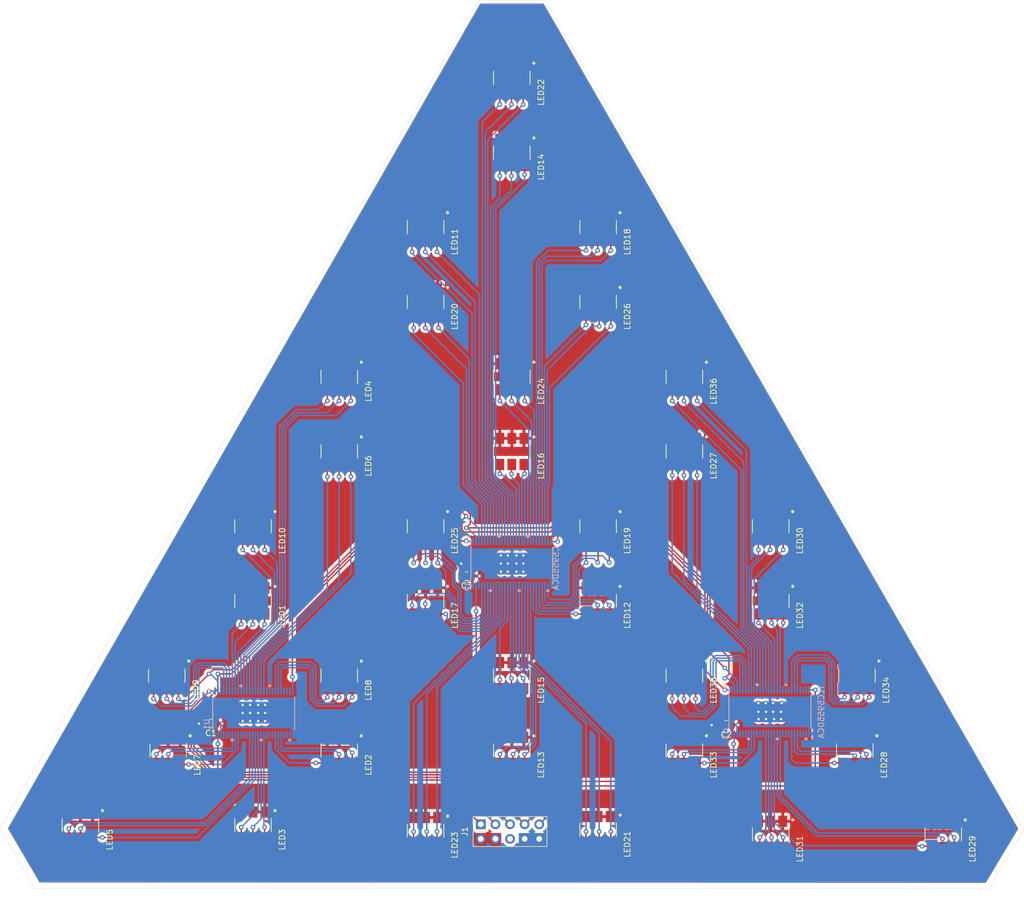
<source format=kicad_pcb>
(kicad_pcb (version 20171130) (host pcbnew "(5.1.10)-1")
  (layers (0 F.Cu signal) (31 B.Cu signal) (34 B.Paste user) (35 F.Paste user) (36 B.SilkS user) (37 F.SilkS user) (38 B.Mask user) (39 F.Mask user) (44 Edge.Cuts user))
  (net 0 "")
  (net 1 +5V)
  (net 2 "Net-(LED1-Pad4)")
  (net 3 "Net-(LED1-Pad5)")
  (net 4 "Net-(LED1-Pad6)")
  (net 5 "Net-(LED2-Pad6)")
  (net 6 "Net-(LED2-Pad5)")
  (net 7 "Net-(LED2-Pad4)")
  (net 8 "Net-(LED3-Pad4)")
  (net 9 "Net-(LED3-Pad5)")
  (net 10 "Net-(LED3-Pad6)")
  (net 11 "Net-(LED4-Pad6)")
  (net 12 "Net-(LED4-Pad5)")
  (net 13 "Net-(LED4-Pad4)")
  (net 14 "Net-(LED5-Pad4)")
  (net 15 "Net-(LED5-Pad5)")
  (net 16 "Net-(LED5-Pad6)")
  (net 17 "Net-(LED6-Pad6)")
  (net 18 "Net-(LED6-Pad5)")
  (net 19 "Net-(LED6-Pad4)")
  (net 20 "Net-(LED7-Pad4)")
  (net 21 "Net-(LED7-Pad5)")
  (net 22 "Net-(LED7-Pad6)")
  (net 23 "Net-(LED8-Pad6)")
  (net 24 "Net-(LED8-Pad5)")
  (net 25 "Net-(LED8-Pad4)")
  (net 26 "Net-(LED9-Pad6)")
  (net 27 "Net-(LED9-Pad5)")
  (net 28 "Net-(LED9-Pad4)")
  (net 29 "Net-(LED10-Pad4)")
  (net 30 "Net-(LED10-Pad5)")
  (net 31 "Net-(LED10-Pad6)")
  (net 32 "Net-(LED11-Pad6)")
  (net 33 "Net-(LED11-Pad5)")
  (net 34 "Net-(LED11-Pad4)")
  (net 35 "Net-(LED12-Pad4)")
  (net 36 "Net-(LED12-Pad5)")
  (net 37 "Net-(LED12-Pad6)")
  (net 38 "Net-(LED13-Pad4)")
  (net 39 "Net-(LED13-Pad5)")
  (net 40 "Net-(LED13-Pad6)")
  (net 41 "Net-(LED14-Pad4)")
  (net 42 "Net-(LED14-Pad5)")
  (net 43 "Net-(LED14-Pad6)")
  (net 44 "Net-(LED15-Pad6)")
  (net 45 "Net-(LED15-Pad5)")
  (net 46 "Net-(LED15-Pad4)")
  (net 47 "Net-(LED16-Pad4)")
  (net 48 "Net-(LED16-Pad5)")
  (net 49 "Net-(LED16-Pad6)")
  (net 50 "Net-(LED17-Pad6)")
  (net 51 "Net-(LED17-Pad5)")
  (net 52 "Net-(LED17-Pad4)")
  (net 53 "Net-(LED18-Pad4)")
  (net 54 "Net-(LED18-Pad5)")
  (net 55 "Net-(LED18-Pad6)")
  (net 56 "Net-(LED19-Pad6)")
  (net 57 "Net-(LED19-Pad5)")
  (net 58 "Net-(LED19-Pad4)")
  (net 59 "Net-(LED20-Pad4)")
  (net 60 "Net-(LED20-Pad5)")
  (net 61 "Net-(LED20-Pad6)")
  (net 62 "Net-(LED21-Pad6)")
  (net 63 "Net-(LED21-Pad5)")
  (net 64 "Net-(LED21-Pad4)")
  (net 65 "Net-(LED21-Pad3)")
  (net 66 "Net-(LED22-Pad4)")
  (net 67 "Net-(LED22-Pad5)")
  (net 68 "Net-(LED22-Pad6)")
  (net 69 "Net-(LED23-Pad6)")
  (net 70 "Net-(LED23-Pad5)")
  (net 71 "Net-(LED23-Pad4)")
  (net 72 "Net-(LED24-Pad4)")
  (net 73 "Net-(LED24-Pad5)")
  (net 74 "Net-(LED24-Pad6)")
  (net 75 "Net-(LED25-Pad4)")
  (net 76 "Net-(LED25-Pad5)")
  (net 77 "Net-(LED25-Pad6)")
  (net 78 "Net-(LED26-Pad6)")
  (net 79 "Net-(LED26-Pad5)")
  (net 80 "Net-(LED26-Pad4)")
  (net 81 "Net-(LED27-Pad4)")
  (net 82 "Net-(LED27-Pad5)")
  (net 83 "Net-(LED27-Pad6)")
  (net 84 "Net-(LED28-Pad6)")
  (net 85 "Net-(LED28-Pad5)")
  (net 86 "Net-(LED28-Pad4)")
  (net 87 "Net-(LED29-Pad6)")
  (net 88 "Net-(LED29-Pad5)")
  (net 89 "Net-(LED29-Pad4)")
  (net 90 "Net-(LED30-Pad4)")
  (net 91 "Net-(LED30-Pad5)")
  (net 92 "Net-(LED30-Pad6)")
  (net 93 "Net-(LED31-Pad6)")
  (net 94 "Net-(LED31-Pad5)")
  (net 95 "Net-(LED31-Pad4)")
  (net 96 "Net-(LED32-Pad4)")
  (net 97 "Net-(LED32-Pad5)")
  (net 98 "Net-(LED32-Pad6)")
  (net 99 "Net-(LED33-Pad6)")
  (net 100 "Net-(LED33-Pad5)")
  (net 101 "Net-(LED33-Pad4)")
  (net 102 "Net-(LED34-Pad4)")
  (net 103 "Net-(LED34-Pad5)")
  (net 104 "Net-(LED34-Pad6)")
  (net 105 "Net-(LED35-Pad6)")
  (net 106 "Net-(LED35-Pad5)")
  (net 107 "Net-(LED35-Pad4)")
  (net 108 "Net-(LED36-Pad4)")
  (net 109 "Net-(LED36-Pad5)")
  (net 110 "Net-(LED36-Pad6)")
  (net 111 /SERIAL_IN)
  (net 112 /SERIAL_CLOCK)
  (net 113 /LATCH)
  (net 114 /SERIAL_LINK1)
  (net 115 GND)
  (net 116 /GS_CLOCK)
  (net 117 "Net-(U3-Pad53)")
  (net 118 "Net-(U3-Pad52)")
  (net 119 "Net-(U3-Pad51)")
  (net 120 "Net-(U3-Pad47)")
  (net 121 "Net-(U3-Pad46)")
  (net 122 "Net-(U3-Pad45)")
  (net 123 "Net-(U3-Pad38)")
  (net 124 "Net-(U3-Pad37)")
  (net 125 "Net-(U3-Pad36)")
  (net 126 "Net-(U3-Pad32)")
  (net 127 "Net-(U3-Pad31)")
  (net 128 "Net-(U3-Pad30)")
  (net 129 "Net-(U3-Pad27)")
  (net 130 "Net-(U3-Pad26)")
  (net 131 "Net-(U3-Pad25)")
  (net 132 "Net-(U3-Pad21)")
  (net 133 "Net-(U3-Pad20)")
  (net 134 "Net-(U3-Pad19)")
  (net 135 "Net-(U1-Pad53)")
  (net 136 "Net-(U1-Pad52)")
  (net 137 "Net-(U1-Pad51)")
  (net 138 "Net-(U1-Pad47)")
  (net 139 "Net-(U1-Pad46)")
  (net 140 "Net-(U1-Pad45)")
  (net 141 "Net-(U1-Pad38)")
  (net 142 "Net-(U1-Pad37)")
  (net 143 "Net-(U1-Pad36)")
  (net 144 "Net-(U1-Pad32)")
  (net 145 "Net-(U1-Pad31)")
  (net 146 "Net-(U1-Pad30)")
  (net 147 "Net-(U1-Pad27)")
  (net 148 "Net-(U1-Pad26)")
  (net 149 "Net-(U1-Pad25)")
  (net 150 "Net-(U1-Pad21)")
  (net 151 "Net-(U1-Pad20)")
  (net 152 "Net-(U1-Pad19)")
  (net 153 /SERIAL_LINK2)
  (net 154 /SERIAL_OUT)
  (net 155 "Net-(J1-Pad6)")
  (module TLC5955DCA:TLC5955DCA (layer B.Cu) (at 110.15 130.499919 270)
    (fp_text reference U1 (at 1.9812 8.1788 90) (layer B.SilkS) (effects (justify mirror)))
    (fp_text value TLC5955DCA hide)
    (fp_text user * (at -4.064 7.5184 90) (layer B.SilkS) (effects (justify mirror)))
    (pad 57 smd rect (at 0.000081 0 270) (size 3.61 4.700001) (layers B.Cu B.Paste B.Mask) (net 115 GND))
    (pad 56 smd rect (at 3.822781 6.749986 270) (size 1.27 0.299999) (layers B.Cu B.Paste B.Mask) (net 115 GND))
    (pad 55 smd rect (at 3.822781 6.249988 270) (size 1.27 0.299999) (layers B.Cu B.Paste B.Mask) (net 116 /GS_CLOCK))
    (pad 54 smd rect (at 3.822781 5.749988 270) (size 1.27 0.299999) (layers B.Cu B.Paste B.Mask) (net 1 +5V))
    (pad 53 smd rect (at 3.822781 5.24999 270) (size 1.27 0.299999) (layers B.Cu B.Paste B.Mask) (net 135 "Net-(U1-Pad53)"))
    (pad 52 smd rect (at 3.822781 4.74999 270) (size 1.27 0.299999) (layers B.Cu B.Paste B.Mask) (net 136 "Net-(U1-Pad52)"))
    (pad 51 smd rect (at 3.822781 4.249991 270) (size 1.27 0.299999) (layers B.Cu B.Paste B.Mask) (net 137 "Net-(U1-Pad51)"))
    (pad 50 smd rect (at 3.822781 3.749992 270) (size 1.27 0.299999) (layers B.Cu B.Paste B.Mask) (net 20 "Net-(LED7-Pad4)"))
    (pad 49 smd rect (at 3.822781 3.249994 270) (size 1.27 0.299999) (layers B.Cu B.Paste B.Mask) (net 21 "Net-(LED7-Pad5)"))
    (pad 48 smd rect (at 3.822781 2.749994 270) (size 1.27 0.299999) (layers B.Cu B.Paste B.Mask) (net 22 "Net-(LED7-Pad6)"))
    (pad 47 smd rect (at 3.822781 2.249996 270) (size 1.27 0.299999) (layers B.Cu B.Paste B.Mask) (net 138 "Net-(U1-Pad47)"))
    (pad 46 smd rect (at 3.822781 1.749996 270) (size 1.27 0.299999) (layers B.Cu B.Paste B.Mask) (net 139 "Net-(U1-Pad46)"))
    (pad 45 smd rect (at 3.822781 1.249997 270) (size 1.27 0.299999) (layers B.Cu B.Paste B.Mask) (net 140 "Net-(U1-Pad45)"))
    (pad 44 smd rect (at 3.822781 0.749998 270) (size 1.27 0.299999) (layers B.Cu B.Paste B.Mask) (net 14 "Net-(LED5-Pad4)"))
    (pad 43 smd rect (at 3.822781 0.25 270) (size 1.27 0.299999) (layers B.Cu B.Paste B.Mask) (net 15 "Net-(LED5-Pad5)"))
    (pad 42 smd rect (at 3.822781 -0.25 270) (size 1.27 0.299999) (layers B.Cu B.Paste B.Mask) (net 16 "Net-(LED5-Pad6)"))
    (pad 41 smd rect (at 3.822781 -0.749998 270) (size 1.27 0.299999) (layers B.Cu B.Paste B.Mask) (net 8 "Net-(LED3-Pad4)"))
    (pad 40 smd rect (at 3.822781 -1.249997 270) (size 1.27 0.299999) (layers B.Cu B.Paste B.Mask) (net 9 "Net-(LED3-Pad5)"))
    (pad 39 smd rect (at 3.822781 -1.749996 270) (size 1.27 0.299999) (layers B.Cu B.Paste B.Mask) (net 10 "Net-(LED3-Pad6)"))
    (pad 38 smd rect (at 3.822781 -2.249996 270) (size 1.27 0.299999) (layers B.Cu B.Paste B.Mask) (net 141 "Net-(U1-Pad38)"))
    (pad 37 smd rect (at 3.822781 -2.749994 270) (size 1.27 0.299999) (layers B.Cu B.Paste B.Mask) (net 142 "Net-(U1-Pad37)"))
    (pad 36 smd rect (at 3.822781 -3.249994 270) (size 1.27 0.299999) (layers B.Cu B.Paste B.Mask) (net 143 "Net-(U1-Pad36)"))
    (pad 35 smd rect (at 3.822781 -3.749992 270) (size 1.27 0.299999) (layers B.Cu B.Paste B.Mask) (net 7 "Net-(LED2-Pad4)"))
    (pad 34 smd rect (at 3.822781 -4.249991 270) (size 1.27 0.299999) (layers B.Cu B.Paste B.Mask) (net 6 "Net-(LED2-Pad5)"))
    (pad 33 smd rect (at 3.822781 -4.74999 270) (size 1.27 0.299999) (layers B.Cu B.Paste B.Mask) (net 5 "Net-(LED2-Pad6)"))
    (pad 32 smd rect (at 3.822781 -5.24999 270) (size 1.27 0.299999) (layers B.Cu B.Paste B.Mask) (net 144 "Net-(U1-Pad32)"))
    (pad 31 smd rect (at 3.822781 -5.749988 270) (size 1.27 0.299999) (layers B.Cu B.Paste B.Mask) (net 145 "Net-(U1-Pad31)"))
    (pad 30 smd rect (at 3.822781 -6.249988 270) (size 1.27 0.299999) (layers B.Cu B.Paste B.Mask) (net 146 "Net-(U1-Pad30)"))
    (pad 29 smd rect (at 3.822781 -6.749986 270) (size 1.27 0.299999) (layers B.Cu B.Paste B.Mask) (net 115 GND))
    (pad 28 smd rect (at -3.822619 -6.749986 270) (size 1.27 0.299999) (layers B.Cu B.Paste B.Mask) (net 114 /SERIAL_LINK1))
    (pad 27 smd rect (at -3.822619 -6.249988 270) (size 1.27 0.299999) (layers B.Cu B.Paste B.Mask) (net 147 "Net-(U1-Pad27)"))
    (pad 26 smd rect (at -3.822619 -5.749988 270) (size 1.27 0.299999) (layers B.Cu B.Paste B.Mask) (net 148 "Net-(U1-Pad26)"))
    (pad 25 smd rect (at -3.822619 -5.24999 270) (size 1.27 0.299999) (layers B.Cu B.Paste B.Mask) (net 149 "Net-(U1-Pad25)"))
    (pad 24 smd rect (at -3.822619 -4.74999 270) (size 1.27 0.299999) (layers B.Cu B.Paste B.Mask) (net 23 "Net-(LED8-Pad6)"))
    (pad 23 smd rect (at -3.822619 -4.249991 270) (size 1.27 0.299999) (layers B.Cu B.Paste B.Mask) (net 24 "Net-(LED8-Pad5)"))
    (pad 22 smd rect (at -3.822619 -3.749992 270) (size 1.27 0.299999) (layers B.Cu B.Paste B.Mask) (net 25 "Net-(LED8-Pad4)"))
    (pad 21 smd rect (at -3.822619 -3.249994 270) (size 1.27 0.299999) (layers B.Cu B.Paste B.Mask) (net 150 "Net-(U1-Pad21)"))
    (pad 20 smd rect (at -3.822619 -2.749994 270) (size 1.27 0.299999) (layers B.Cu B.Paste B.Mask) (net 151 "Net-(U1-Pad20)"))
    (pad 19 smd rect (at -3.822619 -2.249996 270) (size 1.27 0.299999) (layers B.Cu B.Paste B.Mask) (net 152 "Net-(U1-Pad19)"))
    (pad 18 smd rect (at -3.822619 -1.749996 270) (size 1.27 0.299999) (layers B.Cu B.Paste B.Mask) (net 17 "Net-(LED6-Pad6)"))
    (pad 17 smd rect (at -3.822619 -1.249997 270) (size 1.27 0.299999) (layers B.Cu B.Paste B.Mask) (net 18 "Net-(LED6-Pad5)"))
    (pad 16 smd rect (at -3.822619 -0.749998 270) (size 1.27 0.299999) (layers B.Cu B.Paste B.Mask) (net 19 "Net-(LED6-Pad4)"))
    (pad 15 smd rect (at -3.822619 -0.25 270) (size 1.27 0.299999) (layers B.Cu B.Paste B.Mask) (net 11 "Net-(LED4-Pad6)"))
    (pad 14 smd rect (at -3.822619 0.25 270) (size 1.27 0.299999) (layers B.Cu B.Paste B.Mask) (net 12 "Net-(LED4-Pad5)"))
    (pad 13 smd rect (at -3.822619 0.749998 270) (size 1.27 0.299999) (layers B.Cu B.Paste B.Mask) (net 13 "Net-(LED4-Pad4)"))
    (pad 12 smd rect (at -3.822619 1.249997 270) (size 1.27 0.299999) (layers B.Cu B.Paste B.Mask) (net 31 "Net-(LED10-Pad6)"))
    (pad 11 smd rect (at -3.822619 1.749996 270) (size 1.27 0.299999) (layers B.Cu B.Paste B.Mask) (net 30 "Net-(LED10-Pad5)"))
    (pad 10 smd rect (at -3.822619 2.249996 270) (size 1.27 0.299999) (layers B.Cu B.Paste B.Mask) (net 29 "Net-(LED10-Pad4)"))
    (pad 9 smd rect (at -3.822619 2.749994 270) (size 1.27 0.299999) (layers B.Cu B.Paste B.Mask) (net 4 "Net-(LED1-Pad6)"))
    (pad 8 smd rect (at -3.822619 3.249994 270) (size 1.27 0.299999) (layers B.Cu B.Paste B.Mask) (net 3 "Net-(LED1-Pad5)"))
    (pad 7 smd rect (at -3.822619 3.749992 270) (size 1.27 0.299999) (layers B.Cu B.Paste B.Mask) (net 2 "Net-(LED1-Pad4)"))
    (pad 6 smd rect (at -3.822619 4.249991 270) (size 1.27 0.299999) (layers B.Cu B.Paste B.Mask) (net 26 "Net-(LED9-Pad6)"))
    (pad 5 smd rect (at -3.822619 4.74999 270) (size 1.27 0.299999) (layers B.Cu B.Paste B.Mask) (net 27 "Net-(LED9-Pad5)"))
    (pad 4 smd rect (at -3.822619 5.24999 270) (size 1.27 0.299999) (layers B.Cu B.Paste B.Mask) (net 28 "Net-(LED9-Pad4)"))
    (pad 3 smd rect (at -3.822619 5.749988 270) (size 1.27 0.299999) (layers B.Cu B.Paste B.Mask) (net 113 /LATCH))
    (pad 2 smd rect (at -3.822619 6.249988 270) (size 1.27 0.299999) (layers B.Cu B.Paste B.Mask) (net 112 /SERIAL_CLOCK))
    (pad 1 smd rect (at -3.822619 6.749986 270) (size 1.27 0.299999) (layers B.Cu B.Paste B.Mask) (net 111 /SERIAL_IN))
  )
  (module TLC5955DCA:TLC5955DCA (layer B.Cu) (at 155.025 104.499919 270)
    (fp_text reference U2 (at 3.81 7.62 90) (layer B.SilkS) (effects (justify mirror)))
    (fp_text value TLC5955DCA (at 0 -7.62 90) (layer B.SilkS) (effects (justify mirror)))
    (fp_text user u (at -4.572 8.001 90) (layer B.SilkS) (effects (justify mirror)))
    (fp_text user * (at -3.81 7.62 90) (layer B.SilkS) (effects (justify mirror)))
    (pad 57 smd rect (at 0.000081 0 270) (size 3.61 4.700001) (layers B.Cu B.Paste B.Mask) (net 115 GND))
    (pad 56 smd rect (at 3.822781 6.749986 270) (size 1.27 0.299999) (layers B.Cu B.Paste B.Mask) (net 115 GND))
    (pad 55 smd rect (at 3.822781 6.249988 270) (size 1.27 0.299999) (layers B.Cu B.Paste B.Mask) (net 116 /GS_CLOCK))
    (pad 54 smd rect (at 3.822781 5.749988 270) (size 1.27 0.299999) (layers B.Cu B.Paste B.Mask) (net 1 +5V))
    (pad 53 smd rect (at 3.822781 5.24999 270) (size 1.27 0.299999) (layers B.Cu B.Paste B.Mask) (net 75 "Net-(LED25-Pad4)"))
    (pad 52 smd rect (at 3.822781 4.74999 270) (size 1.27 0.299999) (layers B.Cu B.Paste B.Mask) (net 76 "Net-(LED25-Pad5)"))
    (pad 51 smd rect (at 3.822781 4.249991 270) (size 1.27 0.299999) (layers B.Cu B.Paste B.Mask) (net 77 "Net-(LED25-Pad6)"))
    (pad 50 smd rect (at 3.822781 3.749992 270) (size 1.27 0.299999) (layers B.Cu B.Paste B.Mask) (net 52 "Net-(LED17-Pad4)"))
    (pad 49 smd rect (at 3.822781 3.249994 270) (size 1.27 0.299999) (layers B.Cu B.Paste B.Mask) (net 51 "Net-(LED17-Pad5)"))
    (pad 48 smd rect (at 3.822781 2.749994 270) (size 1.27 0.299999) (layers B.Cu B.Paste B.Mask) (net 50 "Net-(LED17-Pad6)"))
    (pad 47 smd rect (at 3.822781 2.249996 270) (size 1.27 0.299999) (layers B.Cu B.Paste B.Mask) (net 71 "Net-(LED23-Pad4)"))
    (pad 46 smd rect (at 3.822781 1.749996 270) (size 1.27 0.299999) (layers B.Cu B.Paste B.Mask) (net 70 "Net-(LED23-Pad5)"))
    (pad 45 smd rect (at 3.822781 1.249997 270) (size 1.27 0.299999) (layers B.Cu B.Paste B.Mask) (net 69 "Net-(LED23-Pad6)"))
    (pad 44 smd rect (at 3.822781 0.749998 270) (size 1.27 0.299999) (layers B.Cu B.Paste B.Mask) (net 46 "Net-(LED15-Pad4)"))
    (pad 43 smd rect (at 3.822781 0.25 270) (size 1.27 0.299999) (layers B.Cu B.Paste B.Mask) (net 45 "Net-(LED15-Pad5)"))
    (pad 42 smd rect (at 3.822781 -0.25 270) (size 1.27 0.299999) (layers B.Cu B.Paste B.Mask) (net 44 "Net-(LED15-Pad6)"))
    (pad 41 smd rect (at 3.822781 -0.749998 270) (size 1.27 0.299999) (layers B.Cu B.Paste B.Mask) (net 38 "Net-(LED13-Pad4)"))
    (pad 40 smd rect (at 3.822781 -1.249997 270) (size 1.27 0.299999) (layers B.Cu B.Paste B.Mask) (net 39 "Net-(LED13-Pad5)"))
    (pad 39 smd rect (at 3.822781 -1.749996 270) (size 1.27 0.299999) (layers B.Cu B.Paste B.Mask) (net 40 "Net-(LED13-Pad6)"))
    (pad 38 smd rect (at 3.822781 -2.249996 270) (size 1.27 0.299999) (layers B.Cu B.Paste B.Mask) (net 64 "Net-(LED21-Pad4)"))
    (pad 37 smd rect (at 3.822781 -2.749994 270) (size 1.27 0.299999) (layers B.Cu B.Paste B.Mask) (net 63 "Net-(LED21-Pad5)"))
    (pad 36 smd rect (at 3.822781 -3.249994 270) (size 1.27 0.299999) (layers B.Cu B.Paste B.Mask) (net 62 "Net-(LED21-Pad6)"))
    (pad 35 smd rect (at 3.822781 -3.749992 270) (size 1.27 0.299999) (layers B.Cu B.Paste B.Mask) (net 35 "Net-(LED12-Pad4)"))
    (pad 34 smd rect (at 3.822781 -4.249991 270) (size 1.27 0.299999) (layers B.Cu B.Paste B.Mask) (net 36 "Net-(LED12-Pad5)"))
    (pad 33 smd rect (at 3.822781 -4.74999 270) (size 1.27 0.299999) (layers B.Cu B.Paste B.Mask) (net 37 "Net-(LED12-Pad6)"))
    (pad 32 smd rect (at 3.822781 -5.24999 270) (size 1.27 0.299999) (layers B.Cu B.Paste B.Mask) (net 58 "Net-(LED19-Pad4)"))
    (pad 31 smd rect (at 3.822781 -5.749988 270) (size 1.27 0.299999) (layers B.Cu B.Paste B.Mask) (net 57 "Net-(LED19-Pad5)"))
    (pad 30 smd rect (at 3.822781 -6.249988 270) (size 1.27 0.299999) (layers B.Cu B.Paste B.Mask) (net 56 "Net-(LED19-Pad6)"))
    (pad 29 smd rect (at 3.822781 -6.749986 270) (size 1.27 0.299999) (layers B.Cu B.Paste B.Mask) (net 115 GND))
    (pad 28 smd rect (at -3.822619 -6.749986 270) (size 1.27 0.299999) (layers B.Cu B.Paste B.Mask) (net 153 /SERIAL_LINK2))
    (pad 27 smd rect (at -3.822619 -6.249988 270) (size 1.27 0.299999) (layers B.Cu B.Paste B.Mask) (net 78 "Net-(LED26-Pad6)"))
    (pad 26 smd rect (at -3.822619 -5.749988 270) (size 1.27 0.299999) (layers B.Cu B.Paste B.Mask) (net 79 "Net-(LED26-Pad5)"))
    (pad 25 smd rect (at -3.822619 -5.24999 270) (size 1.27 0.299999) (layers B.Cu B.Paste B.Mask) (net 80 "Net-(LED26-Pad4)"))
    (pad 24 smd rect (at -3.822619 -4.74999 270) (size 1.27 0.299999) (layers B.Cu B.Paste B.Mask) (net 55 "Net-(LED18-Pad6)"))
    (pad 23 smd rect (at -3.822619 -4.249991 270) (size 1.27 0.299999) (layers B.Cu B.Paste B.Mask) (net 54 "Net-(LED18-Pad5)"))
    (pad 22 smd rect (at -3.822619 -3.749992 270) (size 1.27 0.299999) (layers B.Cu B.Paste B.Mask) (net 53 "Net-(LED18-Pad4)"))
    (pad 21 smd rect (at -3.822619 -3.249994 270) (size 1.27 0.299999) (layers B.Cu B.Paste B.Mask) (net 74 "Net-(LED24-Pad6)"))
    (pad 20 smd rect (at -3.822619 -2.749994 270) (size 1.27 0.299999) (layers B.Cu B.Paste B.Mask) (net 73 "Net-(LED24-Pad5)"))
    (pad 19 smd rect (at -3.822619 -2.249996 270) (size 1.27 0.299999) (layers B.Cu B.Paste B.Mask) (net 72 "Net-(LED24-Pad4)"))
    (pad 18 smd rect (at -3.822619 -1.749996 270) (size 1.27 0.299999) (layers B.Cu B.Paste B.Mask) (net 49 "Net-(LED16-Pad6)"))
    (pad 17 smd rect (at -3.822619 -1.249997 270) (size 1.27 0.299999) (layers B.Cu B.Paste B.Mask) (net 48 "Net-(LED16-Pad5)"))
    (pad 16 smd rect (at -3.822619 -0.749998 270) (size 1.27 0.299999) (layers B.Cu B.Paste B.Mask) (net 47 "Net-(LED16-Pad4)"))
    (pad 15 smd rect (at -3.822619 -0.25 270) (size 1.27 0.299999) (layers B.Cu B.Paste B.Mask) (net 43 "Net-(LED14-Pad6)"))
    (pad 14 smd rect (at -3.822619 0.25 270) (size 1.27 0.299999) (layers B.Cu B.Paste B.Mask) (net 42 "Net-(LED14-Pad5)"))
    (pad 13 smd rect (at -3.822619 0.749998 270) (size 1.27 0.299999) (layers B.Cu B.Paste B.Mask) (net 41 "Net-(LED14-Pad4)"))
    (pad 12 smd rect (at -3.822619 1.249997 270) (size 1.27 0.299999) (layers B.Cu B.Paste B.Mask) (net 68 "Net-(LED22-Pad6)"))
    (pad 11 smd rect (at -3.822619 1.749996 270) (size 1.27 0.299999) (layers B.Cu B.Paste B.Mask) (net 67 "Net-(LED22-Pad5)"))
    (pad 10 smd rect (at -3.822619 2.249996 270) (size 1.27 0.299999) (layers B.Cu B.Paste B.Mask) (net 66 "Net-(LED22-Pad4)"))
    (pad 9 smd rect (at -3.822619 2.749994 270) (size 1.27 0.299999) (layers B.Cu B.Paste B.Mask) (net 32 "Net-(LED11-Pad6)"))
    (pad 8 smd rect (at -3.822619 3.249994 270) (size 1.27 0.299999) (layers B.Cu B.Paste B.Mask) (net 33 "Net-(LED11-Pad5)"))
    (pad 7 smd rect (at -3.822619 3.749992 270) (size 1.27 0.299999) (layers B.Cu B.Paste B.Mask) (net 34 "Net-(LED11-Pad4)"))
    (pad 6 smd rect (at -3.822619 4.249991 270) (size 1.27 0.299999) (layers B.Cu B.Paste B.Mask) (net 61 "Net-(LED20-Pad6)"))
    (pad 5 smd rect (at -3.822619 4.74999 270) (size 1.27 0.299999) (layers B.Cu B.Paste B.Mask) (net 60 "Net-(LED20-Pad5)"))
    (pad 4 smd rect (at -3.822619 5.24999 270) (size 1.27 0.299999) (layers B.Cu B.Paste B.Mask) (net 59 "Net-(LED20-Pad4)"))
    (pad 3 smd rect (at -3.822619 5.749988 270) (size 1.27 0.299999) (layers B.Cu B.Paste B.Mask) (net 113 /LATCH))
    (pad 2 smd rect (at -3.822619 6.249988 270) (size 1.27 0.299999) (layers B.Cu B.Paste B.Mask) (net 112 /SERIAL_CLOCK))
    (pad 1 smd rect (at -3.822619 6.749986 270) (size 1.27 0.299999) (layers B.Cu B.Paste B.Mask) (net 114 /SERIAL_LINK1))
  )
  (module TLC5955DCA:TLC5955DCA (layer B.Cu) (at 199.898 130.302 270)
    (fp_text reference U3 (at 3.81 7.62 270) (layer B.SilkS) (effects (justify mirror)))
    (fp_text value TLC5955DCA (at 0 -8.89 270) (layer B.SilkS) (effects (justify mirror)))
    (fp_text user u (at -4.572 8.001 270) (layer B.SilkS) (effects (justify mirror)))
    (fp_text user * (at -3.81 7.62 270) (layer B.SilkS) (effects (justify mirror)))
    (pad 57 smd rect (at 0.000081 0 270) (size 3.61 4.700001) (layers B.Cu B.Paste B.Mask) (net 115 GND))
    (pad 56 smd rect (at 3.822781 6.749986 270) (size 1.27 0.299999) (layers B.Cu B.Paste B.Mask) (net 115 GND))
    (pad 55 smd rect (at 3.822781 6.249988 270) (size 1.27 0.299999) (layers B.Cu B.Paste B.Mask) (net 116 /GS_CLOCK))
    (pad 54 smd rect (at 3.822781 5.749988 270) (size 1.27 0.299999) (layers B.Cu B.Paste B.Mask) (net 1 +5V))
    (pad 53 smd rect (at 3.822781 5.24999 270) (size 1.27 0.299999) (layers B.Cu B.Paste B.Mask) (net 117 "Net-(U3-Pad53)"))
    (pad 52 smd rect (at 3.822781 4.74999 270) (size 1.27 0.299999) (layers B.Cu B.Paste B.Mask) (net 118 "Net-(U3-Pad52)"))
    (pad 51 smd rect (at 3.822781 4.249991 270) (size 1.27 0.299999) (layers B.Cu B.Paste B.Mask) (net 119 "Net-(U3-Pad51)"))
    (pad 50 smd rect (at 3.822781 3.749992 270) (size 1.27 0.299999) (layers B.Cu B.Paste B.Mask) (net 101 "Net-(LED33-Pad4)"))
    (pad 49 smd rect (at 3.822781 3.249994 270) (size 1.27 0.299999) (layers B.Cu B.Paste B.Mask) (net 100 "Net-(LED33-Pad5)"))
    (pad 48 smd rect (at 3.822781 2.749994 270) (size 1.27 0.299999) (layers B.Cu B.Paste B.Mask) (net 99 "Net-(LED33-Pad6)"))
    (pad 47 smd rect (at 3.822781 2.249996 270) (size 1.27 0.299999) (layers B.Cu B.Paste B.Mask) (net 120 "Net-(U3-Pad47)"))
    (pad 46 smd rect (at 3.822781 1.749996 270) (size 1.27 0.299999) (layers B.Cu B.Paste B.Mask) (net 121 "Net-(U3-Pad46)"))
    (pad 45 smd rect (at 3.822781 1.249997 270) (size 1.27 0.299999) (layers B.Cu B.Paste B.Mask) (net 122 "Net-(U3-Pad45)"))
    (pad 44 smd rect (at 3.822781 0.749998 270) (size 1.27 0.299999) (layers B.Cu B.Paste B.Mask) (net 95 "Net-(LED31-Pad4)"))
    (pad 43 smd rect (at 3.822781 0.25 270) (size 1.27 0.299999) (layers B.Cu B.Paste B.Mask) (net 94 "Net-(LED31-Pad5)"))
    (pad 42 smd rect (at 3.822781 -0.25 270) (size 1.27 0.299999) (layers B.Cu B.Paste B.Mask) (net 93 "Net-(LED31-Pad6)"))
    (pad 41 smd rect (at 3.822781 -0.749998 270) (size 1.27 0.299999) (layers B.Cu B.Paste B.Mask) (net 89 "Net-(LED29-Pad4)"))
    (pad 40 smd rect (at 3.822781 -1.249997 270) (size 1.27 0.299999) (layers B.Cu B.Paste B.Mask) (net 88 "Net-(LED29-Pad5)"))
    (pad 39 smd rect (at 3.822781 -1.749996 270) (size 1.27 0.299999) (layers B.Cu B.Paste B.Mask) (net 87 "Net-(LED29-Pad6)"))
    (pad 38 smd rect (at 3.822781 -2.249996 270) (size 1.27 0.299999) (layers B.Cu B.Paste B.Mask) (net 123 "Net-(U3-Pad38)"))
    (pad 37 smd rect (at 3.822781 -2.749994 270) (size 1.27 0.299999) (layers B.Cu B.Paste B.Mask) (net 124 "Net-(U3-Pad37)"))
    (pad 36 smd rect (at 3.822781 -3.249994 270) (size 1.27 0.299999) (layers B.Cu B.Paste B.Mask) (net 125 "Net-(U3-Pad36)"))
    (pad 35 smd rect (at 3.822781 -3.749992 270) (size 1.27 0.299999) (layers B.Cu B.Paste B.Mask) (net 86 "Net-(LED28-Pad4)"))
    (pad 34 smd rect (at 3.822781 -4.249991 270) (size 1.27 0.299999) (layers B.Cu B.Paste B.Mask) (net 85 "Net-(LED28-Pad5)"))
    (pad 33 smd rect (at 3.822781 -4.74999 270) (size 1.27 0.299999) (layers B.Cu B.Paste B.Mask) (net 84 "Net-(LED28-Pad6)"))
    (pad 32 smd rect (at 3.822781 -5.24999 270) (size 1.27 0.299999) (layers B.Cu B.Paste B.Mask) (net 126 "Net-(U3-Pad32)"))
    (pad 31 smd rect (at 3.822781 -5.749988 270) (size 1.27 0.299999) (layers B.Cu B.Paste B.Mask) (net 127 "Net-(U3-Pad31)"))
    (pad 30 smd rect (at 3.822781 -6.249988 270) (size 1.27 0.299999) (layers B.Cu B.Paste B.Mask) (net 128 "Net-(U3-Pad30)"))
    (pad 29 smd rect (at 3.822781 -6.749986 270) (size 1.27 0.299999) (layers B.Cu B.Paste B.Mask) (net 115 GND))
    (pad 28 smd rect (at -3.822619 -6.749986 270) (size 1.27 0.299999) (layers B.Cu B.Paste B.Mask) (net 154 /SERIAL_OUT))
    (pad 27 smd rect (at -3.822619 -6.249988 270) (size 1.27 0.299999) (layers B.Cu B.Paste B.Mask) (net 129 "Net-(U3-Pad27)"))
    (pad 26 smd rect (at -3.822619 -5.749988 270) (size 1.27 0.299999) (layers B.Cu B.Paste B.Mask) (net 130 "Net-(U3-Pad26)"))
    (pad 25 smd rect (at -3.822619 -5.24999 270) (size 1.27 0.299999) (layers B.Cu B.Paste B.Mask) (net 131 "Net-(U3-Pad25)"))
    (pad 24 smd rect (at -3.822619 -4.74999 270) (size 1.27 0.299999) (layers B.Cu B.Paste B.Mask) (net 104 "Net-(LED34-Pad6)"))
    (pad 23 smd rect (at -3.822619 -4.249991 270) (size 1.27 0.299999) (layers B.Cu B.Paste B.Mask) (net 103 "Net-(LED34-Pad5)"))
    (pad 22 smd rect (at -3.822619 -3.749992 270) (size 1.27 0.299999) (layers B.Cu B.Paste B.Mask) (net 102 "Net-(LED34-Pad4)"))
    (pad 21 smd rect (at -3.822619 -3.249994 270) (size 1.27 0.299999) (layers B.Cu B.Paste B.Mask) (net 132 "Net-(U3-Pad21)"))
    (pad 20 smd rect (at -3.822619 -2.749994 270) (size 1.27 0.299999) (layers B.Cu B.Paste B.Mask) (net 133 "Net-(U3-Pad20)"))
    (pad 19 smd rect (at -3.822619 -2.249996 270) (size 1.27 0.299999) (layers B.Cu B.Paste B.Mask) (net 134 "Net-(U3-Pad19)"))
    (pad 18 smd rect (at -3.822619 -1.749996 270) (size 1.27 0.299999) (layers B.Cu B.Paste B.Mask) (net 98 "Net-(LED32-Pad6)"))
    (pad 17 smd rect (at -3.822619 -1.249997 270) (size 1.27 0.299999) (layers B.Cu B.Paste B.Mask) (net 97 "Net-(LED32-Pad5)"))
    (pad 16 smd rect (at -3.822619 -0.749998 270) (size 1.27 0.299999) (layers B.Cu B.Paste B.Mask) (net 96 "Net-(LED32-Pad4)"))
    (pad 15 smd rect (at -3.822619 -0.25 270) (size 1.27 0.299999) (layers B.Cu B.Paste B.Mask) (net 92 "Net-(LED30-Pad6)"))
    (pad 14 smd rect (at -3.822619 0.25 270) (size 1.27 0.299999) (layers B.Cu B.Paste B.Mask) (net 91 "Net-(LED30-Pad5)"))
    (pad 13 smd rect (at -3.822619 0.749998 270) (size 1.27 0.299999) (layers B.Cu B.Paste B.Mask) (net 90 "Net-(LED30-Pad4)"))
    (pad 12 smd rect (at -3.822619 1.249997 270) (size 1.27 0.299999) (layers B.Cu B.Paste B.Mask) (net 110 "Net-(LED36-Pad6)"))
    (pad 11 smd rect (at -3.822619 1.749996 270) (size 1.27 0.299999) (layers B.Cu B.Paste B.Mask) (net 109 "Net-(LED36-Pad5)"))
    (pad 10 smd rect (at -3.822619 2.249996 270) (size 1.27 0.299999) (layers B.Cu B.Paste B.Mask) (net 108 "Net-(LED36-Pad4)"))
    (pad 9 smd rect (at -3.822619 2.749994 270) (size 1.27 0.299999) (layers B.Cu B.Paste B.Mask) (net 83 "Net-(LED27-Pad6)"))
    (pad 8 smd rect (at -3.822619 3.249994 270) (size 1.27 0.299999) (layers B.Cu B.Paste B.Mask) (net 82 "Net-(LED27-Pad5)"))
    (pad 7 smd rect (at -3.822619 3.749992 270) (size 1.27 0.299999) (layers B.Cu B.Paste B.Mask) (net 81 "Net-(LED27-Pad4)"))
    (pad 6 smd rect (at -3.822619 4.249991 270) (size 1.27 0.299999) (layers B.Cu B.Paste B.Mask) (net 105 "Net-(LED35-Pad6)"))
    (pad 5 smd rect (at -3.822619 4.74999 270) (size 1.27 0.299999) (layers B.Cu B.Paste B.Mask) (net 106 "Net-(LED35-Pad5)"))
    (pad 4 smd rect (at -3.822619 5.24999 270) (size 1.27 0.299999) (layers B.Cu B.Paste B.Mask) (net 107 "Net-(LED35-Pad4)"))
    (pad 3 smd rect (at -3.822619 5.749988 270) (size 1.27 0.299999) (layers B.Cu B.Paste B.Mask) (net 113 /LATCH))
    (pad 2 smd rect (at -3.822619 6.249988 270) (size 1.27 0.299999) (layers B.Cu B.Paste B.Mask) (net 112 /SERIAL_CLOCK))
    (pad 1 smd rect (at -3.822619 6.749986 270) (size 1.27 0.299999) (layers B.Cu B.Paste B.Mask) (net 153 /SERIAL_LINK2))
  )
  (module footprints:CLP6C-FKB-CKNPRGJBB7A363 (layer F.Cu) (at 110 150 270)
    (fp_text reference LED3 (at 2.54 -5.08 90) (layer F.SilkS))
    (fp_text value CLP6C-FKB-CKNPRGJBB7A363 hide)
    (fp_text user * (at -2.5273 -4.1447 90) (layer F.SilkS))
    (fp_text user * (at -2.5273 -4.1447 90) (layer F.SilkS))
    (pad 1 smd rect (at -2.2733 -2.099998 270) (size 1.9558 1.5494) (layers F.Cu F.Paste F.Mask) (net 1 +5V))
    (pad 2 smd rect (at -2.2733 0 270) (size 1.9558 1.5494) (layers F.Cu F.Paste F.Mask) (net 1 +5V))
    (pad 3 smd rect (at -2.2733 2.100001 270) (size 1.9558 1.5494) (layers F.Cu F.Paste F.Mask) (net 1 +5V))
    (pad 4 smd rect (at 2.2733 2.099998 270) (size 1.9558 1.5494) (layers F.Cu F.Paste F.Mask) (net 8 "Net-(LED3-Pad4)"))
    (pad 5 smd rect (at 2.2733 0 270) (size 1.9558 1.5494) (layers F.Cu F.Paste F.Mask) (net 9 "Net-(LED3-Pad5)"))
    (pad 6 smd rect (at 2.2733 -2.100001 270) (size 1.9558 1.5494) (layers F.Cu F.Paste F.Mask) (net 10 "Net-(LED3-Pad6)"))
  )
  (module footprints:CLP6C-FKB-CKNPRGJBB7A363 (layer F.Cu) (at 155 85 270)
    (fp_text reference LED16 (at 2.54 -5.08 90) (layer F.SilkS))
    (fp_text value CLP6C-FKB-CKNPRGJBB7A363 hide)
    (fp_text user * (at -2.5273 -4.1447 90) (layer F.SilkS))
    (fp_text user * (at -2.5273 -4.1447 90) (layer F.SilkS))
    (pad 1 smd rect (at -2.2733 -2.099998 270) (size 1.9558 1.5494) (layers F.Cu F.Paste F.Mask) (net 1 +5V))
    (pad 2 smd rect (at -2.2733 0 270) (size 1.9558 1.5494) (layers F.Cu F.Paste F.Mask) (net 1 +5V))
    (pad 3 smd rect (at -2.2733 2.100001 270) (size 1.9558 1.5494) (layers F.Cu F.Paste F.Mask) (net 1 +5V))
    (pad 4 smd rect (at 2.2733 2.099998 270) (size 1.9558 1.5494) (layers F.Cu F.Paste F.Mask) (net 47 "Net-(LED16-Pad4)"))
    (pad 5 smd rect (at 2.2733 0 270) (size 1.9558 1.5494) (layers F.Cu F.Paste F.Mask) (net 48 "Net-(LED16-Pad5)"))
    (pad 6 smd rect (at 2.2733 -2.100001 270) (size 1.9558 1.5494) (layers F.Cu F.Paste F.Mask) (net 49 "Net-(LED16-Pad6)"))
  )
  (module footprints:CLP6C-FKB-CKNPRGJBB7A363 (layer F.Cu) (at 155 72 270)
    (fp_text reference LED24 (at 2.54 -5.08 90) (layer F.SilkS))
    (fp_text value CLP6C-FKB-CKNPRGJBB7A363 hide)
    (fp_text user * (at -2.5273 -4.1447 90) (layer F.SilkS))
    (fp_text user * (at -2.5273 -4.1447 90) (layer F.SilkS))
    (pad 1 smd rect (at -2.2733 -2.099998 270) (size 1.9558 1.5494) (layers F.Cu F.Paste F.Mask) (net 1 +5V))
    (pad 2 smd rect (at -2.2733 0 270) (size 1.9558 1.5494) (layers F.Cu F.Paste F.Mask) (net 1 +5V))
    (pad 3 smd rect (at -2.2733 2.100001 270) (size 1.9558 1.5494) (layers F.Cu F.Paste F.Mask) (net 1 +5V))
    (pad 4 smd rect (at 2.2733 2.099998 270) (size 1.9558 1.5494) (layers F.Cu F.Paste F.Mask) (net 72 "Net-(LED24-Pad4)"))
    (pad 5 smd rect (at 2.2733 0 270) (size 1.9558 1.5494) (layers F.Cu F.Paste F.Mask) (net 73 "Net-(LED24-Pad5)"))
    (pad 6 smd rect (at 2.2733 -2.100001 270) (size 1.9558 1.5494) (layers F.Cu F.Paste F.Mask) (net 74 "Net-(LED24-Pad6)"))
  )
  (module footprints:CLP6C-FKB-CKNPRGJBB7A363 (layer F.Cu) (at 170 59 270)
    (fp_text reference LED26 (at 2.54 -5.08 90) (layer F.SilkS))
    (fp_text value CLP6C-FKB-CKNPRGJBB7A363 hide)
    (fp_text user * (at -2.5273 -4.1447 90) (layer F.SilkS))
    (fp_text user * (at -2.5273 -4.1447 90) (layer F.SilkS))
    (pad 6 smd rect (at 2.2733 -2.100001 270) (size 1.9558 1.5494) (layers F.Cu F.Paste F.Mask) (net 78 "Net-(LED26-Pad6)"))
    (pad 5 smd rect (at 2.2733 0 270) (size 1.9558 1.5494) (layers F.Cu F.Paste F.Mask) (net 79 "Net-(LED26-Pad5)"))
    (pad 4 smd rect (at 2.2733 2.099998 270) (size 1.9558 1.5494) (layers F.Cu F.Paste F.Mask) (net 80 "Net-(LED26-Pad4)"))
    (pad 3 smd rect (at -2.2733 2.100001 270) (size 1.9558 1.5494) (layers F.Cu F.Paste F.Mask) (net 1 +5V))
    (pad 2 smd rect (at -2.2733 0 270) (size 1.9558 1.5494) (layers F.Cu F.Paste F.Mask) (net 1 +5V))
    (pad 1 smd rect (at -2.2733 -2.099998 270) (size 1.9558 1.5494) (layers F.Cu F.Paste F.Mask) (net 1 +5V))
  )
  (module footprints:CLP6C-FKB-CKNPRGJBB7A363 (layer F.Cu) (at 185 85 270)
    (fp_text reference LED27 (at 2.54 -5.08 90) (layer F.SilkS))
    (fp_text value CLP6C-FKB-CKNPRGJBB7A363 hide)
    (fp_text user * (at -2.5273 -4.1447 90) (layer F.SilkS))
    (fp_text user * (at -2.5273 -4.1447 90) (layer F.SilkS))
    (pad 6 smd rect (at 2.2733 -2.100001 270) (size 1.9558 1.5494) (layers F.Cu F.Paste F.Mask) (net 83 "Net-(LED27-Pad6)"))
    (pad 5 smd rect (at 2.2733 0 270) (size 1.9558 1.5494) (layers F.Cu F.Paste F.Mask) (net 82 "Net-(LED27-Pad5)"))
    (pad 4 smd rect (at 2.2733 2.099998 270) (size 1.9558 1.5494) (layers F.Cu F.Paste F.Mask) (net 81 "Net-(LED27-Pad4)"))
    (pad 3 smd rect (at -2.2733 2.100001 270) (size 1.9558 1.5494) (layers F.Cu F.Paste F.Mask) (net 1 +5V))
    (pad 2 smd rect (at -2.2733 0 270) (size 1.9558 1.5494) (layers F.Cu F.Paste F.Mask) (net 1 +5V))
    (pad 1 smd rect (at -2.2733 -2.099998 270) (size 1.9558 1.5494) (layers F.Cu F.Paste F.Mask) (net 1 +5V))
  )
  (module footprints:CLP6C-FKB-CKNPRGJBB7A363 (layer F.Cu) (at 155 33 270)
    (fp_text reference LED14 (at 2.54 -5.08 90) (layer F.SilkS))
    (fp_text value CLP6C-FKB-CKNPRGJBB7A363 hide)
    (fp_text user * (at -2.5273 -4.1447 90) (layer F.SilkS))
    (fp_text user * (at -2.5273 -4.1447 90) (layer F.SilkS))
    (pad 1 smd rect (at -2.2733 -2.099998 270) (size 1.9558 1.5494) (layers F.Cu F.Paste F.Mask) (net 1 +5V))
    (pad 2 smd rect (at -2.2733 0 270) (size 1.9558 1.5494) (layers F.Cu F.Paste F.Mask) (net 1 +5V))
    (pad 3 smd rect (at -2.2733 2.100001 270) (size 1.9558 1.5494) (layers F.Cu F.Paste F.Mask) (net 1 +5V))
    (pad 4 smd rect (at 2.2733 2.099998 270) (size 1.9558 1.5494) (layers F.Cu F.Paste F.Mask) (net 41 "Net-(LED14-Pad4)"))
    (pad 5 smd rect (at 2.2733 0 270) (size 1.9558 1.5494) (layers F.Cu F.Paste F.Mask) (net 42 "Net-(LED14-Pad5)"))
    (pad 6 smd rect (at 2.2733 -2.100001 270) (size 1.9558 1.5494) (layers F.Cu F.Paste F.Mask) (net 43 "Net-(LED14-Pad6)"))
  )
  (module footprints:CLP6C-FKB-CKNPRGJBB7A363 (layer F.Cu) (at 170 46 270)
    (fp_text reference LED18 (at 2.54 -5.08 90) (layer F.SilkS))
    (fp_text value CLP6C-FKB-CKNPRGJBB7A363 hide)
    (fp_text user * (at -2.5273 -4.1447 90) (layer F.SilkS))
    (fp_text user * (at -2.5273 -4.1447 90) (layer F.SilkS))
    (pad 6 smd rect (at 2.2733 -2.100001 270) (size 1.9558 1.5494) (layers F.Cu F.Paste F.Mask) (net 55 "Net-(LED18-Pad6)"))
    (pad 5 smd rect (at 2.2733 0 270) (size 1.9558 1.5494) (layers F.Cu F.Paste F.Mask) (net 54 "Net-(LED18-Pad5)"))
    (pad 4 smd rect (at 2.2733 2.099998 270) (size 1.9558 1.5494) (layers F.Cu F.Paste F.Mask) (net 53 "Net-(LED18-Pad4)"))
    (pad 3 smd rect (at -2.2733 2.100001 270) (size 1.9558 1.5494) (layers F.Cu F.Paste F.Mask) (net 1 +5V))
    (pad 2 smd rect (at -2.2733 0 270) (size 1.9558 1.5494) (layers F.Cu F.Paste F.Mask) (net 1 +5V))
    (pad 1 smd rect (at -2.2733 -2.099998 270) (size 1.9558 1.5494) (layers F.Cu F.Paste F.Mask) (net 1 +5V))
  )
  (module footprints:CLP6C-FKB-CKNPRGJBB7A363 (layer F.Cu) (at 140 59 270)
    (fp_text reference LED20 (at 2.54 -5.08 90) (layer F.SilkS))
    (fp_text value CLP6C-FKB-CKNPRGJBB7A363 hide)
    (fp_text user * (at -2.5273 -4.1447 90) (layer F.SilkS))
    (fp_text user * (at -2.5273 -4.1447 90) (layer F.SilkS))
    (pad 1 smd rect (at -2.2733 -2.099998 270) (size 1.9558 1.5494) (layers F.Cu F.Paste F.Mask) (net 1 +5V))
    (pad 2 smd rect (at -2.2733 0 270) (size 1.9558 1.5494) (layers F.Cu F.Paste F.Mask) (net 1 +5V))
    (pad 3 smd rect (at -2.2733 2.100001 270) (size 1.9558 1.5494) (layers F.Cu F.Paste F.Mask) (net 1 +5V))
    (pad 4 smd rect (at 2.2733 2.099998 270) (size 1.9558 1.5494) (layers F.Cu F.Paste F.Mask) (net 59 "Net-(LED20-Pad4)"))
    (pad 5 smd rect (at 2.2733 0 270) (size 1.9558 1.5494) (layers F.Cu F.Paste F.Mask) (net 60 "Net-(LED20-Pad5)"))
    (pad 6 smd rect (at 2.2733 -2.100001 270) (size 1.9558 1.5494) (layers F.Cu F.Paste F.Mask) (net 61 "Net-(LED20-Pad6)"))
  )
  (module footprints:CLP6C-FKB-CKNPRGJBB7A363 (layer F.Cu) (at 155 20 270)
    (fp_text reference LED22 (at 2.54 -5.08 90) (layer F.SilkS))
    (fp_text value CLP6C-FKB-CKNPRGJBB7A363 hide)
    (fp_text user * (at -2.5273 -4.1447 90) (layer F.SilkS))
    (fp_text user * (at -2.5273 -4.1447 90) (layer F.SilkS))
    (pad 6 smd rect (at 2.2733 -2.100001 270) (size 1.9558 1.5494) (layers F.Cu F.Paste F.Mask) (net 68 "Net-(LED22-Pad6)"))
    (pad 5 smd rect (at 2.2733 0 270) (size 1.9558 1.5494) (layers F.Cu F.Paste F.Mask) (net 67 "Net-(LED22-Pad5)"))
    (pad 4 smd rect (at 2.2733 2.099998 270) (size 1.9558 1.5494) (layers F.Cu F.Paste F.Mask) (net 66 "Net-(LED22-Pad4)"))
    (pad 3 smd rect (at -2.2733 2.100001 270) (size 1.9558 1.5494) (layers F.Cu F.Paste F.Mask) (net 1 +5V))
    (pad 2 smd rect (at -2.2733 0 270) (size 1.9558 1.5494) (layers F.Cu F.Paste F.Mask) (net 1 +5V))
    (pad 1 smd rect (at -2.2733 -2.099998 270) (size 1.9558 1.5494) (layers F.Cu F.Paste F.Mask) (net 1 +5V))
  )
  (module footprints:CLP6C-FKB-CKNPRGJBB7A363 (layer F.Cu) (at 125 72 270)
    (fp_text reference LED4 (at 2.54 -5.08 90) (layer F.SilkS))
    (fp_text value CLP6C-FKB-CKNPRGJBB7A363 hide)
    (fp_text user * (at -2.5273 -4.1447 90) (layer F.SilkS))
    (fp_text user * (at -2.5273 -4.1447 90) (layer F.SilkS))
    (pad 1 smd rect (at -2.2733 -2.099998 270) (size 1.9558 1.5494) (layers F.Cu F.Paste F.Mask) (net 1 +5V))
    (pad 2 smd rect (at -2.2733 0 270) (size 1.9558 1.5494) (layers F.Cu F.Paste F.Mask) (net 1 +5V))
    (pad 3 smd rect (at -2.2733 2.100001 270) (size 1.9558 1.5494) (layers F.Cu F.Paste F.Mask) (net 1 +5V))
    (pad 4 smd rect (at 2.2733 2.099998 270) (size 1.9558 1.5494) (layers F.Cu F.Paste F.Mask) (net 13 "Net-(LED4-Pad4)"))
    (pad 5 smd rect (at 2.2733 0 270) (size 1.9558 1.5494) (layers F.Cu F.Paste F.Mask) (net 12 "Net-(LED4-Pad5)"))
    (pad 6 smd rect (at 2.2733 -2.100001 270) (size 1.9558 1.5494) (layers F.Cu F.Paste F.Mask) (net 11 "Net-(LED4-Pad6)"))
  )
  (module footprints:CLP6C-FKB-CKNPRGJBB7A363 (layer F.Cu) (at 140 46 270)
    (fp_text reference LED11 (at 2.54 -5.08 90) (layer F.SilkS))
    (fp_text value CLP6C-FKB-CKNPRGJBB7A363 hide)
    (fp_text user * (at -2.5273 -4.1447 90) (layer F.SilkS))
    (fp_text user * (at -2.5273 -4.1447 90) (layer F.SilkS))
    (pad 1 smd rect (at -2.2733 -2.099998 270) (size 1.9558 1.5494) (layers F.Cu F.Paste F.Mask) (net 1 +5V))
    (pad 2 smd rect (at -2.2733 0 270) (size 1.9558 1.5494) (layers F.Cu F.Paste F.Mask) (net 1 +5V))
    (pad 3 smd rect (at -2.2733 2.100001 270) (size 1.9558 1.5494) (layers F.Cu F.Paste F.Mask) (net 1 +5V))
    (pad 4 smd rect (at 2.2733 2.099998 270) (size 1.9558 1.5494) (layers F.Cu F.Paste F.Mask) (net 34 "Net-(LED11-Pad4)"))
    (pad 5 smd rect (at 2.2733 0 270) (size 1.9558 1.5494) (layers F.Cu F.Paste F.Mask) (net 33 "Net-(LED11-Pad5)"))
    (pad 6 smd rect (at 2.2733 -2.100001 270) (size 1.9558 1.5494) (layers F.Cu F.Paste F.Mask) (net 32 "Net-(LED11-Pad6)"))
  )
  (module footprints:CLP6C-FKB-CKNPRGJBB7A363 (layer F.Cu) (at 125 85 270)
    (fp_text reference LED6 (at 2.54 -5.08 90) (layer F.SilkS))
    (fp_text value CLP6C-FKB-CKNPRGJBB7A363 hide)
    (fp_text user * (at -2.5273 -4.1447 90) (layer F.SilkS))
    (fp_text user * (at -2.5273 -4.1447 90) (layer F.SilkS))
    (pad 1 smd rect (at -2.2733 -2.099998 270) (size 1.9558 1.5494) (layers F.Cu F.Paste F.Mask) (net 1 +5V))
    (pad 2 smd rect (at -2.2733 0 270) (size 1.9558 1.5494) (layers F.Cu F.Paste F.Mask) (net 1 +5V))
    (pad 3 smd rect (at -2.2733 2.100001 270) (size 1.9558 1.5494) (layers F.Cu F.Paste F.Mask) (net 1 +5V))
    (pad 4 smd rect (at 2.2733 2.099998 270) (size 1.9558 1.5494) (layers F.Cu F.Paste F.Mask) (net 19 "Net-(LED6-Pad4)"))
    (pad 5 smd rect (at 2.2733 0 270) (size 1.9558 1.5494) (layers F.Cu F.Paste F.Mask) (net 18 "Net-(LED6-Pad5)"))
    (pad 6 smd rect (at 2.2733 -2.100001 270) (size 1.9558 1.5494) (layers F.Cu F.Paste F.Mask) (net 17 "Net-(LED6-Pad6)"))
  )
  (module footprints:CLP6C-FKB-CKNPRGJBB7A363 (layer F.Cu) (at 185 72 270)
    (fp_text reference LED36 (at 2.54 -5.08 90) (layer F.SilkS))
    (fp_text value CLP6C-FKB-CKNPRGJBB7A363 hide)
    (fp_text user * (at -2.5273 -4.1447 90) (layer F.SilkS))
    (fp_text user * (at -2.5273 -4.1447 90) (layer F.SilkS))
    (pad 6 smd rect (at 2.2733 -2.100001 270) (size 1.9558 1.5494) (layers F.Cu F.Paste F.Mask) (net 110 "Net-(LED36-Pad6)"))
    (pad 5 smd rect (at 2.2733 0 270) (size 1.9558 1.5494) (layers F.Cu F.Paste F.Mask) (net 109 "Net-(LED36-Pad5)"))
    (pad 4 smd rect (at 2.2733 2.099998 270) (size 1.9558 1.5494) (layers F.Cu F.Paste F.Mask) (net 108 "Net-(LED36-Pad4)"))
    (pad 3 smd rect (at -2.2733 2.100001 270) (size 1.9558 1.5494) (layers F.Cu F.Paste F.Mask) (net 1 +5V))
    (pad 2 smd rect (at -2.2733 0 270) (size 1.9558 1.5494) (layers F.Cu F.Paste F.Mask) (net 1 +5V))
    (pad 1 smd rect (at -2.2733 -2.099998 270) (size 1.9558 1.5494) (layers F.Cu F.Paste F.Mask) (net 1 +5V))
  )
  (module footprints:CLP6C-FKB-CKNPRGJBB7A363 (layer F.Cu) (at 110 111 270)
    (fp_text reference LED1 (at 2.54 -5.08 90) (layer F.SilkS))
    (fp_text value CLP6C-FKB-CKNPRGJBB7A363 hide)
    (fp_text user * (at -2.5273 -4.1447 90) (layer F.SilkS))
    (fp_text user * (at -2.5273 -4.1447 90) (layer F.SilkS))
    (pad 1 smd rect (at -2.2733 -2.099998 270) (size 1.9558 1.5494) (layers F.Cu F.Paste F.Mask) (net 1 +5V))
    (pad 2 smd rect (at -2.2733 0 270) (size 1.9558 1.5494) (layers F.Cu F.Paste F.Mask) (net 1 +5V))
    (pad 3 smd rect (at -2.2733 2.100001 270) (size 1.9558 1.5494) (layers F.Cu F.Paste F.Mask) (net 1 +5V))
    (pad 4 smd rect (at 2.2733 2.099998 270) (size 1.9558 1.5494) (layers F.Cu F.Paste F.Mask) (net 2 "Net-(LED1-Pad4)"))
    (pad 5 smd rect (at 2.2733 0 270) (size 1.9558 1.5494) (layers F.Cu F.Paste F.Mask) (net 3 "Net-(LED1-Pad5)"))
    (pad 6 smd rect (at 2.2733 -2.100001 270) (size 1.9558 1.5494) (layers F.Cu F.Paste F.Mask) (net 4 "Net-(LED1-Pad6)"))
  )
  (module footprints:CLP6C-FKB-CKNPRGJBB7A363 (layer F.Cu) (at 110 98 270)
    (fp_text reference LED10 (at 2.54 -5.08 90) (layer F.SilkS))
    (fp_text value CLP6C-FKB-CKNPRGJBB7A363 hide)
    (fp_text user * (at -2.5273 -4.1447 90) (layer F.SilkS))
    (fp_text user * (at -2.5273 -4.1447 90) (layer F.SilkS))
    (pad 6 smd rect (at 2.2733 -2.100001 270) (size 1.9558 1.5494) (layers F.Cu F.Paste F.Mask) (net 31 "Net-(LED10-Pad6)"))
    (pad 5 smd rect (at 2.2733 0 270) (size 1.9558 1.5494) (layers F.Cu F.Paste F.Mask) (net 30 "Net-(LED10-Pad5)"))
    (pad 4 smd rect (at 2.2733 2.099998 270) (size 1.9558 1.5494) (layers F.Cu F.Paste F.Mask) (net 29 "Net-(LED10-Pad4)"))
    (pad 3 smd rect (at -2.2733 2.100001 270) (size 1.9558 1.5494) (layers F.Cu F.Paste F.Mask) (net 1 +5V))
    (pad 2 smd rect (at -2.2733 0 270) (size 1.9558 1.5494) (layers F.Cu F.Paste F.Mask) (net 1 +5V))
    (pad 1 smd rect (at -2.2733 -2.099998 270) (size 1.9558 1.5494) (layers F.Cu F.Paste F.Mask) (net 1 +5V))
  )
  (module footprints:CLP6C-FKB-CKNPRGJBB7A363 (layer F.Cu) (at 140 111 270)
    (fp_text reference LED17 (at 2.54 -5.08 90) (layer F.SilkS))
    (fp_text value CLP6C-FKB-CKNPRGJBB7A363 hide)
    (fp_text user * (at -2.5273 -4.1447 90) (layer F.SilkS))
    (fp_text user * (at -2.5273 -4.1447 90) (layer F.SilkS))
    (pad 1 smd rect (at -2.2733 -2.099998 270) (size 1.9558 1.5494) (layers F.Cu F.Paste F.Mask) (net 1 +5V))
    (pad 2 smd rect (at -2.2733 0 270) (size 1.9558 1.5494) (layers F.Cu F.Paste F.Mask) (net 1 +5V))
    (pad 3 smd rect (at -2.2733 2.100001 270) (size 1.9558 1.5494) (layers F.Cu F.Paste F.Mask) (net 1 +5V))
    (pad 4 smd rect (at 2.2733 2.099998 270) (size 1.9558 1.5494) (layers F.Cu F.Paste F.Mask) (net 52 "Net-(LED17-Pad4)"))
    (pad 5 smd rect (at 2.2733 0 270) (size 1.9558 1.5494) (layers F.Cu F.Paste F.Mask) (net 51 "Net-(LED17-Pad5)"))
    (pad 6 smd rect (at 2.2733 -2.100001 270) (size 1.9558 1.5494) (layers F.Cu F.Paste F.Mask) (net 50 "Net-(LED17-Pad6)"))
  )
  (module footprints:CLP6C-FKB-CKNPRGJBB7A363 (layer F.Cu) (at 140 98 270)
    (fp_text reference LED25 (at 2.54 -5.08 90) (layer F.SilkS))
    (fp_text value CLP6C-FKB-CKNPRGJBB7A363 hide)
    (fp_text user * (at -2.5273 -4.1447 90) (layer F.SilkS))
    (fp_text user * (at -2.5273 -4.1447 90) (layer F.SilkS))
    (pad 6 smd rect (at 2.2733 -2.100001 270) (size 1.9558 1.5494) (layers F.Cu F.Paste F.Mask) (net 77 "Net-(LED25-Pad6)"))
    (pad 5 smd rect (at 2.2733 0 270) (size 1.9558 1.5494) (layers F.Cu F.Paste F.Mask) (net 76 "Net-(LED25-Pad5)"))
    (pad 4 smd rect (at 2.2733 2.099998 270) (size 1.9558 1.5494) (layers F.Cu F.Paste F.Mask) (net 75 "Net-(LED25-Pad4)"))
    (pad 3 smd rect (at -2.2733 2.100001 270) (size 1.9558 1.5494) (layers F.Cu F.Paste F.Mask) (net 1 +5V))
    (pad 2 smd rect (at -2.2733 0 270) (size 1.9558 1.5494) (layers F.Cu F.Paste F.Mask) (net 1 +5V))
    (pad 1 smd rect (at -2.2733 -2.099998 270) (size 1.9558 1.5494) (layers F.Cu F.Paste F.Mask) (net 1 +5V))
  )
  (module footprints:CLP6C-FKB-CKNPRGJBB7A363 (layer F.Cu) (at 125 124 270)
    (fp_text reference LED8 (at 2.54 -5.08 90) (layer F.SilkS))
    (fp_text value CLP6C-FKB-CKNPRGJBB7A363 hide)
    (fp_text user * (at -2.5273 -4.1447 90) (layer F.SilkS))
    (fp_text user * (at -2.5273 -4.1447 90) (layer F.SilkS))
    (pad 6 smd rect (at 2.2733 -2.100001 270) (size 1.9558 1.5494) (layers F.Cu F.Paste F.Mask) (net 23 "Net-(LED8-Pad6)"))
    (pad 5 smd rect (at 2.2733 0 270) (size 1.9558 1.5494) (layers F.Cu F.Paste F.Mask) (net 24 "Net-(LED8-Pad5)"))
    (pad 4 smd rect (at 2.2733 2.099998 270) (size 1.9558 1.5494) (layers F.Cu F.Paste F.Mask) (net 25 "Net-(LED8-Pad4)"))
    (pad 3 smd rect (at -2.2733 2.100001 270) (size 1.9558 1.5494) (layers F.Cu F.Paste F.Mask) (net 1 +5V))
    (pad 2 smd rect (at -2.2733 0 270) (size 1.9558 1.5494) (layers F.Cu F.Paste F.Mask) (net 1 +5V))
    (pad 1 smd rect (at -2.2733 -2.099998 270) (size 1.9558 1.5494) (layers F.Cu F.Paste F.Mask) (net 1 +5V))
  )
  (module footprints:CLP6C-FKB-CKNPRGJBB7A363 (layer F.Cu) (at 125 137 270)
    (fp_text reference LED2 (at 2.54 -5.08 90) (layer F.SilkS))
    (fp_text value CLP6C-FKB-CKNPRGJBB7A363 hide)
    (fp_text user * (at -2.5273 -4.1447 90) (layer F.SilkS))
    (fp_text user * (at -2.5273 -4.1447 90) (layer F.SilkS))
    (pad 1 smd rect (at -2.2733 -2.099998 270) (size 1.9558 1.5494) (layers F.Cu F.Paste F.Mask) (net 1 +5V))
    (pad 2 smd rect (at -2.2733 0 270) (size 1.9558 1.5494) (layers F.Cu F.Paste F.Mask) (net 1 +5V))
    (pad 3 smd rect (at -2.2733 2.100001 270) (size 1.9558 1.5494) (layers F.Cu F.Paste F.Mask) (net 1 +5V))
    (pad 4 smd rect (at 2.2733 2.099998 270) (size 1.9558 1.5494) (layers F.Cu F.Paste F.Mask) (net 7 "Net-(LED2-Pad4)"))
    (pad 5 smd rect (at 2.2733 0 270) (size 1.9558 1.5494) (layers F.Cu F.Paste F.Mask) (net 6 "Net-(LED2-Pad5)"))
    (pad 6 smd rect (at 2.2733 -2.100001 270) (size 1.9558 1.5494) (layers F.Cu F.Paste F.Mask) (net 5 "Net-(LED2-Pad6)"))
  )
  (module footprints:CLP6C-FKB-CKNPRGJBB7A363 (layer F.Cu) (at 140 150.9573 270)
    (fp_text reference LED23 (at 2.54 -5.08 90) (layer F.SilkS))
    (fp_text value CLP6C-FKB-CKNPRGJBB7A363 hide)
    (fp_text user * (at -2.5273 -4.1447 90) (layer F.SilkS))
    (fp_text user * (at -2.5273 -4.1447 90) (layer F.SilkS))
    (pad 6 smd rect (at 2.2733 -2.100001 270) (size 1.9558 1.5494) (layers F.Cu F.Paste F.Mask) (net 69 "Net-(LED23-Pad6)"))
    (pad 5 smd rect (at 2.2733 0 270) (size 1.9558 1.5494) (layers F.Cu F.Paste F.Mask) (net 70 "Net-(LED23-Pad5)"))
    (pad 4 smd rect (at 2.2733 2.099998 270) (size 1.9558 1.5494) (layers F.Cu F.Paste F.Mask) (net 71 "Net-(LED23-Pad4)"))
    (pad 3 smd rect (at -2.2733 2.100001 270) (size 1.9558 1.5494) (layers F.Cu F.Paste F.Mask) (net 1 +5V))
    (pad 2 smd rect (at -2.2733 0 270) (size 1.9558 1.5494) (layers F.Cu F.Paste F.Mask) (net 1 +5V))
    (pad 1 smd rect (at -2.2733 -2.099998 270) (size 1.9558 1.5494) (layers F.Cu F.Paste F.Mask) (net 1 +5V))
  )
  (module footprints:CLP6C-FKB-CKNPRGJBB7A363 (layer F.Cu) (at 155 124 270)
    (fp_text reference LED15 (at 2.54 -5.08 90) (layer F.SilkS))
    (fp_text value CLP6C-FKB-CKNPRGJBB7A363 hide)
    (fp_text user * (at -2.5273 -4.1447 90) (layer F.SilkS))
    (fp_text user * (at -2.5273 -4.1447 90) (layer F.SilkS))
    (pad 6 smd rect (at 2.2733 -2.100001 270) (size 1.9558 1.5494) (layers F.Cu F.Paste F.Mask) (net 44 "Net-(LED15-Pad6)"))
    (pad 5 smd rect (at 2.2733 0 270) (size 1.9558 1.5494) (layers F.Cu F.Paste F.Mask) (net 45 "Net-(LED15-Pad5)"))
    (pad 4 smd rect (at 2.2733 2.099998 270) (size 1.9558 1.5494) (layers F.Cu F.Paste F.Mask) (net 46 "Net-(LED15-Pad4)"))
    (pad 3 smd rect (at -2.2733 2.100001 270) (size 1.9558 1.5494) (layers F.Cu F.Paste F.Mask) (net 1 +5V))
    (pad 2 smd rect (at -2.2733 0 270) (size 1.9558 1.5494) (layers F.Cu F.Paste F.Mask) (net 1 +5V))
    (pad 1 smd rect (at -2.2733 -2.099998 270) (size 1.9558 1.5494) (layers F.Cu F.Paste F.Mask) (net 1 +5V))
  )
  (module footprints:CLP6C-FKB-CKNPRGJBB7A363 (layer F.Cu) (at 155 137 270)
    (fp_text reference LED13 (at 2.54 -5.08 90) (layer F.SilkS))
    (fp_text value CLP6C-FKB-CKNPRGJBB7A363 hide)
    (fp_text user * (at -2.5273 -4.1447 90) (layer F.SilkS))
    (fp_text user * (at -2.5273 -4.1447 90) (layer F.SilkS))
    (pad 1 smd rect (at -2.2733 -2.099998 270) (size 1.9558 1.5494) (layers F.Cu F.Paste F.Mask) (net 1 +5V))
    (pad 2 smd rect (at -2.2733 0 270) (size 1.9558 1.5494) (layers F.Cu F.Paste F.Mask) (net 1 +5V))
    (pad 3 smd rect (at -2.2733 2.100001 270) (size 1.9558 1.5494) (layers F.Cu F.Paste F.Mask) (net 1 +5V))
    (pad 4 smd rect (at 2.2733 2.099998 270) (size 1.9558 1.5494) (layers F.Cu F.Paste F.Mask) (net 38 "Net-(LED13-Pad4)"))
    (pad 5 smd rect (at 2.2733 0 270) (size 1.9558 1.5494) (layers F.Cu F.Paste F.Mask) (net 39 "Net-(LED13-Pad5)"))
    (pad 6 smd rect (at 2.2733 -2.100001 270) (size 1.9558 1.5494) (layers F.Cu F.Paste F.Mask) (net 40 "Net-(LED13-Pad6)"))
  )
  (module footprints:CLP6C-FKB-CKNPRGJBB7A363 (layer F.Cu) (at 95 124 270)
    (fp_text reference LED9 (at 2.54 -5.08 90) (layer F.SilkS))
    (fp_text value CLP6C-FKB-CKNPRGJBB7A363 hide)
    (fp_text user * (at -2.5273 -4.1447 90) (layer F.SilkS))
    (fp_text user * (at -2.5273 -4.1447 90) (layer F.SilkS))
    (pad 1 smd rect (at -2.2733 -2.099998 270) (size 1.9558 1.5494) (layers F.Cu F.Paste F.Mask) (net 1 +5V))
    (pad 2 smd rect (at -2.2733 0 270) (size 1.9558 1.5494) (layers F.Cu F.Paste F.Mask) (net 1 +5V))
    (pad 3 smd rect (at -2.2733 2.100001 270) (size 1.9558 1.5494) (layers F.Cu F.Paste F.Mask) (net 1 +5V))
    (pad 4 smd rect (at 2.2733 2.099998 270) (size 1.9558 1.5494) (layers F.Cu F.Paste F.Mask) (net 28 "Net-(LED9-Pad4)"))
    (pad 5 smd rect (at 2.2733 0 270) (size 1.9558 1.5494) (layers F.Cu F.Paste F.Mask) (net 27 "Net-(LED9-Pad5)"))
    (pad 6 smd rect (at 2.2733 -2.100001 270) (size 1.9558 1.5494) (layers F.Cu F.Paste F.Mask) (net 26 "Net-(LED9-Pad6)"))
  )
  (module footprints:CLP6C-FKB-CKNPRGJBB7A363 (layer F.Cu) (at 80 150 270)
    (fp_text reference LED5 (at 2.54 -5.08 90) (layer F.SilkS))
    (fp_text value CLP6C-FKB-CKNPRGJBB7A363 hide)
    (fp_text user * (at -2.5273 -4.1447 90) (layer F.SilkS))
    (fp_text user * (at -2.5273 -4.1447 90) (layer F.SilkS))
    (pad 6 smd rect (at 2.2733 -2.100001 270) (size 1.9558 1.5494) (layers F.Cu F.Paste F.Mask) (net 16 "Net-(LED5-Pad6)"))
    (pad 5 smd rect (at 2.2733 0 270) (size 1.9558 1.5494) (layers F.Cu F.Paste F.Mask) (net 15 "Net-(LED5-Pad5)"))
    (pad 4 smd rect (at 2.2733 2.099998 270) (size 1.9558 1.5494) (layers F.Cu F.Paste F.Mask) (net 14 "Net-(LED5-Pad4)"))
    (pad 3 smd rect (at -2.2733 2.100001 270) (size 1.9558 1.5494) (layers F.Cu F.Paste F.Mask) (net 1 +5V))
    (pad 2 smd rect (at -2.2733 0 270) (size 1.9558 1.5494) (layers F.Cu F.Paste F.Mask) (net 1 +5V))
    (pad 1 smd rect (at -2.2733 -2.099998 270) (size 1.9558 1.5494) (layers F.Cu F.Paste F.Mask) (net 1 +5V))
  )
  (module footprints:CLP6C-FKB-CKNPRGJBB7A363 (layer F.Cu) (at 95.25 137 270)
    (fp_text reference LED7 (at 2.54 -5.08 90) (layer F.SilkS))
    (fp_text value CLP6C-FKB-CKNPRGJBB7A363 hide)
    (fp_text user * (at -2.5273 -4.1447 90) (layer F.SilkS))
    (fp_text user * (at -2.5273 -4.1447 90) (layer F.SilkS))
    (pad 6 smd rect (at 2.2733 -2.100001 270) (size 1.9558 1.5494) (layers F.Cu F.Paste F.Mask) (net 22 "Net-(LED7-Pad6)"))
    (pad 5 smd rect (at 2.2733 0 270) (size 1.9558 1.5494) (layers F.Cu F.Paste F.Mask) (net 21 "Net-(LED7-Pad5)"))
    (pad 4 smd rect (at 2.2733 2.099998 270) (size 1.9558 1.5494) (layers F.Cu F.Paste F.Mask) (net 20 "Net-(LED7-Pad4)"))
    (pad 3 smd rect (at -2.2733 2.100001 270) (size 1.9558 1.5494) (layers F.Cu F.Paste F.Mask) (net 1 +5V))
    (pad 2 smd rect (at -2.2733 0 270) (size 1.9558 1.5494) (layers F.Cu F.Paste F.Mask) (net 1 +5V))
    (pad 1 smd rect (at -2.2733 -2.099998 270) (size 1.9558 1.5494) (layers F.Cu F.Paste F.Mask) (net 1 +5V))
  )
  (module footprints:CLP6C-FKB-CKNPRGJBB7A363 (layer F.Cu) (at 230 151.6177 270)
    (fp_text reference LED29 (at 2.54 -5.08 90) (layer F.SilkS))
    (fp_text value CLP6C-FKB-CKNPRGJBB7A363 hide)
    (fp_text user * (at -2.5273 -4.1447 90) (layer F.SilkS))
    (fp_text user * (at -2.5273 -4.1447 90) (layer F.SilkS))
    (pad 1 smd rect (at -2.2733 -2.099998 270) (size 1.9558 1.5494) (layers F.Cu F.Paste F.Mask) (net 1 +5V))
    (pad 2 smd rect (at -2.2733 0 270) (size 1.9558 1.5494) (layers F.Cu F.Paste F.Mask) (net 1 +5V))
    (pad 3 smd rect (at -2.2733 2.100001 270) (size 1.9558 1.5494) (layers F.Cu F.Paste F.Mask) (net 1 +5V))
    (pad 4 smd rect (at 2.2733 2.099998 270) (size 1.9558 1.5494) (layers F.Cu F.Paste F.Mask) (net 89 "Net-(LED29-Pad4)"))
    (pad 5 smd rect (at 2.2733 0 270) (size 1.9558 1.5494) (layers F.Cu F.Paste F.Mask) (net 88 "Net-(LED29-Pad5)"))
    (pad 6 smd rect (at 2.2733 -2.100001 270) (size 1.9558 1.5494) (layers F.Cu F.Paste F.Mask) (net 87 "Net-(LED29-Pad6)"))
  )
  (module footprints:CLP6C-FKB-CKNPRGJBB7A363 (layer F.Cu) (at 170 150.7922 270)
    (fp_text reference LED21 (at 2.54 -5.08 90) (layer F.SilkS))
    (fp_text value CLP6C-FKB-CKNPRGJBB7A363 hide)
    (fp_text user * (at -2.5273 -4.1447 90) (layer F.SilkS))
    (fp_text user * (at -2.5273 -4.1447 90) (layer F.SilkS))
    (pad 1 smd rect (at -2.2733 -2.099998 270) (size 1.9558 1.5494) (layers F.Cu F.Paste F.Mask) (net 1 +5V))
    (pad 2 smd rect (at -2.2733 0 270) (size 1.9558 1.5494) (layers F.Cu F.Paste F.Mask) (net 1 +5V))
    (pad 3 smd rect (at -2.2733 2.100001 270) (size 1.9558 1.5494) (layers F.Cu F.Paste F.Mask) (net 65 "Net-(LED21-Pad3)"))
    (pad 4 smd rect (at 2.2733 2.099998 270) (size 1.9558 1.5494) (layers F.Cu F.Paste F.Mask) (net 64 "Net-(LED21-Pad4)"))
    (pad 5 smd rect (at 2.2733 0 270) (size 1.9558 1.5494) (layers F.Cu F.Paste F.Mask) (net 63 "Net-(LED21-Pad5)"))
    (pad 6 smd rect (at 2.2733 -2.100001 270) (size 1.9558 1.5494) (layers F.Cu F.Paste F.Mask) (net 62 "Net-(LED21-Pad6)"))
  )
  (module footprints:CLP6C-FKB-CKNPRGJBB7A363 (layer F.Cu) (at 200 151.6177 270)
    (fp_text reference LED31 (at 2.54 -5.08 90) (layer F.SilkS))
    (fp_text value CLP6C-FKB-CKNPRGJBB7A363 hide)
    (fp_text user * (at -2.5273 -4.1447 90) (layer F.SilkS))
    (fp_text user * (at -2.5273 -4.1447 90) (layer F.SilkS))
    (pad 6 smd rect (at 2.2733 -2.100001 270) (size 1.9558 1.5494) (layers F.Cu F.Paste F.Mask) (net 93 "Net-(LED31-Pad6)"))
    (pad 5 smd rect (at 2.2733 0 270) (size 1.9558 1.5494) (layers F.Cu F.Paste F.Mask) (net 94 "Net-(LED31-Pad5)"))
    (pad 4 smd rect (at 2.2733 2.099998 270) (size 1.9558 1.5494) (layers F.Cu F.Paste F.Mask) (net 95 "Net-(LED31-Pad4)"))
    (pad 3 smd rect (at -2.2733 2.100001 270) (size 1.9558 1.5494) (layers F.Cu F.Paste F.Mask) (net 1 +5V))
    (pad 2 smd rect (at -2.2733 0 270) (size 1.9558 1.5494) (layers F.Cu F.Paste F.Mask) (net 1 +5V))
    (pad 1 smd rect (at -2.2733 -2.099998 270) (size 1.9558 1.5494) (layers F.Cu F.Paste F.Mask) (net 1 +5V))
  )
  (module footprints:CLP6C-FKB-CKNPRGJBB7A363 (layer F.Cu) (at 215 124 270)
    (fp_text reference LED34 (at 2.54 -5.08 90) (layer F.SilkS))
    (fp_text value CLP6C-FKB-CKNPRGJBB7A363 hide)
    (fp_text user * (at -2.5273 -4.1447 90) (layer F.SilkS))
    (fp_text user * (at -2.5273 -4.1447 90) (layer F.SilkS))
    (pad 6 smd rect (at 2.2733 -2.100001 270) (size 1.9558 1.5494) (layers F.Cu F.Paste F.Mask) (net 104 "Net-(LED34-Pad6)"))
    (pad 5 smd rect (at 2.2733 0 270) (size 1.9558 1.5494) (layers F.Cu F.Paste F.Mask) (net 103 "Net-(LED34-Pad5)"))
    (pad 4 smd rect (at 2.2733 2.099998 270) (size 1.9558 1.5494) (layers F.Cu F.Paste F.Mask) (net 102 "Net-(LED34-Pad4)"))
    (pad 3 smd rect (at -2.2733 2.100001 270) (size 1.9558 1.5494) (layers F.Cu F.Paste F.Mask) (net 1 +5V))
    (pad 2 smd rect (at -2.2733 0 270) (size 1.9558 1.5494) (layers F.Cu F.Paste F.Mask) (net 1 +5V))
    (pad 1 smd rect (at -2.2733 -2.099998 270) (size 1.9558 1.5494) (layers F.Cu F.Paste F.Mask) (net 1 +5V))
  )
  (module footprints:CLP6C-FKB-CKNPRGJBB7A363 (layer F.Cu) (at 214.63 137 270)
    (fp_text reference LED28 (at 2.54 -5.08 90) (layer F.SilkS))
    (fp_text value CLP6C-FKB-CKNPRGJBB7A363 hide)
    (fp_text user * (at -2.5273 -4.1447 90) (layer F.SilkS))
    (fp_text user * (at -2.5273 -4.1447 90) (layer F.SilkS))
    (pad 1 smd rect (at -2.2733 -2.099998 270) (size 1.9558 1.5494) (layers F.Cu F.Paste F.Mask) (net 1 +5V))
    (pad 2 smd rect (at -2.2733 0 270) (size 1.9558 1.5494) (layers F.Cu F.Paste F.Mask) (net 1 +5V))
    (pad 3 smd rect (at -2.2733 2.100001 270) (size 1.9558 1.5494) (layers F.Cu F.Paste F.Mask) (net 1 +5V))
    (pad 4 smd rect (at 2.2733 2.099998 270) (size 1.9558 1.5494) (layers F.Cu F.Paste F.Mask) (net 86 "Net-(LED28-Pad4)"))
    (pad 5 smd rect (at 2.2733 0 270) (size 1.9558 1.5494) (layers F.Cu F.Paste F.Mask) (net 85 "Net-(LED28-Pad5)"))
    (pad 6 smd rect (at 2.2733 -2.100001 270) (size 1.9558 1.5494) (layers F.Cu F.Paste F.Mask) (net 84 "Net-(LED28-Pad6)"))
  )
  (module footprints:CLP6C-FKB-CKNPRGJBB7A363 (layer F.Cu) (at 185 137 270)
    (fp_text reference LED33 (at 2.54 -5.08 90) (layer F.SilkS))
    (fp_text value CLP6C-FKB-CKNPRGJBB7A363 hide)
    (fp_text user * (at -2.5273 -4.1447 90) (layer F.SilkS))
    (fp_text user * (at -2.5273 -4.1447 90) (layer F.SilkS))
    (pad 6 smd rect (at 2.2733 -2.100001 270) (size 1.9558 1.5494) (layers F.Cu F.Paste F.Mask) (net 99 "Net-(LED33-Pad6)"))
    (pad 5 smd rect (at 2.2733 0 270) (size 1.9558 1.5494) (layers F.Cu F.Paste F.Mask) (net 100 "Net-(LED33-Pad5)"))
    (pad 4 smd rect (at 2.2733 2.099998 270) (size 1.9558 1.5494) (layers F.Cu F.Paste F.Mask) (net 101 "Net-(LED33-Pad4)"))
    (pad 3 smd rect (at -2.2733 2.100001 270) (size 1.9558 1.5494) (layers F.Cu F.Paste F.Mask) (net 1 +5V))
    (pad 2 smd rect (at -2.2733 0 270) (size 1.9558 1.5494) (layers F.Cu F.Paste F.Mask) (net 1 +5V))
    (pad 1 smd rect (at -2.2733 -2.099998 270) (size 1.9558 1.5494) (layers F.Cu F.Paste F.Mask) (net 1 +5V))
  )
  (module footprints:CLP6C-FKB-CKNPRGJBB7A363 (layer F.Cu) (at 185 124 270)
    (fp_text reference LED35 (at 2.54 -5.08 90) (layer F.SilkS))
    (fp_text value CLP6C-FKB-CKNPRGJBB7A363 hide)
    (fp_text user * (at -2.5273 -4.1447 90) (layer F.SilkS))
    (fp_text user * (at -2.5273 -4.1447 90) (layer F.SilkS))
    (pad 1 smd rect (at -2.2733 -2.099998 270) (size 1.9558 1.5494) (layers F.Cu F.Paste F.Mask) (net 1 +5V))
    (pad 2 smd rect (at -2.2733 0 270) (size 1.9558 1.5494) (layers F.Cu F.Paste F.Mask) (net 1 +5V))
    (pad 3 smd rect (at -2.2733 2.100001 270) (size 1.9558 1.5494) (layers F.Cu F.Paste F.Mask) (net 1 +5V))
    (pad 4 smd rect (at 2.2733 2.099998 270) (size 1.9558 1.5494) (layers F.Cu F.Paste F.Mask) (net 107 "Net-(LED35-Pad4)"))
    (pad 5 smd rect (at 2.2733 0 270) (size 1.9558 1.5494) (layers F.Cu F.Paste F.Mask) (net 106 "Net-(LED35-Pad5)"))
    (pad 6 smd rect (at 2.2733 -2.100001 270) (size 1.9558 1.5494) (layers F.Cu F.Paste F.Mask) (net 105 "Net-(LED35-Pad6)"))
  )
  (module footprints:CLP6C-FKB-CKNPRGJBB7A363 (layer F.Cu) (at 170 111 270)
    (fp_text reference LED12 (at 2.54 -5.08 90) (layer F.SilkS))
    (fp_text value CLP6C-FKB-CKNPRGJBB7A363 hide)
    (fp_text user * (at -2.5273 -4.1447 90) (layer F.SilkS))
    (fp_text user * (at -2.5273 -4.1447 90) (layer F.SilkS))
    (pad 6 smd rect (at 2.2733 -2.100001 270) (size 1.9558 1.5494) (layers F.Cu F.Paste F.Mask) (net 37 "Net-(LED12-Pad6)"))
    (pad 5 smd rect (at 2.2733 0 270) (size 1.9558 1.5494) (layers F.Cu F.Paste F.Mask) (net 36 "Net-(LED12-Pad5)"))
    (pad 4 smd rect (at 2.2733 2.099998 270) (size 1.9558 1.5494) (layers F.Cu F.Paste F.Mask) (net 35 "Net-(LED12-Pad4)"))
    (pad 3 smd rect (at -2.2733 2.100001 270) (size 1.9558 1.5494) (layers F.Cu F.Paste F.Mask) (net 1 +5V))
    (pad 2 smd rect (at -2.2733 0 270) (size 1.9558 1.5494) (layers F.Cu F.Paste F.Mask) (net 1 +5V))
    (pad 1 smd rect (at -2.2733 -2.099998 270) (size 1.9558 1.5494) (layers F.Cu F.Paste F.Mask) (net 1 +5V))
  )
  (module footprints:CLP6C-FKB-CKNPRGJBB7A363 (layer F.Cu) (at 200 111 270)
    (fp_text reference LED32 (at 2.54 -5.08 90) (layer F.SilkS))
    (fp_text value CLP6C-FKB-CKNPRGJBB7A363 hide)
    (fp_text user * (at -2.5273 -4.1447 90) (layer F.SilkS))
    (fp_text user * (at -2.5273 -4.1447 90) (layer F.SilkS))
    (pad 1 smd rect (at -2.2733 -2.099998 270) (size 1.9558 1.5494) (layers F.Cu F.Paste F.Mask) (net 1 +5V))
    (pad 2 smd rect (at -2.2733 0 270) (size 1.9558 1.5494) (layers F.Cu F.Paste F.Mask) (net 1 +5V))
    (pad 3 smd rect (at -2.2733 2.100001 270) (size 1.9558 1.5494) (layers F.Cu F.Paste F.Mask) (net 1 +5V))
    (pad 4 smd rect (at 2.2733 2.099998 270) (size 1.9558 1.5494) (layers F.Cu F.Paste F.Mask) (net 96 "Net-(LED32-Pad4)"))
    (pad 5 smd rect (at 2.2733 0 270) (size 1.9558 1.5494) (layers F.Cu F.Paste F.Mask) (net 97 "Net-(LED32-Pad5)"))
    (pad 6 smd rect (at 2.2733 -2.100001 270) (size 1.9558 1.5494) (layers F.Cu F.Paste F.Mask) (net 98 "Net-(LED32-Pad6)"))
  )
  (module footprints:CLP6C-FKB-CKNPRGJBB7A363 (layer F.Cu) (at 200 98 270)
    (fp_text reference LED30 (at 2.54 -5.08 90) (layer F.SilkS))
    (fp_text value CLP6C-FKB-CKNPRGJBB7A363 hide)
    (fp_text user * (at -2.5273 -4.1447 90) (layer F.SilkS))
    (fp_text user * (at -2.5273 -4.1447 90) (layer F.SilkS))
    (pad 1 smd rect (at -2.2733 -2.099998 270) (size 1.9558 1.5494) (layers F.Cu F.Paste F.Mask) (net 1 +5V))
    (pad 2 smd rect (at -2.2733 0 270) (size 1.9558 1.5494) (layers F.Cu F.Paste F.Mask) (net 1 +5V))
    (pad 3 smd rect (at -2.2733 2.100001 270) (size 1.9558 1.5494) (layers F.Cu F.Paste F.Mask) (net 1 +5V))
    (pad 4 smd rect (at 2.2733 2.099998 270) (size 1.9558 1.5494) (layers F.Cu F.Paste F.Mask) (net 90 "Net-(LED30-Pad4)"))
    (pad 5 smd rect (at 2.2733 0 270) (size 1.9558 1.5494) (layers F.Cu F.Paste F.Mask) (net 91 "Net-(LED30-Pad5)"))
    (pad 6 smd rect (at 2.2733 -2.100001 270) (size 1.9558 1.5494) (layers F.Cu F.Paste F.Mask) (net 92 "Net-(LED30-Pad6)"))
  )
  (module footprints:CLP6C-FKB-CKNPRGJBB7A363 (layer F.Cu) (at 170 98 270)
    (fp_text reference LED19 (at 2.54 -5.08 90) (layer F.SilkS))
    (fp_text value CLP6C-FKB-CKNPRGJBB7A363 hide)
    (fp_text user * (at -2.5273 -4.1447 90) (layer F.SilkS))
    (fp_text user * (at -2.5273 -4.1447 90) (layer F.SilkS))
    (pad 1 smd rect (at -2.2733 -2.099998 270) (size 1.9558 1.5494) (layers F.Cu F.Paste F.Mask) (net 1 +5V))
    (pad 2 smd rect (at -2.2733 0 270) (size 1.9558 1.5494) (layers F.Cu F.Paste F.Mask) (net 1 +5V))
    (pad 3 smd rect (at -2.2733 2.100001 270) (size 1.9558 1.5494) (layers F.Cu F.Paste F.Mask) (net 1 +5V))
    (pad 4 smd rect (at 2.2733 2.099998 270) (size 1.9558 1.5494) (layers F.Cu F.Paste F.Mask) (net 58 "Net-(LED19-Pad4)"))
    (pad 5 smd rect (at 2.2733 0 270) (size 1.9558 1.5494) (layers F.Cu F.Paste F.Mask) (net 57 "Net-(LED19-Pad5)"))
    (pad 6 smd rect (at 2.2733 -2.100001 270) (size 1.9558 1.5494) (layers F.Cu F.Paste F.Mask) (net 56 "Net-(LED19-Pad6)"))
  )
  (module Capacitor_SMD:C_0805_2012Metric (layer F.Cu) (at 102.682 132.334 180)
    (fp_text reference C1 (at 0 -1.68) (layer F.SilkS))
    (fp_text value 10uF)
    (pad 1 smd roundrect (at -0.95 0 180) (size 1 1.45) (layers F.Cu F.Paste F.Mask) (net 1 +5V))
    (pad 2 smd roundrect (at 0.95 0 180) (size 1 1.45) (layers F.Cu F.Paste F.Mask) (net 115 GND))
  )
  (module Capacitor_SMD:C_0805_2012Metric (layer F.Cu) (at 192.278 132.588 180)
    (fp_text reference C2 (at 0 -1.68) (layer F.SilkS))
    (fp_text value 10uF)
    (pad 2 smd roundrect (at 0.95 0 180) (size 1 1.45) (layers F.Cu F.Paste F.Mask) (net 115 GND))
    (pad 1 smd roundrect (at -0.95 0 180) (size 1 1.45) (layers F.Cu F.Paste F.Mask) (net 1 +5V))
  )
  (module Capacitor_SMD:C_0805_2012Metric (layer F.Cu) (at 147.132 106.68 180)
    (fp_text reference C3 (at 0 -1.68) (layer F.SilkS))
    (fp_text value 10uF)
    (pad 1 smd roundrect (at -0.95 0 180) (size 1 1.45) (layers F.Cu F.Paste F.Mask) (net 1 +5V))
    (pad 2 smd roundrect (at 0.95 0 180) (size 1 1.45) (layers F.Cu F.Paste F.Mask) (net 115 GND))
  )
  (module Connector_PinSocket_2.54mm:PinSocket_2x05_P2.54mm_Vertical (layer F.Cu) (at 149.606 149.86 90)
    (fp_text reference J1 (at -1.27 -2.77 90) (layer F.SilkS))
    (fp_text value Conn_01x10_Male)
    (pad 1 thru_hole rect (at 0 0 90) (size 1.7 1.7) (drill 1) (layers *.Cu *.Mask) (net 112 /SERIAL_CLOCK))
    (pad 2 thru_hole oval (at -2.54 0 90) (size 1.7 1.7) (drill 1) (layers *.Cu *.Mask) (net 1 +5V))
    (pad 3 thru_hole oval (at 0 2.54 90) (size 1.7 1.7) (drill 1) (layers *.Cu *.Mask) (net 111 /SERIAL_IN))
    (pad 4 thru_hole oval (at -2.54 2.54 90) (size 1.7 1.7) (drill 1) (layers *.Cu *.Mask) (net 1 +5V))
    (pad 5 thru_hole oval (at 0 5.08 90) (size 1.7 1.7) (drill 1) (layers *.Cu *.Mask) (net 113 /LATCH))
    (pad 6 thru_hole oval (at -2.54 5.08 90) (size 1.7 1.7) (drill 1) (layers *.Cu *.Mask) (net 155 "Net-(J1-Pad6)"))
    (pad 7 thru_hole oval (at 0 7.62 90) (size 1.7 1.7) (drill 1) (layers *.Cu *.Mask) (net 116 /GS_CLOCK))
    (pad 8 thru_hole oval (at -2.54 7.62 90) (size 1.7 1.7) (drill 1) (layers *.Cu *.Mask) (net 115 GND))
    (pad 9 thru_hole oval (at 0 10.16 90) (size 1.7 1.7) (drill 1) (layers *.Cu *.Mask) (net 154 /SERIAL_OUT))
    (pad 10 thru_hole oval (at -2.54 10.16 90) (size 1.7 1.7) (drill 1) (layers *.Cu *.Mask) (net 115 GND))
  )
  (gr_line (start 149.2504 6.5) (end 160.782 6.5) (layer Edge.Cuts) (width 0.05))
  (gr_line (start 238 161) (end 244.0432 150.7076) (layer Edge.Cuts) (width 0.05))
  (gr_line (start 66.04 150.606) (end 72 161) (layer Edge.Cuts) (width 0.05))
  (gr_line (start 72 161) (end 238 161) (layer Edge.Cuts) (width 0.05))
  (gr_line (start 244.0432 150.7076) (end 160.782 6.5) (layer Edge.Cuts) (width 0.05))
  (gr_line (start 149.2504 6.5) (end 66.04 150.606) (layer Edge.Cuts) (width 0.05))
  (via (at 104.648 132.334) (size 0.8) (drill 0.4) (layers F.Cu B.Cu) (net 1))
  (segment (start 104.400012 132.581988) (end 104.648 132.334) (width 0.25) (layer B.Cu) (net 1))
  (segment (start 104.400012 134.3227) (end 104.400012 132.581988) (width 0.25) (layer B.Cu) (net 1))
  (segment (start 104.648 132.334) (end 103.632 132.334) (width 0.25) (layer F.Cu) (net 1))
  (segment (start 149.275012 108.3227) (end 149.275012 106.857012) (width 0.25) (layer B.Cu) (net 1))
  (via (at 149.352 106.68) (size 0.8) (drill 0.4) (layers F.Cu B.Cu) (net 1))
  (segment (start 149.352 106.780024) (end 149.352 106.68) (width 0.25) (layer B.Cu) (net 1))
  (segment (start 149.275012 106.857012) (end 149.352 106.780024) (width 0.25) (layer B.Cu) (net 1))
  (segment (start 149.352 106.68) (end 148.082 106.68) (width 0.25) (layer F.Cu) (net 1))
  (segment (start 194.148012 134.124781) (end 194.148012 132.680012) (width 0.25) (layer B.Cu) (net 1))
  (via (at 194.31 132.588) (size 0.8) (drill 0.4) (layers F.Cu B.Cu) (net 1))
  (segment (start 194.240024 132.588) (end 194.31 132.588) (width 0.25) (layer B.Cu) (net 1))
  (segment (start 194.148012 132.680012) (end 194.240024 132.588) (width 0.25) (layer B.Cu) (net 1))
  (segment (start 194.31 132.588) (end 193.228 132.588) (width 0.25) (layer F.Cu) (net 1))
  (segment (start 106.400008 126.6773) (end 106.400008 116.611992) (width 0.25) (layer B.Cu) (net 2))
  (via (at 107.95 115.062) (size 0.8) (drill 0.4) (layers F.Cu B.Cu) (net 2))
  (segment (start 106.400008 116.611992) (end 107.95 115.062) (width 0.25) (layer B.Cu) (net 2))
  (segment (start 107.95 113.323298) (end 107.900002 113.2733) (width 0.25) (layer F.Cu) (net 2))
  (segment (start 107.95 115.062) (end 107.95 113.323298) (width 0.25) (layer F.Cu) (net 2))
  (segment (start 106.900006 118.143994) (end 109.982 115.062) (width 0.25) (layer B.Cu) (net 3))
  (via (at 109.982 115.062) (size 0.8) (drill 0.4) (layers F.Cu B.Cu) (net 3))
  (segment (start 106.900006 126.6773) (end 106.900006 118.143994) (width 0.25) (layer B.Cu) (net 3))
  (segment (start 109.982 113.2913) (end 110 113.2733) (width 0.25) (layer F.Cu) (net 3))
  (segment (start 109.982 115.062) (end 109.982 113.2913) (width 0.25) (layer F.Cu) (net 3))
  (segment (start 107.400006 126.6773) (end 107.400006 119.929994) (width 0.25) (layer B.Cu) (net 4))
  (via (at 112.014 115.062) (size 0.8) (drill 0.4) (layers F.Cu B.Cu) (net 4))
  (segment (start 112.014 115.316) (end 112.014 115.062) (width 0.25) (layer B.Cu) (net 4))
  (segment (start 107.400006 119.929994) (end 112.014 115.316) (width 0.25) (layer B.Cu) (net 4))
  (segment (start 112.014 113.359301) (end 112.100001 113.2733) (width 0.25) (layer F.Cu) (net 4))
  (segment (start 112.014 115.062) (end 112.014 113.359301) (width 0.25) (layer F.Cu) (net 4))
  (segment (start 114.89999 134.3227) (end 114.89999 136.48999) (width 0.25) (layer B.Cu) (net 5))
  (segment (start 114.89999 136.48999) (end 115.062 136.652) (width 0.25) (layer B.Cu) (net 5))
  (segment (start 115.062 136.652) (end 126.492 136.652) (width 0.25) (layer B.Cu) (net 5))
  (via (at 127.254 137.414) (size 0.8) (drill 0.4) (layers F.Cu B.Cu) (net 5))
  (segment (start 126.492 136.652) (end 127.254 137.414) (width 0.25) (layer B.Cu) (net 5))
  (segment (start 127.254 139.119301) (end 127.100001 139.2733) (width 0.25) (layer F.Cu) (net 5))
  (segment (start 127.254 137.414) (end 127.254 139.119301) (width 0.25) (layer F.Cu) (net 5))
  (segment (start 114.399991 136.626401) (end 114.8756 137.10201) (width 0.25) (layer B.Cu) (net 6))
  (segment (start 114.399991 134.3227) (end 114.399991 136.626401) (width 0.25) (layer B.Cu) (net 6))
  (via (at 124.968 137.668) (size 0.8) (drill 0.4) (layers F.Cu B.Cu) (net 6))
  (segment (start 124.40201 137.10201) (end 124.968 137.668) (width 0.25) (layer B.Cu) (net 6))
  (segment (start 114.8756 137.10201) (end 124.40201 137.10201) (width 0.25) (layer B.Cu) (net 6))
  (segment (start 124.968 139.2413) (end 125 139.2733) (width 0.25) (layer F.Cu) (net 6))
  (segment (start 124.968 137.668) (end 124.968 139.2413) (width 0.25) (layer F.Cu) (net 6))
  (segment (start 113.899992 136.762812) (end 116.32918 139.192) (width 0.25) (layer B.Cu) (net 7))
  (segment (start 113.899992 134.3227) (end 113.899992 136.762812) (width 0.25) (layer B.Cu) (net 7))
  (via (at 120.904 139.192) (size 0.8) (drill 0.4) (layers F.Cu B.Cu) (net 7))
  (segment (start 116.32918 139.192) (end 120.904 139.192) (width 0.25) (layer B.Cu) (net 7))
  (segment (start 122.818702 139.192) (end 122.900002 139.2733) (width 0.25) (layer F.Cu) (net 7))
  (segment (start 120.904 139.192) (end 122.818702 139.192) (width 0.25) (layer F.Cu) (net 7))
  (segment (start 110.899998 134.3227) (end 110.899998 147.418002) (width 0.25) (layer B.Cu) (net 8))
  (via (at 107.95 150.368) (size 0.8) (drill 0.4) (layers F.Cu B.Cu) (net 8))
  (segment (start 110.899998 147.418002) (end 107.95 150.368) (width 0.25) (layer B.Cu) (net 8))
  (segment (start 107.95 152.223302) (end 107.900002 152.2733) (width 0.25) (layer F.Cu) (net 8))
  (segment (start 107.95 150.368) (end 107.95 152.223302) (width 0.25) (layer F.Cu) (net 8))
  (via (at 109.982 150.368) (size 0.8) (drill 0.4) (layers F.Cu B.Cu) (net 9))
  (segment (start 111.399997 148.950003) (end 109.982 150.368) (width 0.25) (layer B.Cu) (net 9))
  (segment (start 111.399997 134.3227) (end 111.399997 148.950003) (width 0.25) (layer B.Cu) (net 9))
  (segment (start 109.982 152.2553) (end 110 152.2733) (width 0.25) (layer F.Cu) (net 9))
  (segment (start 109.982 150.368) (end 109.982 152.2553) (width 0.25) (layer F.Cu) (net 9))
  (segment (start 111.899996 134.3227) (end 111.899996 150.253996) (width 0.25) (layer B.Cu) (net 10))
  (via (at 112.014 150.368) (size 0.8) (drill 0.4) (layers F.Cu B.Cu) (net 10))
  (segment (start 111.899996 150.253996) (end 112.014 150.368) (width 0.25) (layer B.Cu) (net 10))
  (segment (start 112.014 152.187299) (end 112.100001 152.2733) (width 0.25) (layer F.Cu) (net 10))
  (segment (start 112.014 150.368) (end 112.014 152.187299) (width 0.25) (layer F.Cu) (net 10))
  (segment (start 110.4 126.6773) (end 110.4 120.994) (width 0.25) (layer B.Cu) (net 11))
  (segment (start 110.4 120.994) (end 115.57 115.824) (width 0.25) (layer B.Cu) (net 11))
  (segment (start 115.57 115.824) (end 115.57 81.026) (width 0.25) (layer B.Cu) (net 11))
  (segment (start 115.57 81.026) (end 115.57 80.93488) (width 0.25) (layer B.Cu) (net 11))
  (segment (start 115.57 80.93488) (end 117.76488 78.74) (width 0.25) (layer B.Cu) (net 11))
  (segment (start 117.76488 78.74) (end 124.46 78.74) (width 0.25) (layer B.Cu) (net 11))
  (via (at 127 76.2) (size 0.8) (drill 0.4) (layers F.Cu B.Cu) (net 11))
  (segment (start 124.46 78.74) (end 127 76.2) (width 0.25) (layer B.Cu) (net 11))
  (segment (start 127 74.373301) (end 127.100001 74.2733) (width 0.25) (layer F.Cu) (net 11))
  (segment (start 127 76.2) (end 127 74.373301) (width 0.25) (layer F.Cu) (net 11))
  (segment (start 109.9 120.794642) (end 115.08404 115.610602) (width 0.25) (layer B.Cu) (net 12))
  (segment (start 109.9 126.6773) (end 109.9 120.794642) (width 0.25) (layer B.Cu) (net 12))
  (segment (start 115.08404 115.610602) (end 115.08404 80.78443) (width 0.25) (layer B.Cu) (net 12))
  (segment (start 115.08404 80.78443) (end 117.619235 78.249235) (width 0.25) (layer B.Cu) (net 12))
  (segment (start 117.619235 78.249235) (end 122.918765 78.249235) (width 0.25) (layer B.Cu) (net 12))
  (via (at 124.968 76.2) (size 0.8) (drill 0.4) (layers F.Cu B.Cu) (net 12))
  (segment (start 122.918765 78.249235) (end 124.968 76.2) (width 0.25) (layer B.Cu) (net 12))
  (segment (start 124.968 74.3053) (end 125 74.2733) (width 0.25) (layer F.Cu) (net 12))
  (segment (start 124.968 76.2) (end 124.968 74.3053) (width 0.25) (layer F.Cu) (net 12))
  (segment (start 114.63403 115.424202) (end 114.63403 80.59803) (width 0.25) (layer B.Cu) (net 13))
  (segment (start 109.400002 120.65823) (end 114.63403 115.424202) (width 0.25) (layer B.Cu) (net 13))
  (segment (start 109.400002 126.6773) (end 109.400002 120.65823) (width 0.25) (layer B.Cu) (net 13))
  (segment (start 114.63403 80.59803) (end 117.50806 77.724) (width 0.25) (layer B.Cu) (net 13))
  (via (at 122.936 76.2) (size 0.8) (drill 0.4) (layers F.Cu B.Cu) (net 13))
  (segment (start 121.412 77.724) (end 122.936 76.2) (width 0.25) (layer B.Cu) (net 13))
  (segment (start 117.50806 77.724) (end 121.412 77.724) (width 0.25) (layer B.Cu) (net 13))
  (segment (start 122.936 74.309298) (end 122.900002 74.2733) (width 0.25) (layer F.Cu) (net 13))
  (segment (start 122.936 76.2) (end 122.936 74.309298) (width 0.25) (layer F.Cu) (net 13))
  (segment (start 109.400002 134.3227) (end 109.400002 141.805998) (width 0.25) (layer B.Cu) (net 14))
  (segment (start 109.400002 141.805998) (end 101.6 149.606) (width 0.25) (layer B.Cu) (net 14))
  (via (at 77.978 150.622) (size 0.8) (drill 0.4) (layers F.Cu B.Cu) (net 14))
  (segment (start 78.994 149.606) (end 77.978 150.622) (width 0.25) (layer B.Cu) (net 14))
  (segment (start 101.6 149.606) (end 78.994 149.606) (width 0.25) (layer B.Cu) (net 14))
  (segment (start 77.978 152.195302) (end 77.900002 152.2733) (width 0.25) (layer F.Cu) (net 14))
  (segment (start 77.978 150.622) (end 77.978 152.195302) (width 0.25) (layer F.Cu) (net 14))
  (segment (start 109.9 141.94241) (end 101.7864 150.05601) (width 0.25) (layer B.Cu) (net 15))
  (segment (start 109.9 134.3227) (end 109.9 141.94241) (width 0.25) (layer B.Cu) (net 15))
  (segment (start 101.7864 150.05601) (end 80.57599 150.05601) (width 0.25) (layer B.Cu) (net 15))
  (via (at 80.01 150.622) (size 0.8) (drill 0.4) (layers F.Cu B.Cu) (net 15))
  (segment (start 80.57599 150.05601) (end 80.01 150.622) (width 0.25) (layer B.Cu) (net 15))
  (segment (start 80.01 152.2633) (end 80 152.2733) (width 0.25) (layer F.Cu) (net 15))
  (segment (start 80.01 150.622) (end 80.01 152.2633) (width 0.25) (layer F.Cu) (net 15))
  (segment (start 110.4 142.07882) (end 100.33282 152.146) (width 0.25) (layer B.Cu) (net 16))
  (segment (start 110.4 134.3227) (end 110.4 142.07882) (width 0.25) (layer B.Cu) (net 16))
  (via (at 83.82 152.146) (size 0.8) (drill 0.4) (layers F.Cu B.Cu) (net 16))
  (segment (start 100.33282 152.146) (end 83.82 152.146) (width 0.25) (layer B.Cu) (net 16))
  (segment (start 82.227301 152.146) (end 82.100001 152.2733) (width 0.25) (layer F.Cu) (net 16))
  (segment (start 83.82 152.146) (end 82.227301 152.146) (width 0.25) (layer F.Cu) (net 16))
  (segment (start 111.899996 121.403234) (end 127 106.30323) (width 0.25) (layer B.Cu) (net 17))
  (segment (start 111.899996 126.6773) (end 111.899996 121.403234) (width 0.25) (layer B.Cu) (net 17))
  (via (at 127 89.408) (size 0.8) (drill 0.4) (layers F.Cu B.Cu) (net 17))
  (segment (start 127 106.30323) (end 127 89.408) (width 0.25) (layer B.Cu) (net 17))
  (segment (start 127 87.373301) (end 127.100001 87.2733) (width 0.25) (layer F.Cu) (net 17))
  (segment (start 127 89.408) (end 127 87.373301) (width 0.25) (layer F.Cu) (net 17))
  (via (at 124.968 89.408) (size 0.8) (drill 0.4) (layers F.Cu B.Cu) (net 18))
  (segment (start 124.968 107.69882) (end 124.968 89.408) (width 0.25) (layer B.Cu) (net 18))
  (segment (start 111.399997 121.266823) (end 124.968 107.69882) (width 0.25) (layer B.Cu) (net 18))
  (segment (start 111.399997 126.6773) (end 111.399997 121.266823) (width 0.25) (layer B.Cu) (net 18))
  (segment (start 124.968 87.3053) (end 125 87.2733) (width 0.25) (layer F.Cu) (net 18))
  (segment (start 124.968 89.408) (end 124.968 87.3053) (width 0.25) (layer F.Cu) (net 18))
  (segment (start 110.899998 126.590002) (end 110.924997 126.565003) (width 0.25) (layer B.Cu) (net 19))
  (segment (start 110.899998 126.6773) (end 110.899998 126.590002) (width 0.25) (layer B.Cu) (net 19))
  (segment (start 110.924997 121.105413) (end 122.936 109.09441) (width 0.25) (layer B.Cu) (net 19))
  (segment (start 110.924997 126.565003) (end 110.924997 121.105413) (width 0.25) (layer B.Cu) (net 19))
  (segment (start 122.936 109.09441) (end 122.936 89.408) (width 0.25) (layer B.Cu) (net 19))
  (via (at 122.936 89.408) (size 0.8) (drill 0.4) (layers F.Cu B.Cu) (net 19))
  (segment (start 122.900002 89.372002) (end 122.936 89.408) (width 0.25) (layer F.Cu) (net 19))
  (segment (start 122.900002 87.2733) (end 122.900002 89.372002) (width 0.25) (layer F.Cu) (net 19))
  (segment (start 106.400008 134.3227) (end 106.400008 136.423992) (width 0.25) (layer B.Cu) (net 20))
  (segment (start 106.400008 136.423992) (end 106.172 136.652) (width 0.25) (layer B.Cu) (net 20))
  (segment (start 94.234 136.652) (end 93.218 137.668) (width 0.25) (layer B.Cu) (net 20))
  (via (at 93.218 137.668) (size 0.8) (drill 0.4) (layers F.Cu B.Cu) (net 20))
  (segment (start 94.234 136.652) (end 106.172 136.652) (width 0.25) (layer B.Cu) (net 20))
  (segment (start 93.150002 137.735998) (end 93.218 137.668) (width 0.25) (layer F.Cu) (net 20))
  (segment (start 93.150002 139.2733) (end 93.150002 137.735998) (width 0.25) (layer F.Cu) (net 20))
  (segment (start 106.900006 136.560404) (end 106.30041 137.16) (width 0.25) (layer B.Cu) (net 21))
  (segment (start 106.900006 134.3227) (end 106.900006 136.560404) (width 0.25) (layer B.Cu) (net 21))
  (segment (start 106.30041 137.16) (end 95.758 137.16) (width 0.25) (layer B.Cu) (net 21))
  (via (at 95.25 137.668) (size 0.8) (drill 0.4) (layers F.Cu B.Cu) (net 21))
  (segment (start 95.758 137.16) (end 95.25 137.668) (width 0.25) (layer B.Cu) (net 21))
  (segment (start 95.25 137.668) (end 95.25 139.2733) (width 0.25) (layer F.Cu) (net 21))
  (segment (start 107.400006 136.696814) (end 104.65082 139.446) (width 0.25) (layer B.Cu) (net 22))
  (segment (start 107.400006 134.3227) (end 107.400006 136.696814) (width 0.25) (layer B.Cu) (net 22))
  (via (at 98.806 139.446) (size 0.8) (drill 0.4) (layers F.Cu B.Cu) (net 22))
  (segment (start 104.65082 139.446) (end 98.806 139.446) (width 0.25) (layer B.Cu) (net 22))
  (segment (start 97.522701 139.446) (end 97.350001 139.2733) (width 0.25) (layer F.Cu) (net 22))
  (segment (start 98.806 139.446) (end 97.522701 139.446) (width 0.25) (layer F.Cu) (net 22))
  (segment (start 114.89999 125.82199) (end 114.850001 125.772001) (width 0.25) (layer B.Cu) (net 23))
  (segment (start 114.89999 126.6773) (end 114.89999 125.82199) (width 0.25) (layer B.Cu) (net 23))
  (segment (start 114.850001 122.893999) (end 115.11999 122.62401) (width 0.25) (layer B.Cu) (net 23))
  (segment (start 114.850001 125.772001) (end 114.850001 122.893999) (width 0.25) (layer B.Cu) (net 23))
  (segment (start 115.11999 122.62401) (end 119.7016 122.62401) (width 0.25) (layer B.Cu) (net 23))
  (segment (start 119.7016 122.62401) (end 120.003981 122.926391) (width 0.25) (layer B.Cu) (net 23))
  (via (at 127.254 127.762) (size 0.8) (drill 0.4) (layers F.Cu B.Cu) (net 23))
  (segment (start 125.78799 129.22801) (end 127.254 127.762) (width 0.25) (layer B.Cu) (net 23))
  (segment (start 121.09719 129.22801) (end 125.78799 129.22801) (width 0.25) (layer B.Cu) (net 23))
  (segment (start 120.003982 128.134802) (end 121.09719 129.22801) (width 0.25) (layer B.Cu) (net 23))
  (segment (start 120.003981 122.926391) (end 120.003982 128.134802) (width 0.25) (layer B.Cu) (net 23))
  (segment (start 127.254 126.427299) (end 127.100001 126.2733) (width 0.25) (layer F.Cu) (net 23))
  (segment (start 127.254 127.762) (end 127.254 126.427299) (width 0.25) (layer F.Cu) (net 23))
  (segment (start 114.399991 126.6773) (end 114.399991 122.524019) (width 0.25) (layer B.Cu) (net 24))
  (segment (start 114.399991 122.524019) (end 114.75001 122.174) (width 0.25) (layer B.Cu) (net 24))
  (segment (start 114.75001 122.174) (end 119.888 122.174) (width 0.25) (layer B.Cu) (net 24))
  (segment (start 120.453991 127.948401) (end 121.28359 128.778) (width 0.25) (layer B.Cu) (net 24))
  (segment (start 120.45399 122.73999) (end 120.453991 127.948401) (width 0.25) (layer B.Cu) (net 24))
  (segment (start 119.888 122.174) (end 120.45399 122.73999) (width 0.25) (layer B.Cu) (net 24))
  (via (at 124.968 127.762) (size 0.8) (drill 0.4) (layers F.Cu B.Cu) (net 24))
  (segment (start 123.952 128.778) (end 124.968 127.762) (width 0.25) (layer B.Cu) (net 24))
  (segment (start 121.28359 128.778) (end 123.952 128.778) (width 0.25) (layer B.Cu) (net 24))
  (segment (start 124.968 126.3053) (end 125 126.2733) (width 0.25) (layer F.Cu) (net 24))
  (segment (start 124.968 127.762) (end 124.968 126.3053) (width 0.25) (layer F.Cu) (net 24))
  (segment (start 113.899992 126.600008) (end 113.924991 126.575009) (width 0.25) (layer B.Cu) (net 25))
  (segment (start 113.899992 126.6773) (end 113.899992 126.600008) (width 0.25) (layer B.Cu) (net 25))
  (segment (start 113.899992 126.6773) (end 113.899992 122.320008) (width 0.25) (layer B.Cu) (net 25))
  (segment (start 113.899992 122.320008) (end 114.554 121.666) (width 0.25) (layer B.Cu) (net 25))
  (segment (start 114.554 121.666) (end 119.634 121.666) (width 0.25) (layer B.Cu) (net 25))
  (segment (start 119.634 121.666) (end 120.142 121.666) (width 0.25) (layer B.Cu) (net 25))
  (segment (start 120.142 121.666) (end 120.904 122.428) (width 0.25) (layer B.Cu) (net 25))
  (segment (start 120.904 122.428) (end 120.904 127.508) (width 0.25) (layer B.Cu) (net 25))
  (segment (start 120.904 127.508) (end 120.904 127.762) (width 0.25) (layer B.Cu) (net 25))
  (segment (start 120.904 127.762) (end 121.412 128.27) (width 0.25) (layer B.Cu) (net 25))
  (via (at 122.936 127.762) (size 0.8) (drill 0.4) (layers F.Cu B.Cu) (net 25))
  (segment (start 122.428 128.27) (end 122.936 127.762) (width 0.25) (layer B.Cu) (net 25))
  (segment (start 121.412 128.27) (end 122.428 128.27) (width 0.25) (layer B.Cu) (net 25))
  (segment (start 122.936 126.309298) (end 122.900002 126.2733) (width 0.25) (layer F.Cu) (net 25))
  (segment (start 122.936 127.762) (end 122.936 126.309298) (width 0.25) (layer F.Cu) (net 25))
  (segment (start 105.020801 121.781981) (end 100.465198 121.781982) (width 0.25) (layer B.Cu) (net 26))
  (segment (start 105.900009 122.661189) (end 105.020801 121.781981) (width 0.25) (layer B.Cu) (net 26))
  (segment (start 105.900009 126.6773) (end 105.900009 122.661189) (width 0.25) (layer B.Cu) (net 26))
  (segment (start 100.465198 121.781982) (end 99.68398 122.5632) (width 0.25) (layer B.Cu) (net 26))
  (segment (start 99.68398 127.39202) (end 98.69002 128.38598) (width 0.25) (layer B.Cu) (net 26))
  (segment (start 99.68398 122.5632) (end 99.68398 127.39202) (width 0.25) (layer B.Cu) (net 26))
  (segment (start 98.69002 128.38598) (end 97.39798 128.38598) (width 0.25) (layer B.Cu) (net 26))
  (via (at 97.028 128.016) (size 0.8) (drill 0.4) (layers F.Cu B.Cu) (net 26))
  (segment (start 97.39798 128.38598) (end 97.028 128.016) (width 0.25) (layer B.Cu) (net 26))
  (segment (start 97.028 126.345301) (end 97.100001 126.2733) (width 0.25) (layer F.Cu) (net 26))
  (segment (start 97.028 128.016) (end 97.028 126.345301) (width 0.25) (layer F.Cu) (net 26))
  (segment (start 104.834401 122.231991) (end 100.651599 122.231991) (width 0.25) (layer B.Cu) (net 27))
  (segment (start 105.40001 122.7976) (end 104.834401 122.231991) (width 0.25) (layer B.Cu) (net 27))
  (segment (start 100.651599 122.231991) (end 100.13399 122.7496) (width 0.25) (layer B.Cu) (net 27))
  (segment (start 105.40001 126.6773) (end 105.40001 122.7976) (width 0.25) (layer B.Cu) (net 27))
  (segment (start 100.13399 122.7496) (end 100.13399 127.8296) (width 0.25) (layer B.Cu) (net 27))
  (segment (start 100.13399 127.8296) (end 99.1276 128.83599) (width 0.25) (layer B.Cu) (net 27))
  (segment (start 99.1276 128.83599) (end 95.758 128.83599) (width 0.25) (layer B.Cu) (net 27))
  (segment (start 95.758 128.83599) (end 95.758 128.778) (width 0.25) (layer B.Cu) (net 27))
  (via (at 94.996 128.016) (size 0.8) (drill 0.4) (layers F.Cu B.Cu) (net 27))
  (segment (start 95.758 128.778) (end 94.996 128.016) (width 0.25) (layer B.Cu) (net 27))
  (segment (start 94.996 126.2773) (end 95 126.2733) (width 0.25) (layer F.Cu) (net 27))
  (segment (start 94.996 128.016) (end 94.996 126.2773) (width 0.25) (layer F.Cu) (net 27))
  (segment (start 104.90001 125.7923) (end 104.902 125.79031) (width 0.25) (layer B.Cu) (net 28))
  (segment (start 104.90001 126.6773) (end 104.90001 125.7923) (width 0.25) (layer B.Cu) (net 28))
  (segment (start 104.902 125.79031) (end 104.902 122.936) (width 0.25) (layer B.Cu) (net 28))
  (segment (start 104.902 122.936) (end 104.648 122.682) (width 0.25) (layer B.Cu) (net 28))
  (segment (start 104.648 122.682) (end 100.838 122.682) (width 0.25) (layer B.Cu) (net 28))
  (segment (start 100.838 122.682) (end 100.584 122.936) (width 0.25) (layer B.Cu) (net 28))
  (segment (start 100.584 122.936) (end 100.584 128.016) (width 0.25) (layer B.Cu) (net 28))
  (segment (start 100.584 128.016) (end 99.314 129.286) (width 0.25) (layer B.Cu) (net 28))
  (segment (start 99.314 129.286) (end 93.98 129.286) (width 0.25) (layer B.Cu) (net 28))
  (via (at 92.71 128.016) (size 0.8) (drill 0.4) (layers F.Cu B.Cu) (net 28))
  (segment (start 93.98 129.286) (end 92.71 128.016) (width 0.25) (layer B.Cu) (net 28))
  (segment (start 92.71 126.463302) (end 92.900002 126.2733) (width 0.25) (layer F.Cu) (net 28))
  (segment (start 92.71 128.016) (end 92.71 126.463302) (width 0.25) (layer F.Cu) (net 28))
  (segment (start 107.900004 120.248998) (end 113.284 114.865002) (width 0.25) (layer B.Cu) (net 29))
  (segment (start 107.900004 126.6773) (end 107.900004 120.248998) (width 0.25) (layer B.Cu) (net 29))
  (segment (start 113.284 114.865002) (end 113.284 107.188) (width 0.25) (layer B.Cu) (net 29))
  (segment (start 113.284 107.188) (end 108.204 102.108) (width 0.25) (layer B.Cu) (net 29))
  (via (at 108.204 102.108) (size 0.8) (drill 0.4) (layers F.Cu B.Cu) (net 29))
  (segment (start 108.204 100.577298) (end 107.900002 100.2733) (width 0.25) (layer F.Cu) (net 29))
  (segment (start 108.204 102.108) (end 108.204 100.577298) (width 0.25) (layer F.Cu) (net 29))
  (segment (start 113.73401 115.051402) (end 113.73401 105.86001) (width 0.25) (layer B.Cu) (net 30))
  (segment (start 108.400004 120.385408) (end 113.73401 115.051402) (width 0.25) (layer B.Cu) (net 30))
  (segment (start 108.400004 126.6773) (end 108.400004 120.385408) (width 0.25) (layer B.Cu) (net 30))
  (via (at 109.982 102.108) (size 0.8) (drill 0.4) (layers F.Cu B.Cu) (net 30))
  (segment (start 113.73401 105.86001) (end 109.982 102.108) (width 0.25) (layer B.Cu) (net 30))
  (segment (start 109.982 100.2913) (end 110 100.2733) (width 0.25) (layer F.Cu) (net 30))
  (segment (start 109.982 102.108) (end 109.982 100.2913) (width 0.25) (layer F.Cu) (net 30))
  (segment (start 114.18402 115.237802) (end 114.18402 104.27802) (width 0.25) (layer B.Cu) (net 31))
  (segment (start 108.900003 120.521819) (end 114.18402 115.237802) (width 0.25) (layer B.Cu) (net 31))
  (segment (start 108.900003 126.6773) (end 108.900003 120.521819) (width 0.25) (layer B.Cu) (net 31))
  (via (at 112.014 102.108) (size 0.8) (drill 0.4) (layers F.Cu B.Cu) (net 31))
  (segment (start 114.18402 104.27802) (end 112.014 102.108) (width 0.25) (layer B.Cu) (net 31))
  (segment (start 112.014 100.359301) (end 112.100001 100.2733) (width 0.25) (layer F.Cu) (net 31))
  (segment (start 112.014 102.108) (end 112.014 100.359301) (width 0.25) (layer F.Cu) (net 31))
  (segment (start 152.275006 99.7923) (end 152.324994 99.742312) (width 0.25) (layer B.Cu) (net 32))
  (segment (start 152.275006 100.6773) (end 152.275006 99.7923) (width 0.25) (layer B.Cu) (net 32))
  (segment (start 152.275006 100.6773) (end 152.275006 93.347006) (width 0.25) (layer B.Cu) (net 32))
  (segment (start 151.638 92.621614) (end 149.352 90.335614) (width 0.25) (layer B.Cu) (net 32))
  (segment (start 151.638 92.71) (end 151.638 92.621614) (width 0.25) (layer B.Cu) (net 32))
  (segment (start 152.275006 93.347006) (end 151.638 92.71) (width 0.25) (layer B.Cu) (net 32))
  (segment (start 149.352 90.335614) (end 149.352 57.658) (width 0.25) (layer B.Cu) (net 32))
  (via (at 141.986 50.292) (size 0.8) (drill 0.4) (layers F.Cu B.Cu) (net 32))
  (segment (start 149.352 57.658) (end 141.986 50.292) (width 0.25) (layer B.Cu) (net 32))
  (segment (start 141.986 48.387301) (end 142.100001 48.2733) (width 0.25) (layer F.Cu) (net 32))
  (segment (start 141.986 50.292) (end 141.986 48.387301) (width 0.25) (layer F.Cu) (net 32))
  (segment (start 151.775006 93.483416) (end 148.59 90.29841) (width 0.25) (layer B.Cu) (net 33))
  (segment (start 151.775006 100.6773) (end 151.775006 93.483416) (width 0.25) (layer B.Cu) (net 33))
  (segment (start 148.59 90.29841) (end 148.59 81.534) (width 0.25) (layer B.Cu) (net 33))
  (segment (start 148.59 81.534) (end 148.59 58.928) (width 0.25) (layer B.Cu) (net 33))
  (via (at 139.954 50.292) (size 0.8) (drill 0.4) (layers F.Cu B.Cu) (net 33))
  (segment (start 148.59 58.928) (end 139.954 50.292) (width 0.25) (layer B.Cu) (net 33))
  (segment (start 139.954 48.3193) (end 140 48.2733) (width 0.25) (layer F.Cu) (net 33))
  (segment (start 139.954 50.292) (end 139.954 48.3193) (width 0.25) (layer F.Cu) (net 33))
  (segment (start 151.275008 100.6773) (end 151.275008 93.619828) (width 0.25) (layer B.Cu) (net 34))
  (segment (start 151.275008 93.619828) (end 148.082 90.42682) (width 0.25) (layer B.Cu) (net 34))
  (segment (start 148.082 90.42682) (end 148.082 60.96) (width 0.25) (layer B.Cu) (net 34))
  (segment (start 148.082 60.96) (end 137.414 50.292) (width 0.25) (layer B.Cu) (net 34))
  (via (at 137.668 50.292) (size 0.8) (drill 0.4) (layers F.Cu B.Cu) (net 34))
  (segment (start 137.414 50.292) (end 137.668 50.292) (width 0.25) (layer B.Cu) (net 34))
  (segment (start 137.668 48.505302) (end 137.900002 48.2733) (width 0.25) (layer F.Cu) (net 34))
  (segment (start 137.668 50.292) (end 137.668 48.505302) (width 0.25) (layer F.Cu) (net 34))
  (segment (start 158.774992 109.192702) (end 158.75 109.217694) (width 0.25) (layer B.Cu) (net 35))
  (segment (start 158.774992 108.3227) (end 158.774992 109.192702) (width 0.25) (layer B.Cu) (net 35))
  (segment (start 158.75 109.217694) (end 158.75 112.522) (width 0.25) (layer B.Cu) (net 35))
  (via (at 166.116 113.284) (size 0.8) (drill 0.4) (layers F.Cu B.Cu) (net 35))
  (segment (start 159.512 113.284) (end 166.116 113.284) (width 0.25) (layer B.Cu) (net 35))
  (segment (start 158.75 112.522) (end 159.512 113.284) (width 0.25) (layer B.Cu) (net 35))
  (segment (start 167.889302 113.284) (end 167.900002 113.2733) (width 0.25) (layer F.Cu) (net 35))
  (segment (start 166.116 113.284) (end 167.889302 113.284) (width 0.25) (layer F.Cu) (net 35))
  (segment (start 159.274991 108.3227) (end 159.274991 112.410581) (width 0.25) (layer B.Cu) (net 36))
  (segment (start 159.64041 112.776) (end 165.550998 112.776) (width 0.25) (layer B.Cu) (net 36))
  (segment (start 159.274991 112.410581) (end 159.64041 112.776) (width 0.25) (layer B.Cu) (net 36))
  (segment (start 165.550998 112.776) (end 167.074998 111.252) (width 0.25) (layer B.Cu) (net 36))
  (segment (start 167.074998 111.252) (end 169.672 111.252) (width 0.25) (layer B.Cu) (net 36))
  (via (at 169.926 111.76) (size 0.8) (drill 0.4) (layers F.Cu B.Cu) (net 36))
  (segment (start 169.926 111.506) (end 169.926 111.76) (width 0.25) (layer B.Cu) (net 36))
  (segment (start 169.672 111.252) (end 169.926 111.506) (width 0.25) (layer B.Cu) (net 36))
  (segment (start 169.926 113.1993) (end 170 113.2733) (width 0.25) (layer F.Cu) (net 36))
  (segment (start 169.926 111.76) (end 169.926 113.1993) (width 0.25) (layer F.Cu) (net 36))
  (segment (start 159.77499 109.2077) (end 159.766 109.21669) (width 0.25) (layer B.Cu) (net 37))
  (segment (start 159.77499 108.3227) (end 159.77499 109.2077) (width 0.25) (layer B.Cu) (net 37))
  (segment (start 159.77499 109.2077) (end 159.77499 112.00501) (width 0.25) (layer B.Cu) (net 37))
  (segment (start 159.77499 112.00501) (end 160.02 112.25002) (width 0.25) (layer B.Cu) (net 37))
  (segment (start 160.02 112.25002) (end 165.440568 112.25002) (width 0.25) (layer B.Cu) (net 37))
  (segment (start 166.888598 110.80199) (end 170.99999 110.80199) (width 0.25) (layer B.Cu) (net 37))
  (segment (start 165.440568 112.25002) (end 166.888598 110.80199) (width 0.25) (layer B.Cu) (net 37))
  (segment (start 170.99999 110.80199) (end 171.958 111.76) (width 0.25) (layer B.Cu) (net 37))
  (via (at 171.958 111.76) (size 0.8) (drill 0.4) (layers F.Cu B.Cu) (net 37))
  (segment (start 172.100001 111.902001) (end 171.958 111.76) (width 0.25) (layer F.Cu) (net 37))
  (segment (start 172.100001 113.2733) (end 172.100001 111.902001) (width 0.25) (layer F.Cu) (net 37))
  (segment (start 155.774998 122.189996) (end 158.242 124.656998) (width 0.25) (layer B.Cu) (net 38))
  (segment (start 155.774998 108.3227) (end 155.774998 122.189996) (width 0.25) (layer B.Cu) (net 38))
  (segment (start 158.242 124.656998) (end 158.242 135.636) (width 0.25) (layer B.Cu) (net 38))
  (segment (start 158.242 135.636) (end 157.48 136.398) (width 0.25) (layer B.Cu) (net 38))
  (via (at 152.908 137.668) (size 0.8) (drill 0.4) (layers F.Cu B.Cu) (net 38))
  (segment (start 154.178 136.398) (end 152.908 137.668) (width 0.25) (layer B.Cu) (net 38))
  (segment (start 157.48 136.398) (end 154.178 136.398) (width 0.25) (layer B.Cu) (net 38))
  (segment (start 152.908 139.265302) (end 152.900002 139.2733) (width 0.25) (layer F.Cu) (net 38))
  (segment (start 152.908 137.668) (end 152.908 139.265302) (width 0.25) (layer F.Cu) (net 38))
  (segment (start 158.692009 135.822401) (end 157.60841 136.906) (width 0.25) (layer B.Cu) (net 39))
  (segment (start 158.69201 124.470598) (end 158.692009 135.822401) (width 0.25) (layer B.Cu) (net 39))
  (segment (start 156.274997 122.053585) (end 158.69201 124.470598) (width 0.25) (layer B.Cu) (net 39))
  (segment (start 156.274997 108.3227) (end 156.274997 122.053585) (width 0.25) (layer B.Cu) (net 39))
  (via (at 155.194 137.668) (size 0.8) (drill 0.4) (layers F.Cu B.Cu) (net 39))
  (segment (start 155.956 136.906) (end 155.194 137.668) (width 0.25) (layer B.Cu) (net 39))
  (segment (start 157.60841 136.906) (end 155.956 136.906) (width 0.25) (layer B.Cu) (net 39))
  (segment (start 155.194 139.0793) (end 155 139.2733) (width 0.25) (layer F.Cu) (net 39))
  (segment (start 155.194 137.668) (end 155.194 139.0793) (width 0.25) (layer F.Cu) (net 39))
  (segment (start 159.142018 136.008802) (end 157.48282 137.668) (width 0.25) (layer B.Cu) (net 40))
  (segment (start 159.142019 124.284199) (end 159.142018 136.008802) (width 0.25) (layer B.Cu) (net 40))
  (segment (start 156.774996 121.917174) (end 159.142019 124.284199) (width 0.25) (layer B.Cu) (net 40))
  (segment (start 156.774996 108.3227) (end 156.774996 121.917174) (width 0.25) (layer B.Cu) (net 40))
  (via (at 157.226 137.668) (size 0.8) (drill 0.4) (layers F.Cu B.Cu) (net 40))
  (segment (start 157.48282 137.668) (end 157.226 137.668) (width 0.25) (layer B.Cu) (net 40))
  (segment (start 157.226 139.147301) (end 157.100001 139.2733) (width 0.25) (layer F.Cu) (net 40))
  (segment (start 157.226 137.668) (end 157.226 139.147301) (width 0.25) (layer F.Cu) (net 40))
  (segment (start 154.275002 100.6773) (end 154.275002 92.612998) (width 0.25) (layer B.Cu) (net 41))
  (segment (start 151.28298 89.620975) (end 151.282981 42.516199) (width 0.25) (layer B.Cu) (net 41))
  (segment (start 154.275002 92.612998) (end 151.28298 89.620975) (width 0.25) (layer B.Cu) (net 41))
  (segment (start 151.282981 42.516199) (end 152.908 40.89118) (width 0.25) (layer B.Cu) (net 41))
  (via (at 152.908 37.084) (size 0.8) (drill 0.4) (layers F.Cu B.Cu) (net 41))
  (segment (start 152.908 40.89118) (end 152.908 37.084) (width 0.25) (layer B.Cu) (net 41))
  (segment (start 152.908 35.281298) (end 152.900002 35.2733) (width 0.25) (layer F.Cu) (net 41))
  (segment (start 152.908 37.084) (end 152.908 35.281298) (width 0.25) (layer F.Cu) (net 41))
  (segment (start 151.732989 89.434401) (end 151.73299 42.7026) (width 0.25) (layer B.Cu) (net 42))
  (segment (start 154.775 92.476412) (end 151.732989 89.434401) (width 0.25) (layer B.Cu) (net 42))
  (segment (start 154.775 100.6773) (end 154.775 92.476412) (width 0.25) (layer B.Cu) (net 42))
  (via (at 154.94 37.084) (size 0.8) (drill 0.4) (layers F.Cu B.Cu) (net 42))
  (segment (start 154.94 39.49559) (end 154.94 37.084) (width 0.25) (layer B.Cu) (net 42))
  (segment (start 151.73299 42.7026) (end 154.94 39.49559) (width 0.25) (layer B.Cu) (net 42))
  (segment (start 154.94 35.3333) (end 155 35.2733) (width 0.25) (layer F.Cu) (net 42))
  (segment (start 154.94 37.084) (end 154.94 35.3333) (width 0.25) (layer F.Cu) (net 42))
  (segment (start 152.182999 89.248001) (end 152.182999 42.889001) (width 0.25) (layer B.Cu) (net 43))
  (segment (start 155.275 92.340002) (end 152.182999 89.248001) (width 0.25) (layer B.Cu) (net 43))
  (segment (start 155.275 100.6773) (end 155.275 92.340002) (width 0.25) (layer B.Cu) (net 43))
  (segment (start 152.182999 42.889001) (end 157.226 37.846) (width 0.25) (layer B.Cu) (net 43))
  (via (at 157.226 36.83) (size 0.8) (drill 0.4) (layers F.Cu B.Cu) (net 43))
  (segment (start 157.226 37.846) (end 157.226 36.83) (width 0.25) (layer B.Cu) (net 43))
  (segment (start 157.226 35.399299) (end 157.100001 35.2733) (width 0.25) (layer F.Cu) (net 43))
  (segment (start 157.226 36.83) (end 157.226 35.399299) (width 0.25) (layer F.Cu) (net 43))
  (segment (start 155.275 108.3227) (end 155.275 122.763) (width 0.25) (layer B.Cu) (net 44))
  (segment (start 155.275 122.763) (end 156.972 124.46) (width 0.25) (layer B.Cu) (net 44))
  (via (at 156.972 124.46) (size 0.8) (drill 0.4) (layers F.Cu B.Cu) (net 44))
  (segment (start 157.100001 124.588001) (end 156.972 124.46) (width 0.25) (layer F.Cu) (net 44))
  (segment (start 157.100001 126.2733) (end 157.100001 124.588001) (width 0.25) (layer F.Cu) (net 44))
  (segment (start 154.775 108.3227) (end 154.775 124.295) (width 0.25) (layer B.Cu) (net 45))
  (via (at 154.94 124.46) (size 0.8) (drill 0.4) (layers F.Cu B.Cu) (net 45))
  (segment (start 154.775 124.295) (end 154.94 124.46) (width 0.25) (layer B.Cu) (net 45))
  (segment (start 154.94 126.2133) (end 155 126.2733) (width 0.25) (layer F.Cu) (net 45))
  (segment (start 154.94 124.46) (end 154.94 126.2133) (width 0.25) (layer F.Cu) (net 45))
  (segment (start 154.275002 108.3227) (end 154.275002 114.456998) (width 0.25) (layer B.Cu) (net 46))
  (segment (start 154.275002 114.456998) (end 152.908 115.824) (width 0.25) (layer B.Cu) (net 46))
  (segment (start 152.908 115.824) (end 152.908 124.714) (width 0.25) (layer B.Cu) (net 46))
  (via (at 152.908 124.714) (size 0.8) (drill 0.4) (layers F.Cu B.Cu) (net 46))
  (segment (start 152.900002 124.721998) (end 152.908 124.714) (width 0.25) (layer F.Cu) (net 46))
  (segment (start 152.900002 126.2733) (end 152.900002 124.721998) (width 0.25) (layer F.Cu) (net 46))
  (segment (start 155.774998 100.6773) (end 155.774998 91.512998) (width 0.25) (layer B.Cu) (net 47))
  (via (at 152.908 88.9) (size 0.8) (drill 0.4) (layers F.Cu B.Cu) (net 47))
  (segment (start 153.162 88.9) (end 152.908 88.9) (width 0.25) (layer B.Cu) (net 47))
  (segment (start 155.774998 91.512998) (end 153.162 88.9) (width 0.25) (layer B.Cu) (net 47))
  (segment (start 152.908 87.281298) (end 152.900002 87.2733) (width 0.25) (layer F.Cu) (net 47))
  (segment (start 152.908 88.9) (end 152.908 87.281298) (width 0.25) (layer F.Cu) (net 47))
  (segment (start 156.274997 100.6773) (end 156.274997 90.742997) (width 0.25) (layer B.Cu) (net 48))
  (via (at 154.94 88.9) (size 0.8) (drill 0.4) (layers F.Cu B.Cu) (net 48))
  (segment (start 154.94 89.408) (end 154.94 88.9) (width 0.25) (layer B.Cu) (net 48))
  (segment (start 156.274997 90.742997) (end 154.94 89.408) (width 0.25) (layer B.Cu) (net 48))
  (segment (start 154.94 87.3333) (end 155 87.2733) (width 0.25) (layer F.Cu) (net 48))
  (segment (start 154.94 88.9) (end 154.94 87.3333) (width 0.25) (layer F.Cu) (net 48))
  (via (at 157.226 88.9) (size 0.8) (drill 0.4) (layers F.Cu B.Cu) (net 49))
  (segment (start 156.774996 89.351004) (end 157.226 88.9) (width 0.25) (layer B.Cu) (net 49))
  (segment (start 156.774996 100.6773) (end 156.774996 89.351004) (width 0.25) (layer B.Cu) (net 49))
  (segment (start 157.226 87.399299) (end 157.100001 87.2733) (width 0.25) (layer F.Cu) (net 49))
  (segment (start 157.226 88.9) (end 157.226 87.399299) (width 0.25) (layer F.Cu) (net 49))
  (segment (start 145.879995 116.296045) (end 143.764 114.18005) (width 0.25) (layer B.Cu) (net 50))
  (segment (start 149.775998 116.296046) (end 145.879995 116.296045) (width 0.25) (layer B.Cu) (net 50))
  (segment (start 152.275006 113.79704) (end 149.775998 116.296046) (width 0.25) (layer B.Cu) (net 50))
  (segment (start 152.275006 108.3227) (end 152.275006 113.79704) (width 0.25) (layer B.Cu) (net 50))
  (segment (start 143.764 114.18005) (end 143.764 113.538) (width 0.25) (layer B.Cu) (net 50))
  (via (at 143.51 113.284) (size 0.8) (drill 0.4) (layers F.Cu B.Cu) (net 50))
  (segment (start 143.764 113.538) (end 143.51 113.284) (width 0.25) (layer B.Cu) (net 50))
  (segment (start 142.110701 113.284) (end 142.100001 113.2733) (width 0.25) (layer F.Cu) (net 50))
  (segment (start 143.51 113.284) (end 142.110701 113.284) (width 0.25) (layer F.Cu) (net 50))
  (segment (start 144.272 114.05164) (end 144.272 110.87241) (width 0.25) (layer B.Cu) (net 51))
  (segment (start 146.066396 115.846036) (end 144.272 114.05164) (width 0.25) (layer B.Cu) (net 51))
  (segment (start 151.775006 113.660629) (end 149.589597 115.846037) (width 0.25) (layer B.Cu) (net 51))
  (segment (start 149.589597 115.846037) (end 146.066396 115.846036) (width 0.25) (layer B.Cu) (net 51))
  (segment (start 151.775006 108.3227) (end 151.775006 113.660629) (width 0.25) (layer B.Cu) (net 51))
  (segment (start 144.272 110.87241) (end 143.5776 110.17801) (width 0.25) (layer B.Cu) (net 51))
  (segment (start 143.5776 110.17801) (end 140.97 110.17801) (width 0.25) (layer B.Cu) (net 51))
  (segment (start 140.97 110.17801) (end 140.77399 110.17801) (width 0.25) (layer B.Cu) (net 51))
  (via (at 139.954 111.506) (size 0.8) (drill 0.4) (layers F.Cu B.Cu) (net 51))
  (segment (start 139.954 110.998) (end 139.954 111.506) (width 0.25) (layer B.Cu) (net 51))
  (segment (start 140.77399 110.17801) (end 139.954 110.998) (width 0.25) (layer B.Cu) (net 51))
  (segment (start 139.954 113.2273) (end 140 113.2733) (width 0.25) (layer F.Cu) (net 51))
  (segment (start 139.954 111.506) (end 139.954 113.2273) (width 0.25) (layer F.Cu) (net 51))
  (segment (start 146.252797 115.396027) (end 144.78 113.92323) (width 0.25) (layer B.Cu) (net 52))
  (segment (start 149.403198 115.396028) (end 146.252797 115.396027) (width 0.25) (layer B.Cu) (net 52))
  (segment (start 151.275008 113.52422) (end 149.403198 115.396028) (width 0.25) (layer B.Cu) (net 52))
  (segment (start 151.275008 108.3227) (end 151.275008 113.52422) (width 0.25) (layer B.Cu) (net 52))
  (segment (start 144.78 113.92323) (end 144.78 110.744) (width 0.25) (layer B.Cu) (net 52))
  (segment (start 144.78 110.744) (end 143.764 109.728) (width 0.25) (layer B.Cu) (net 52))
  (segment (start 143.764 109.728) (end 138.938 109.728) (width 0.25) (layer B.Cu) (net 52))
  (segment (start 138.938 109.728) (end 137.668 110.998) (width 0.25) (layer B.Cu) (net 52))
  (via (at 137.668 111.76) (size 0.8) (drill 0.4) (layers F.Cu B.Cu) (net 52))
  (segment (start 137.668 110.998) (end 137.668 111.76) (width 0.25) (layer B.Cu) (net 52))
  (segment (start 137.668 113.041298) (end 137.900002 113.2733) (width 0.25) (layer F.Cu) (net 52))
  (segment (start 137.668 111.76) (end 137.668 113.041298) (width 0.25) (layer F.Cu) (net 52))
  (segment (start 159.301031 89.807201) (end 159.301031 52.113031) (width 0.25) (layer B.Cu) (net 53))
  (segment (start 158.774992 90.33324) (end 159.301031 89.807201) (width 0.25) (layer B.Cu) (net 53))
  (segment (start 158.774992 100.6773) (end 158.774992 90.33324) (width 0.25) (layer B.Cu) (net 53))
  (via (at 167.894 50.038) (size 0.8) (drill 0.4) (layers F.Cu B.Cu) (net 53))
  (segment (start 161.376062 50.038) (end 167.894 50.038) (width 0.25) (layer B.Cu) (net 53))
  (segment (start 159.301031 52.113031) (end 161.376062 50.038) (width 0.25) (layer B.Cu) (net 53))
  (segment (start 167.894 48.279302) (end 167.900002 48.2733) (width 0.25) (layer F.Cu) (net 53))
  (segment (start 167.894 50.038) (end 167.894 48.279302) (width 0.25) (layer F.Cu) (net 53))
  (segment (start 159.274991 90.469651) (end 159.766 89.978642) (width 0.25) (layer B.Cu) (net 54))
  (segment (start 159.274991 100.6773) (end 159.274991 90.469651) (width 0.25) (layer B.Cu) (net 54))
  (segment (start 159.766 70.612) (end 159.751041 70.597041) (width 0.25) (layer B.Cu) (net 54))
  (segment (start 159.766 89.978642) (end 159.766 70.612) (width 0.25) (layer B.Cu) (net 54))
  (segment (start 159.751041 70.597041) (end 159.751041 52.338959) (width 0.25) (layer B.Cu) (net 54))
  (segment (start 159.751041 52.338959) (end 161.036 51.054) (width 0.25) (layer B.Cu) (net 54))
  (via (at 169.926 50.038) (size 0.8) (drill 0.4) (layers F.Cu B.Cu) (net 54))
  (segment (start 168.91 51.054) (end 169.926 50.038) (width 0.25) (layer B.Cu) (net 54))
  (segment (start 161.036 51.054) (end 168.91 51.054) (width 0.25) (layer B.Cu) (net 54))
  (segment (start 169.926 48.3473) (end 170 48.2733) (width 0.25) (layer F.Cu) (net 54))
  (segment (start 169.926 50.038) (end 169.926 48.3473) (width 0.25) (layer F.Cu) (net 54))
  (segment (start 159.77499 100.6773) (end 159.77499 90.606062) (width 0.25) (layer B.Cu) (net 55))
  (segment (start 160.21601 54.55201) (end 160.201051 54.537051) (width 0.25) (layer B.Cu) (net 55))
  (segment (start 160.21601 90.165042) (end 160.21601 54.55201) (width 0.25) (layer B.Cu) (net 55))
  (segment (start 159.77499 90.606062) (end 160.21601 90.165042) (width 0.25) (layer B.Cu) (net 55))
  (segment (start 160.201051 54.537051) (end 160.201051 52.650949) (width 0.25) (layer B.Cu) (net 55))
  (segment (start 160.201051 52.650949) (end 161.036 51.816) (width 0.25) (layer B.Cu) (net 55))
  (via (at 172.212 50.038) (size 0.8) (drill 0.4) (layers F.Cu B.Cu) (net 55))
  (segment (start 170.434 51.816) (end 172.212 50.038) (width 0.25) (layer B.Cu) (net 55))
  (segment (start 161.036 51.816) (end 170.434 51.816) (width 0.25) (layer B.Cu) (net 55))
  (segment (start 172.212 48.385299) (end 172.100001 48.2733) (width 0.25) (layer F.Cu) (net 55))
  (segment (start 172.212 50.038) (end 172.212 48.385299) (width 0.25) (layer F.Cu) (net 55))
  (via (at 171.95 104.325) (size 0.8) (drill 0.4) (layers F.Cu B.Cu) (net 56))
  (segment (start 171.958 100.415301) (end 172.100001 100.2733) (width 0.25) (layer F.Cu) (net 56))
  (segment (start 171.95 100.423301) (end 172.100001 100.2733) (width 0.25) (layer F.Cu) (net 56))
  (segment (start 171.95 104.325) (end 171.95 100.423301) (width 0.25) (layer F.Cu) (net 56))
  (segment (start 165.723982 104.791606) (end 167.365599 103.149989) (width 0.25) (layer B.Cu) (net 56))
  (segment (start 170.774989 103.149989) (end 171.95 104.325) (width 0.25) (layer B.Cu) (net 56))
  (segment (start 165.723981 110.057377) (end 165.723982 104.791606) (width 0.25) (layer B.Cu) (net 56))
  (segment (start 167.365599 103.149989) (end 170.774989 103.149989) (width 0.25) (layer B.Cu) (net 56))
  (segment (start 165.037358 110.744) (end 165.723981 110.057377) (width 0.25) (layer B.Cu) (net 56))
  (segment (start 161.274988 110.220988) (end 161.798 110.744) (width 0.25) (layer B.Cu) (net 56))
  (segment (start 161.798 110.744) (end 165.037358 110.744) (width 0.25) (layer B.Cu) (net 56))
  (segment (start 161.274988 108.3227) (end 161.274988 110.220988) (width 0.25) (layer B.Cu) (net 56))
  (via (at 169.925 104.325) (size 0.8) (drill 0.4) (layers F.Cu B.Cu) (net 57))
  (segment (start 169.926 100.3473) (end 170 100.2733) (width 0.25) (layer F.Cu) (net 57))
  (segment (start 170 104.25) (end 169.925 104.325) (width 0.25) (layer F.Cu) (net 57))
  (segment (start 170 100.2733) (end 170 104.25) (width 0.25) (layer F.Cu) (net 57))
  (segment (start 169.199999 103.599999) (end 169.925 104.325) (width 0.25) (layer B.Cu) (net 57))
  (segment (start 166.173991 104.978007) (end 167.551999 103.599999) (width 0.25) (layer B.Cu) (net 57))
  (segment (start 166.17399 110.243778) (end 166.173991 104.978007) (width 0.25) (layer B.Cu) (net 57))
  (segment (start 165.107778 111.30999) (end 166.17399 110.243778) (width 0.25) (layer B.Cu) (net 57))
  (segment (start 161.09399 111.30999) (end 165.107778 111.30999) (width 0.25) (layer B.Cu) (net 57))
  (segment (start 160.774988 110.990988) (end 161.09399 111.30999) (width 0.25) (layer B.Cu) (net 57))
  (segment (start 167.551999 103.599999) (end 169.199999 103.599999) (width 0.25) (layer B.Cu) (net 57))
  (segment (start 160.774988 108.3227) (end 160.774988 110.990988) (width 0.25) (layer B.Cu) (net 57))
  (via (at 167.9 104.325) (size 0.8) (drill 0.4) (layers F.Cu B.Cu) (net 58))
  (segment (start 167.900002 104.324998) (end 167.9 104.325) (width 0.25) (layer F.Cu) (net 58))
  (segment (start 167.900002 100.2733) (end 167.900002 104.324998) (width 0.25) (layer F.Cu) (net 58))
  (segment (start 166.624 105.601) (end 167.9 104.325) (width 0.25) (layer B.Cu) (net 58))
  (segment (start 166.624 110.430178) (end 166.624 105.601) (width 0.25) (layer B.Cu) (net 58))
  (segment (start 165.294178 111.76) (end 166.624 110.430178) (width 0.25) (layer B.Cu) (net 58))
  (segment (start 160.528 111.76) (end 165.294178 111.76) (width 0.25) (layer B.Cu) (net 58))
  (segment (start 160.274 111.506) (end 160.528 111.76) (width 0.25) (layer B.Cu) (net 58))
  (segment (start 160.274 109.20869) (end 160.274 111.506) (width 0.25) (layer B.Cu) (net 58))
  (segment (start 160.27499 109.2077) (end 160.274 109.20869) (width 0.25) (layer B.Cu) (net 58))
  (segment (start 160.27499 108.3227) (end 160.27499 109.2077) (width 0.25) (layer B.Cu) (net 58))
  (segment (start 149.77501 100.6773) (end 149.77501 94.15183) (width 0.25) (layer B.Cu) (net 59))
  (segment (start 149.77501 94.15183) (end 146.558 90.93482) (width 0.25) (layer B.Cu) (net 59))
  (segment (start 146.558 90.93482) (end 146.558 73.152) (width 0.25) (layer B.Cu) (net 59))
  (via (at 137.922 63.5) (size 0.8) (drill 0.4) (layers F.Cu B.Cu) (net 59))
  (segment (start 137.922 64.516) (end 137.922 63.5) (width 0.25) (layer B.Cu) (net 59))
  (segment (start 146.558 73.152) (end 137.922 64.516) (width 0.25) (layer B.Cu) (net 59))
  (segment (start 137.922 61.295298) (end 137.900002 61.2733) (width 0.25) (layer F.Cu) (net 59))
  (segment (start 137.922 63.5) (end 137.922 61.295298) (width 0.25) (layer F.Cu) (net 59))
  (segment (start 150.27501 100.6773) (end 150.27501 94.01542) (width 0.25) (layer B.Cu) (net 60))
  (segment (start 150.27501 94.01542) (end 147.123991 90.864401) (width 0.25) (layer B.Cu) (net 60))
  (segment (start 147.123991 90.864401) (end 147.12399 81.2124) (width 0.25) (layer B.Cu) (net 60))
  (segment (start 147.12399 81.2124) (end 147.12399 70.66999) (width 0.25) (layer B.Cu) (net 60))
  (via (at 139.954 63.5) (size 0.8) (drill 0.4) (layers F.Cu B.Cu) (net 60))
  (segment (start 147.12399 70.66999) (end 139.954 63.5) (width 0.25) (layer B.Cu) (net 60))
  (segment (start 139.954 61.3193) (end 140 61.2733) (width 0.25) (layer F.Cu) (net 60))
  (segment (start 139.954 63.5) (end 139.954 61.3193) (width 0.25) (layer F.Cu) (net 60))
  (segment (start 150.775009 100.6773) (end 150.775009 93.879009) (width 0.25) (layer B.Cu) (net 61))
  (segment (start 150.775009 93.879009) (end 147.574 90.678) (width 0.25) (layer B.Cu) (net 61))
  (segment (start 147.574 90.678) (end 147.574 81.026) (width 0.25) (layer B.Cu) (net 61))
  (via (at 142.24 63.5) (size 0.8) (drill 0.4) (layers F.Cu B.Cu) (net 61))
  (segment (start 147.574 68.834) (end 142.24 63.5) (width 0.25) (layer B.Cu) (net 61))
  (segment (start 147.574 81.026) (end 147.574 68.834) (width 0.25) (layer B.Cu) (net 61))
  (segment (start 142.24 61.413299) (end 142.100001 61.2733) (width 0.25) (layer F.Cu) (net 61))
  (segment (start 142.24 63.5) (end 142.24 61.413299) (width 0.25) (layer F.Cu) (net 61))
  (via (at 172.212 151.13) (size 0.8) (drill 0.4) (layers F.Cu B.Cu) (net 62))
  (segment (start 172.212 135.444951) (end 172.212 151.13) (width 0.25) (layer B.Cu) (net 62))
  (segment (start 158.274994 121.507945) (end 172.212 135.444951) (width 0.25) (layer B.Cu) (net 62))
  (segment (start 158.274994 108.3227) (end 158.274994 121.507945) (width 0.25) (layer B.Cu) (net 62))
  (segment (start 172.212 152.953501) (end 172.100001 153.0655) (width 0.25) (layer F.Cu) (net 62))
  (segment (start 172.212 151.13) (end 172.212 152.953501) (width 0.25) (layer F.Cu) (net 62))
  (segment (start 157.774994 121.644355) (end 170.18 134.049361) (width 0.25) (layer B.Cu) (net 63))
  (segment (start 157.774994 108.3227) (end 157.774994 121.644355) (width 0.25) (layer B.Cu) (net 63))
  (via (at 170.18 151.13) (size 0.8) (drill 0.4) (layers F.Cu B.Cu) (net 63))
  (segment (start 170.18 134.049361) (end 170.18 151.13) (width 0.25) (layer B.Cu) (net 63))
  (segment (start 170.18 152.8855) (end 170 153.0655) (width 0.25) (layer F.Cu) (net 63))
  (segment (start 170.18 151.13) (end 170.18 152.8855) (width 0.25) (layer F.Cu) (net 63))
  (segment (start 157.274996 121.780767) (end 167.894 132.399771) (width 0.25) (layer B.Cu) (net 64))
  (segment (start 157.274996 108.3227) (end 157.274996 121.780767) (width 0.25) (layer B.Cu) (net 64))
  (via (at 167.894 151.13) (size 0.8) (drill 0.4) (layers F.Cu B.Cu) (net 64))
  (segment (start 167.894 132.399771) (end 167.894 151.13) (width 0.25) (layer B.Cu) (net 64))
  (segment (start 167.894 153.059498) (end 167.900002 153.0655) (width 0.25) (layer F.Cu) (net 64))
  (segment (start 167.894 151.13) (end 167.894 153.059498) (width 0.25) (layer F.Cu) (net 64))
  (segment (start 152.775004 93.122208) (end 149.86 90.207204) (width 0.25) (layer B.Cu) (net 66))
  (segment (start 152.775004 100.6773) (end 152.775004 93.122208) (width 0.25) (layer B.Cu) (net 66))
  (segment (start 149.86 90.207204) (end 149.86 88.138) (width 0.25) (layer B.Cu) (net 66))
  (segment (start 149.86 88.138) (end 149.86 36.322) (width 0.25) (layer B.Cu) (net 66))
  (segment (start 149.86 36.322) (end 149.86 27.686) (width 0.25) (layer B.Cu) (net 66))
  (segment (start 149.86 27.686) (end 152.908 24.638) (width 0.25) (layer B.Cu) (net 66))
  (via (at 152.908 24.638) (size 0.8) (drill 0.4) (layers F.Cu B.Cu) (net 66))
  (segment (start 152.900002 24.630002) (end 152.908 24.638) (width 0.25) (layer F.Cu) (net 66))
  (segment (start 152.900002 22.2733) (end 152.900002 24.630002) (width 0.25) (layer F.Cu) (net 66))
  (segment (start 153.275004 92.985798) (end 150.382961 90.093755) (width 0.25) (layer B.Cu) (net 67))
  (segment (start 153.275004 100.6773) (end 153.275004 92.985798) (width 0.25) (layer B.Cu) (net 67))
  (segment (start 150.382961 90.093755) (end 150.382961 82.310961) (width 0.25) (layer B.Cu) (net 67))
  (segment (start 150.382961 82.310961) (end 150.368 82.296) (width 0.25) (layer B.Cu) (net 67))
  (segment (start 150.368 82.296) (end 150.368 29.464) (width 0.25) (layer B.Cu) (net 67))
  (via (at 154.94 24.638) (size 0.8) (drill 0.4) (layers F.Cu B.Cu) (net 67))
  (segment (start 154.94 24.892) (end 154.94 24.638) (width 0.25) (layer B.Cu) (net 67))
  (segment (start 150.368 29.464) (end 154.94 24.892) (width 0.25) (layer B.Cu) (net 67))
  (segment (start 154.94 22.3333) (end 155 22.2733) (width 0.25) (layer F.Cu) (net 67))
  (segment (start 154.94 24.638) (end 154.94 22.3333) (width 0.25) (layer F.Cu) (net 67))
  (segment (start 153.775003 100.6773) (end 153.775003 92.849387) (width 0.25) (layer B.Cu) (net 68))
  (segment (start 150.832971 89.907355) (end 150.832971 30.777029) (width 0.25) (layer B.Cu) (net 68))
  (segment (start 153.775003 92.849387) (end 150.832971 89.907355) (width 0.25) (layer B.Cu) (net 68))
  (via (at 156.972 24.638) (size 0.8) (drill 0.4) (layers F.Cu B.Cu) (net 68))
  (segment (start 150.832971 30.777029) (end 156.972 24.638) (width 0.25) (layer B.Cu) (net 68))
  (segment (start 156.972 22.401301) (end 157.100001 22.2733) (width 0.25) (layer F.Cu) (net 68))
  (segment (start 156.972 24.638) (end 156.972 22.401301) (width 0.25) (layer F.Cu) (net 68))
  (segment (start 153.775003 108.3227) (end 153.775003 114.20627) (width 0.25) (layer B.Cu) (net 69))
  (via (at 141.986 151.13) (size 0.8) (drill 0.4) (layers F.Cu B.Cu) (net 69))
  (segment (start 141.986 125.995273) (end 141.986 151.13) (width 0.25) (layer B.Cu) (net 69))
  (segment (start 153.775003 114.20627) (end 141.986 125.995273) (width 0.25) (layer B.Cu) (net 69))
  (segment (start 141.986 153.116599) (end 142.100001 153.2306) (width 0.25) (layer F.Cu) (net 69))
  (segment (start 141.986 151.13) (end 141.986 153.116599) (width 0.25) (layer F.Cu) (net 69))
  (segment (start 141.614863 125.73) (end 141.60641 125.73) (width 0.25) (layer B.Cu) (net 70))
  (segment (start 153.275004 114.069859) (end 141.614863 125.73) (width 0.25) (layer B.Cu) (net 70))
  (segment (start 153.275004 108.3227) (end 153.275004 114.069859) (width 0.25) (layer B.Cu) (net 70))
  (via (at 140.208 151.13) (size 0.8) (drill 0.4) (layers F.Cu B.Cu) (net 70))
  (segment (start 140.208 127.12841) (end 140.208 151.13) (width 0.25) (layer B.Cu) (net 70))
  (segment (start 141.60641 125.73) (end 140.208 127.12841) (width 0.25) (layer B.Cu) (net 70))
  (segment (start 140.208 153.0226) (end 140 153.2306) (width 0.25) (layer F.Cu) (net 70))
  (segment (start 140.208 151.13) (end 140.208 153.0226) (width 0.25) (layer F.Cu) (net 70))
  (segment (start 152.775004 113.933449) (end 141.740453 124.968) (width 0.25) (layer B.Cu) (net 71))
  (segment (start 152.775004 108.3227) (end 152.775004 113.933449) (width 0.25) (layer B.Cu) (net 71))
  (segment (start 141.740453 124.968) (end 141.732 124.968) (width 0.25) (layer B.Cu) (net 71))
  (segment (start 141.732 124.968) (end 137.922 128.778) (width 0.25) (layer B.Cu) (net 71))
  (via (at 137.922 151.13) (size 0.8) (drill 0.4) (layers F.Cu B.Cu) (net 71))
  (segment (start 137.922 128.778) (end 137.922 151.13) (width 0.25) (layer B.Cu) (net 71))
  (segment (start 137.922 153.208602) (end 137.900002 153.2306) (width 0.25) (layer F.Cu) (net 71))
  (segment (start 137.922 151.13) (end 137.922 153.208602) (width 0.25) (layer F.Cu) (net 71))
  (segment (start 157.951001 89.248001) (end 157.951001 81.243001) (width 0.25) (layer B.Cu) (net 72))
  (segment (start 157.274996 89.924006) (end 157.951001 89.248001) (width 0.25) (layer B.Cu) (net 72))
  (segment (start 157.274996 100.6773) (end 157.274996 89.924006) (width 0.25) (layer B.Cu) (net 72))
  (segment (start 157.951001 81.243001) (end 152.908 76.2) (width 0.25) (layer B.Cu) (net 72))
  (via (at 152.908 76.2) (size 0.8) (drill 0.4) (layers F.Cu B.Cu) (net 72))
  (segment (start 152.900002 76.192002) (end 152.908 76.2) (width 0.25) (layer F.Cu) (net 72))
  (segment (start 152.900002 74.2733) (end 152.900002 76.192002) (width 0.25) (layer F.Cu) (net 72))
  (segment (start 158.401011 89.434401) (end 158.401011 79.661011) (width 0.25) (layer B.Cu) (net 73))
  (segment (start 157.774994 90.060418) (end 158.401011 89.434401) (width 0.25) (layer B.Cu) (net 73))
  (segment (start 157.774994 100.6773) (end 157.774994 90.060418) (width 0.25) (layer B.Cu) (net 73))
  (via (at 154.94 76.2) (size 0.8) (drill 0.4) (layers F.Cu B.Cu) (net 73))
  (segment (start 158.401011 79.661011) (end 154.94 76.2) (width 0.25) (layer B.Cu) (net 73))
  (segment (start 154.94 74.3333) (end 155 74.2733) (width 0.25) (layer F.Cu) (net 73))
  (segment (start 154.94 76.2) (end 154.94 74.3333) (width 0.25) (layer F.Cu) (net 73))
  (segment (start 158.851021 89.620801) (end 158.851021 77.825021) (width 0.25) (layer B.Cu) (net 74))
  (segment (start 158.274994 90.196828) (end 158.851021 89.620801) (width 0.25) (layer B.Cu) (net 74))
  (segment (start 158.274994 100.6773) (end 158.274994 90.196828) (width 0.25) (layer B.Cu) (net 74))
  (via (at 157.226 76.2) (size 0.8) (drill 0.4) (layers F.Cu B.Cu) (net 74))
  (segment (start 158.851021 77.825021) (end 157.226 76.2) (width 0.25) (layer B.Cu) (net 74))
  (segment (start 157.226 74.399299) (end 157.100001 74.2733) (width 0.25) (layer F.Cu) (net 74))
  (segment (start 157.226 76.2) (end 157.226 74.399299) (width 0.25) (layer F.Cu) (net 74))
  (via (at 137.925 104.4) (size 0.8) (drill 0.4) (layers F.Cu B.Cu) (net 75))
  (segment (start 149.77501 113.112169) (end 149.77501 108.3227) (width 0.25) (layer B.Cu) (net 75))
  (segment (start 148.841179 114.046) (end 149.77501 113.112169) (width 0.25) (layer B.Cu) (net 75))
  (segment (start 146.94041 114.046) (end 148.841179 114.046) (width 0.25) (layer B.Cu) (net 75))
  (segment (start 146.130028 109.043208) (end 146.130028 113.235618) (width 0.25) (layer B.Cu) (net 75))
  (segment (start 146.130028 113.235618) (end 146.94041 114.046) (width 0.25) (layer B.Cu) (net 75))
  (segment (start 137.925 100.298298) (end 137.900002 100.2733) (width 0.25) (layer F.Cu) (net 75))
  (segment (start 137.925 104.4) (end 137.925 100.298298) (width 0.25) (layer F.Cu) (net 75))
  (segment (start 146.130028 109.043208) (end 145.125 108.03818) (width 0.25) (layer B.Cu) (net 75))
  (segment (start 139.525009 102.799991) (end 137.925 104.4) (width 0.25) (layer B.Cu) (net 75))
  (segment (start 142.474991 102.799991) (end 139.525009 102.799991) (width 0.25) (layer B.Cu) (net 75))
  (segment (start 145.125 105.45) (end 142.474991 102.799991) (width 0.25) (layer B.Cu) (net 75))
  (segment (start 145.125 108.03818) (end 145.125 105.45) (width 0.25) (layer B.Cu) (net 75))
  (via (at 140 104.4) (size 0.8) (drill 0.4) (layers F.Cu B.Cu) (net 76))
  (segment (start 140 104.4) (end 140 100.2733) (width 0.25) (layer F.Cu) (net 76))
  (segment (start 140.1 103.25) (end 140 103.35) (width 0.25) (layer B.Cu) (net 76))
  (segment (start 142.048002 103.25) (end 140.1 103.25) (width 0.25) (layer B.Cu) (net 76))
  (segment (start 140 103.35) (end 140 104.4) (width 0.25) (layer B.Cu) (net 76))
  (segment (start 144.67499 105.876988) (end 142.048002 103.25) (width 0.25) (layer B.Cu) (net 76))
  (segment (start 145.680018 109.229608) (end 144.67499 108.22458) (width 0.25) (layer B.Cu) (net 76))
  (segment (start 145.680018 113.422018) (end 145.680018 109.229608) (width 0.25) (layer B.Cu) (net 76))
  (segment (start 146.754008 114.496008) (end 145.680018 113.422018) (width 0.25) (layer B.Cu) (net 76))
  (segment (start 149.027581 114.496008) (end 146.754008 114.496008) (width 0.25) (layer B.Cu) (net 76))
  (segment (start 150.275009 113.24858) (end 149.027581 114.496008) (width 0.25) (layer B.Cu) (net 76))
  (segment (start 144.67499 108.22458) (end 144.67499 105.876988) (width 0.25) (layer B.Cu) (net 76))
  (segment (start 150.27501 108.3227) (end 150.275009 113.24858) (width 0.25) (layer B.Cu) (net 76))
  (segment (start 150.7573 108.3227) (end 150.750011 108.315411) (width 0.25) (layer B.Cu) (net 77))
  (segment (start 150.775009 108.3227) (end 150.7573 108.3227) (width 0.25) (layer B.Cu) (net 77))
  (segment (start 150.775009 108.3227) (end 150.775009 108.357009) (width 0.25) (layer B.Cu) (net 77))
  (via (at 142.1 104.375) (size 0.8) (drill 0.4) (layers F.Cu B.Cu) (net 77))
  (segment (start 142.100001 103.809314) (end 142.100001 100.2733) (width 0.25) (layer F.Cu) (net 77))
  (segment (start 142.1 104.375) (end 142.100001 103.809314) (width 0.25) (layer F.Cu) (net 77))
  (segment (start 143.51 105.785) (end 142.1 104.375) (width 0.25) (layer B.Cu) (net 77))
  (segment (start 145.23001 113.73683) (end 145.230009 110.557599) (width 0.25) (layer B.Cu) (net 77))
  (segment (start 143.51 108.83759) (end 143.51 105.785) (width 0.25) (layer B.Cu) (net 77))
  (segment (start 145.230009 110.557599) (end 143.51 108.83759) (width 0.25) (layer B.Cu) (net 77))
  (segment (start 149.213981 114.946018) (end 146.439198 114.946018) (width 0.25) (layer B.Cu) (net 77))
  (segment (start 150.824998 109.168998) (end 150.824998 113.335002) (width 0.25) (layer B.Cu) (net 77))
  (segment (start 150.775009 109.119009) (end 150.824998 109.168998) (width 0.25) (layer B.Cu) (net 77))
  (segment (start 146.439198 114.946018) (end 145.23001 113.73683) (width 0.25) (layer B.Cu) (net 77))
  (segment (start 150.824998 113.335002) (end 149.213981 114.946018) (width 0.25) (layer B.Cu) (net 77))
  (segment (start 150.775009 108.3227) (end 150.775009 109.119009) (width 0.25) (layer B.Cu) (net 77))
  (segment (start 161.274988 91.015294) (end 161.566039 90.724243) (width 0.25) (layer B.Cu) (net 78))
  (segment (start 161.274988 100.6773) (end 161.274988 91.015294) (width 0.25) (layer B.Cu) (net 78))
  (via (at 172.212 63.246) (size 0.8) (drill 0.4) (layers F.Cu B.Cu) (net 78))
  (segment (start 161.566039 73.891961) (end 172.212 63.246) (width 0.25) (layer B.Cu) (net 78))
  (segment (start 161.566039 90.724243) (end 161.566039 73.891961) (width 0.25) (layer B.Cu) (net 78))
  (segment (start 172.212 61.385299) (end 172.100001 61.2733) (width 0.25) (layer F.Cu) (net 78))
  (segment (start 172.212 63.246) (end 172.212 61.385299) (width 0.25) (layer F.Cu) (net 78))
  (segment (start 161.116029 90.537843) (end 161.116029 70.914381) (width 0.25) (layer B.Cu) (net 79))
  (segment (start 160.774988 90.878884) (end 161.116029 90.537843) (width 0.25) (layer B.Cu) (net 79))
  (segment (start 160.774988 100.6773) (end 160.774988 90.878884) (width 0.25) (layer B.Cu) (net 79))
  (via (at 170.18 63.246) (size 0.8) (drill 0.4) (layers F.Cu B.Cu) (net 79))
  (segment (start 168.78441 63.246) (end 170.18 63.246) (width 0.25) (layer B.Cu) (net 79))
  (segment (start 161.116029 70.914381) (end 168.78441 63.246) (width 0.25) (layer B.Cu) (net 79))
  (segment (start 170.18 61.4533) (end 170 61.2733) (width 0.25) (layer F.Cu) (net 79))
  (segment (start 170.18 63.246) (end 170.18 61.4533) (width 0.25) (layer F.Cu) (net 79))
  (segment (start 160.27499 100.6773) (end 160.27499 90.93299) (width 0.25) (layer B.Cu) (net 80))
  (segment (start 160.324978 90.692484) (end 160.666019 90.351443) (width 0.25) (layer B.Cu) (net 80))
  (segment (start 160.324978 90.883002) (end 160.324978 90.692484) (width 0.25) (layer B.Cu) (net 80))
  (segment (start 160.27499 90.93299) (end 160.324978 90.883002) (width 0.25) (layer B.Cu) (net 80))
  (segment (start 160.666019 90.351443) (end 160.666019 70.219981) (width 0.25) (layer B.Cu) (net 80))
  (segment (start 160.666019 70.219981) (end 167.894 62.992) (width 0.25) (layer B.Cu) (net 80))
  (via (at 167.894 62.992) (size 0.8) (drill 0.4) (layers F.Cu B.Cu) (net 80))
  (segment (start 167.900002 62.985998) (end 167.894 62.992) (width 0.25) (layer F.Cu) (net 80))
  (segment (start 167.900002 61.2733) (end 167.900002 62.985998) (width 0.25) (layer F.Cu) (net 80))
  (via (at 182.88 89.154) (size 0.8) (drill 0.4) (layers F.Cu B.Cu) (net 81))
  (segment (start 182.88 105.98628) (end 182.88 89.154) (width 0.25) (layer B.Cu) (net 81))
  (segment (start 196.148008 119.254288) (end 182.88 105.98628) (width 0.25) (layer B.Cu) (net 81))
  (segment (start 196.148008 126.479381) (end 196.148008 119.254288) (width 0.25) (layer B.Cu) (net 81))
  (segment (start 182.88 87.293302) (end 182.900002 87.2733) (width 0.25) (layer F.Cu) (net 81))
  (segment (start 182.88 89.154) (end 182.88 87.293302) (width 0.25) (layer F.Cu) (net 81))
  (via (at 184.912 89.154) (size 0.8) (drill 0.4) (layers F.Cu B.Cu) (net 82))
  (segment (start 184.912 107.38187) (end 184.912 89.154) (width 0.25) (layer B.Cu) (net 82))
  (segment (start 196.648006 119.117876) (end 184.912 107.38187) (width 0.25) (layer B.Cu) (net 82))
  (segment (start 196.648006 126.479381) (end 196.648006 119.117876) (width 0.25) (layer B.Cu) (net 82))
  (segment (start 184.912 87.3613) (end 185 87.2733) (width 0.25) (layer F.Cu) (net 82))
  (segment (start 184.912 89.154) (end 184.912 87.3613) (width 0.25) (layer F.Cu) (net 82))
  (via (at 187.198 89.154) (size 0.8) (drill 0.4) (layers F.Cu B.Cu) (net 83))
  (segment (start 187.198 109.03146) (end 187.198 89.154) (width 0.25) (layer B.Cu) (net 83))
  (segment (start 197.148006 118.981466) (end 187.198 109.03146) (width 0.25) (layer B.Cu) (net 83))
  (segment (start 197.148006 126.479381) (end 197.148006 118.981466) (width 0.25) (layer B.Cu) (net 83))
  (segment (start 187.198 87.371299) (end 187.100001 87.2733) (width 0.25) (layer F.Cu) (net 83))
  (segment (start 187.198 89.154) (end 187.198 87.371299) (width 0.25) (layer F.Cu) (net 83))
  (segment (start 204.64799 134.124781) (end 204.64799 136.57599) (width 0.25) (layer B.Cu) (net 84))
  (segment (start 204.64799 136.57599) (end 205.232 137.16) (width 0.25) (layer B.Cu) (net 84))
  (via (at 216.662 137.668) (size 0.8) (drill 0.4) (layers F.Cu B.Cu) (net 84))
  (segment (start 216.154 137.16) (end 216.662 137.668) (width 0.25) (layer B.Cu) (net 84))
  (segment (start 205.232 137.16) (end 216.154 137.16) (width 0.25) (layer B.Cu) (net 84))
  (segment (start 216.662 139.205299) (end 216.730001 139.2733) (width 0.25) (layer F.Cu) (net 84))
  (segment (start 216.662 137.668) (end 216.662 139.205299) (width 0.25) (layer F.Cu) (net 84))
  (segment (start 204.147991 134.124781) (end 204.147991 137.091991) (width 0.25) (layer B.Cu) (net 85))
  (segment (start 204.147991 137.091991) (end 204.724 137.668) (width 0.25) (layer B.Cu) (net 85))
  (via (at 214.63 137.922) (size 0.8) (drill 0.4) (layers F.Cu B.Cu) (net 85))
  (segment (start 214.376 137.668) (end 214.63 137.922) (width 0.25) (layer B.Cu) (net 85))
  (segment (start 204.724 137.668) (end 214.376 137.668) (width 0.25) (layer B.Cu) (net 85))
  (segment (start 214.63 137.922) (end 214.63 139.2733) (width 0.25) (layer F.Cu) (net 85))
  (segment (start 203.647992 134.124781) (end 203.647992 138.623992) (width 0.25) (layer B.Cu) (net 86))
  (segment (start 203.647992 138.623992) (end 204.216 139.192) (width 0.25) (layer B.Cu) (net 86))
  (via (at 211.074 139.192) (size 0.8) (drill 0.4) (layers F.Cu B.Cu) (net 86))
  (segment (start 204.216 139.192) (end 211.074 139.192) (width 0.25) (layer B.Cu) (net 86))
  (segment (start 212.448702 139.192) (end 212.530002 139.2733) (width 0.25) (layer F.Cu) (net 86))
  (segment (start 211.074 139.192) (end 212.448702 139.192) (width 0.25) (layer F.Cu) (net 86))
  (segment (start 201.647996 135.009781) (end 201.676 135.037785) (width 0.25) (layer B.Cu) (net 87))
  (segment (start 201.676 135.037785) (end 201.676 144.90559) (width 0.25) (layer B.Cu) (net 87))
  (segment (start 201.647996 134.124781) (end 201.647996 135.009781) (width 0.25) (layer B.Cu) (net 87))
  (segment (start 201.676 144.90559) (end 208.15441 151.384) (width 0.25) (layer B.Cu) (net 87))
  (segment (start 208.15441 151.384) (end 229.927002 151.384) (width 0.25) (layer B.Cu) (net 87))
  (segment (start 231.14 151.384) (end 231.902 152.146) (width 0.25) (layer B.Cu) (net 87))
  (via (at 231.902 152.146) (size 0.8) (drill 0.4) (layers F.Cu B.Cu) (net 87))
  (segment (start 229.927002 151.384) (end 231.14 151.384) (width 0.25) (layer B.Cu) (net 87))
  (segment (start 231.902 153.692999) (end 232.100001 153.891) (width 0.25) (layer F.Cu) (net 87))
  (segment (start 231.902 152.146) (end 231.902 153.692999) (width 0.25) (layer F.Cu) (net 87))
  (segment (start 201.147997 134.124781) (end 201.147997 145.013997) (width 0.25) (layer B.Cu) (net 88))
  (segment (start 201.147997 145.013997) (end 208.026 151.892) (width 0.25) (layer B.Cu) (net 88))
  (segment (start 208.026 151.892) (end 229.108 151.892) (width 0.25) (layer B.Cu) (net 88))
  (segment (start 229.108 151.892) (end 229.362 151.892) (width 0.25) (layer B.Cu) (net 88))
  (via (at 229.87 152.4) (size 0.8) (drill 0.4) (layers F.Cu B.Cu) (net 88))
  (segment (start 229.362 151.892) (end 229.87 152.4) (width 0.25) (layer B.Cu) (net 88))
  (segment (start 229.87 153.761) (end 230 153.891) (width 0.25) (layer F.Cu) (net 88))
  (segment (start 229.87 152.4) (end 229.87 153.761) (width 0.25) (layer F.Cu) (net 88))
  (segment (start 200.647998 149.536996) (end 204.724 153.612998) (width 0.25) (layer B.Cu) (net 89))
  (segment (start 200.647998 134.124781) (end 200.647998 149.536996) (width 0.25) (layer B.Cu) (net 89))
  (via (at 226.314 153.67) (size 0.8) (drill 0.4) (layers F.Cu B.Cu) (net 89))
  (segment (start 226.256998 153.612998) (end 226.314 153.67) (width 0.25) (layer B.Cu) (net 89))
  (segment (start 204.724 153.612998) (end 226.256998 153.612998) (width 0.25) (layer B.Cu) (net 89))
  (segment (start 227.679002 153.67) (end 227.900002 153.891) (width 0.25) (layer F.Cu) (net 89))
  (segment (start 226.314 153.67) (end 227.679002 153.67) (width 0.25) (layer F.Cu) (net 89))
  (segment (start 196.240979 115.528801) (end 196.24098 105.12861) (width 0.25) (layer B.Cu) (net 90))
  (segment (start 199.148002 118.435824) (end 196.240979 115.528801) (width 0.25) (layer B.Cu) (net 90))
  (segment (start 199.148002 126.479381) (end 199.148002 118.435824) (width 0.25) (layer B.Cu) (net 90))
  (via (at 197.866 102.108) (size 0.8) (drill 0.4) (layers F.Cu B.Cu) (net 90))
  (segment (start 197.866 103.50359) (end 197.866 102.108) (width 0.25) (layer B.Cu) (net 90))
  (segment (start 196.24098 105.12861) (end 197.866 103.50359) (width 0.25) (layer B.Cu) (net 90))
  (segment (start 197.866 100.307302) (end 197.900002 100.2733) (width 0.25) (layer F.Cu) (net 90))
  (segment (start 197.866 102.108) (end 197.866 100.307302) (width 0.25) (layer F.Cu) (net 90))
  (via (at 199.898 102.108) (size 0.8) (drill 0.4) (layers F.Cu B.Cu) (net 91))
  (segment (start 196.690989 105.315011) (end 199.898 102.108) (width 0.25) (layer B.Cu) (net 91))
  (segment (start 196.690989 115.342401) (end 196.690989 105.315011) (width 0.25) (layer B.Cu) (net 91))
  (segment (start 199.648 118.299412) (end 196.690989 115.342401) (width 0.25) (layer B.Cu) (net 91))
  (segment (start 199.648 126.479381) (end 199.648 118.299412) (width 0.25) (layer B.Cu) (net 91))
  (segment (start 199.898 100.3753) (end 200 100.2733) (width 0.25) (layer F.Cu) (net 91))
  (segment (start 199.898 102.108) (end 199.898 100.3753) (width 0.25) (layer F.Cu) (net 91))
  (segment (start 197.140999 115.156001) (end 197.140999 107.151001) (width 0.25) (layer B.Cu) (net 92))
  (segment (start 200.148 118.163002) (end 197.140999 115.156001) (width 0.25) (layer B.Cu) (net 92))
  (segment (start 200.148 126.479381) (end 200.148 118.163002) (width 0.25) (layer B.Cu) (net 92))
  (via (at 202.184 102.108) (size 0.8) (drill 0.4) (layers F.Cu B.Cu) (net 92))
  (segment (start 197.140999 107.151001) (end 202.184 102.108) (width 0.25) (layer B.Cu) (net 92))
  (segment (start 202.184 100.357299) (end 202.100001 100.2733) (width 0.25) (layer F.Cu) (net 92))
  (segment (start 202.184 102.108) (end 202.184 100.357299) (width 0.25) (layer F.Cu) (net 92))
  (segment (start 200.148 150.11) (end 202.184 152.146) (width 0.25) (layer B.Cu) (net 93))
  (via (at 202.184 152.146) (size 0.8) (drill 0.4) (layers F.Cu B.Cu) (net 93))
  (segment (start 200.148 134.124781) (end 200.148 150.11) (width 0.25) (layer B.Cu) (net 93))
  (segment (start 202.184 153.807001) (end 202.100001 153.891) (width 0.25) (layer F.Cu) (net 93))
  (segment (start 202.184 152.146) (end 202.184 153.807001) (width 0.25) (layer F.Cu) (net 93))
  (segment (start 199.648 134.124781) (end 199.648 151.126) (width 0.25) (layer B.Cu) (net 94))
  (via (at 200.152 152.146) (size 0.8) (drill 0.4) (layers F.Cu B.Cu) (net 94))
  (segment (start 200.152 151.63) (end 200.152 152.146) (width 0.25) (layer B.Cu) (net 94))
  (segment (start 199.648 151.126) (end 200.152 151.63) (width 0.25) (layer B.Cu) (net 94))
  (segment (start 200.152 153.739) (end 200 153.891) (width 0.25) (layer F.Cu) (net 94))
  (segment (start 200.152 152.146) (end 200.152 153.739) (width 0.25) (layer F.Cu) (net 94))
  (segment (start 199.148002 134.124781) (end 199.148002 151.117998) (width 0.25) (layer B.Cu) (net 95))
  (via (at 198.12 152.146) (size 0.8) (drill 0.4) (layers F.Cu B.Cu) (net 95))
  (segment (start 199.148002 151.117998) (end 198.12 152.146) (width 0.25) (layer B.Cu) (net 95))
  (segment (start 198.12 153.671002) (end 197.900002 153.891) (width 0.25) (layer F.Cu) (net 95))
  (segment (start 198.12 152.146) (end 198.12 153.671002) (width 0.25) (layer F.Cu) (net 95))
  (via (at 197.866 114.808) (size 0.8) (drill 0.4) (layers F.Cu B.Cu) (net 96))
  (segment (start 200.647998 117.589998) (end 197.866 114.808) (width 0.25) (layer B.Cu) (net 96))
  (segment (start 200.647998 126.479381) (end 200.647998 117.589998) (width 0.25) (layer B.Cu) (net 96))
  (segment (start 197.866 113.307302) (end 197.900002 113.2733) (width 0.25) (layer F.Cu) (net 96))
  (segment (start 197.866 114.808) (end 197.866 113.307302) (width 0.25) (layer F.Cu) (net 96))
  (segment (start 201.147997 126.479381) (end 201.147997 116.057997) (width 0.25) (layer B.Cu) (net 97))
  (via (at 200.152 114.808) (size 0.8) (drill 0.4) (layers F.Cu B.Cu) (net 97))
  (segment (start 200.152 115.062) (end 200.152 114.808) (width 0.25) (layer B.Cu) (net 97))
  (segment (start 201.147997 116.057997) (end 200.152 115.062) (width 0.25) (layer B.Cu) (net 97))
  (segment (start 200.152 113.4253) (end 200 113.2733) (width 0.25) (layer F.Cu) (net 97))
  (segment (start 200.152 114.808) (end 200.152 113.4253) (width 0.25) (layer F.Cu) (net 97))
  (segment (start 201.647996 126.479381) (end 201.647996 115.852004) (width 0.25) (layer B.Cu) (net 98))
  (via (at 202.184 114.808) (size 0.8) (drill 0.4) (layers F.Cu B.Cu) (net 98))
  (segment (start 202.184 115.316) (end 202.184 114.808) (width 0.25) (layer B.Cu) (net 98))
  (segment (start 201.647996 115.852004) (end 202.184 115.316) (width 0.25) (layer B.Cu) (net 98))
  (segment (start 202.184 113.357299) (end 202.100001 113.2733) (width 0.25) (layer F.Cu) (net 98))
  (segment (start 202.184 114.808) (end 202.184 113.357299) (width 0.25) (layer F.Cu) (net 98))
  (segment (start 197.148006 136.864814) (end 194.82082 139.192) (width 0.25) (layer B.Cu) (net 99))
  (segment (start 197.148006 134.124781) (end 197.148006 136.864814) (width 0.25) (layer B.Cu) (net 99))
  (via (at 188.468 139.192) (size 0.8) (drill 0.4) (layers F.Cu B.Cu) (net 99))
  (segment (start 194.82082 139.192) (end 188.468 139.192) (width 0.25) (layer B.Cu) (net 99))
  (segment (start 187.181301 139.192) (end 187.100001 139.2733) (width 0.25) (layer F.Cu) (net 99))
  (segment (start 188.468 139.192) (end 187.181301 139.192) (width 0.25) (layer F.Cu) (net 99))
  (segment (start 196.648006 136.728404) (end 196.0204 137.35601) (width 0.25) (layer B.Cu) (net 100))
  (segment (start 196.648006 134.124781) (end 196.648006 136.728404) (width 0.25) (layer B.Cu) (net 100))
  (segment (start 196.0204 137.35601) (end 185.22399 137.35601) (width 0.25) (layer B.Cu) (net 100))
  (via (at 184.912 137.668) (size 0.8) (drill 0.4) (layers F.Cu B.Cu) (net 100))
  (segment (start 185.22399 137.35601) (end 184.912 137.668) (width 0.25) (layer B.Cu) (net 100))
  (segment (start 184.912 139.1853) (end 185 139.2733) (width 0.25) (layer F.Cu) (net 100))
  (segment (start 184.912 137.668) (end 184.912 139.1853) (width 0.25) (layer F.Cu) (net 100))
  (segment (start 196.148008 134.124781) (end 196.148008 136.591992) (width 0.25) (layer B.Cu) (net 101))
  (segment (start 196.148008 136.591992) (end 195.834 136.906) (width 0.25) (layer B.Cu) (net 101))
  (segment (start 195.834 136.906) (end 183.388 136.906) (width 0.25) (layer B.Cu) (net 101))
  (segment (start 183.388 136.906) (end 182.88 137.414) (width 0.25) (layer B.Cu) (net 101))
  (via (at 182.88 137.668) (size 0.8) (drill 0.4) (layers F.Cu B.Cu) (net 101))
  (segment (start 182.88 137.414) (end 182.88 137.668) (width 0.25) (layer B.Cu) (net 101))
  (segment (start 182.88 139.253298) (end 182.900002 139.2733) (width 0.25) (layer F.Cu) (net 101))
  (segment (start 182.88 137.668) (end 182.88 139.253298) (width 0.25) (layer F.Cu) (net 101))
  (segment (start 203.647992 126.479381) (end 203.647992 121.472008) (width 0.25) (layer B.Cu) (net 102))
  (segment (start 203.647992 121.472008) (end 204.724 120.396) (width 0.25) (layer B.Cu) (net 102))
  (segment (start 204.724 120.396) (end 209.296 120.396) (width 0.25) (layer B.Cu) (net 102))
  (segment (start 209.296 120.396) (end 209.804 120.396) (width 0.25) (layer B.Cu) (net 102))
  (segment (start 209.804 120.396) (end 211.074 121.666) (width 0.25) (layer B.Cu) (net 102))
  (segment (start 211.074 121.666) (end 211.074 127.762) (width 0.25) (layer B.Cu) (net 102))
  (segment (start 211.074 127.762) (end 211.328 128.016) (width 0.25) (layer B.Cu) (net 102))
  (via (at 212.852 127.762) (size 0.8) (drill 0.4) (layers F.Cu B.Cu) (net 102))
  (segment (start 212.598 128.016) (end 212.852 127.762) (width 0.25) (layer B.Cu) (net 102))
  (segment (start 211.328 128.016) (end 212.598 128.016) (width 0.25) (layer B.Cu) (net 102))
  (segment (start 212.852 126.321302) (end 212.900002 126.2733) (width 0.25) (layer F.Cu) (net 102))
  (segment (start 212.852 127.762) (end 212.852 126.321302) (width 0.25) (layer F.Cu) (net 102))
  (segment (start 204.147991 126.479381) (end 204.147991 121.608419) (width 0.25) (layer B.Cu) (net 103))
  (segment (start 204.147991 121.608419) (end 204.85241 120.904) (width 0.25) (layer B.Cu) (net 103))
  (segment (start 204.85241 120.904) (end 209.55 120.904) (width 0.25) (layer B.Cu) (net 103))
  (segment (start 209.55 120.904) (end 209.67559 120.904) (width 0.25) (layer B.Cu) (net 103))
  (segment (start 211.162591 128.487001) (end 214.412999 128.487001) (width 0.25) (layer B.Cu) (net 103))
  (segment (start 210.623991 127.948401) (end 211.162591 128.487001) (width 0.25) (layer B.Cu) (net 103))
  (segment (start 210.62399 121.8524) (end 210.623991 127.948401) (width 0.25) (layer B.Cu) (net 103))
  (segment (start 209.67559 120.904) (end 210.62399 121.8524) (width 0.25) (layer B.Cu) (net 103))
  (via (at 215.138 127.762) (size 0.8) (drill 0.4) (layers F.Cu B.Cu) (net 103))
  (segment (start 214.412999 128.487001) (end 215.138 127.762) (width 0.25) (layer B.Cu) (net 103))
  (segment (start 215.138 126.4113) (end 215 126.2733) (width 0.25) (layer F.Cu) (net 103))
  (segment (start 215.138 127.762) (end 215.138 126.4113) (width 0.25) (layer F.Cu) (net 103))
  (segment (start 204.64799 126.479381) (end 204.64799 121.74483) (width 0.25) (layer B.Cu) (net 104))
  (segment (start 204.98082 121.412) (end 209.54718 121.412) (width 0.25) (layer B.Cu) (net 104))
  (segment (start 204.64799 121.74483) (end 204.98082 121.412) (width 0.25) (layer B.Cu) (net 104))
  (segment (start 209.54718 121.412) (end 210.173981 122.038801) (width 0.25) (layer B.Cu) (net 104))
  (segment (start 210.976191 128.937011) (end 215.994989 128.937011) (width 0.25) (layer B.Cu) (net 104))
  (segment (start 210.173982 128.134802) (end 210.976191 128.937011) (width 0.25) (layer B.Cu) (net 104))
  (segment (start 210.173981 122.038801) (end 210.173982 128.134802) (width 0.25) (layer B.Cu) (net 104))
  (via (at 217.17 127.762) (size 0.8) (drill 0.4) (layers F.Cu B.Cu) (net 104))
  (segment (start 215.994989 128.937011) (end 217.17 127.762) (width 0.25) (layer B.Cu) (net 104))
  (segment (start 217.17 126.343299) (end 217.100001 126.2733) (width 0.25) (layer F.Cu) (net 104))
  (segment (start 217.17 127.762) (end 217.17 126.343299) (width 0.25) (layer F.Cu) (net 104))
  (segment (start 190.381198 120.511982) (end 189.54199 121.35119) (width 0.25) (layer B.Cu) (net 105))
  (segment (start 194.682801 120.511981) (end 190.381198 120.511982) (width 0.25) (layer B.Cu) (net 105))
  (segment (start 195.623011 121.452191) (end 194.682801 120.511981) (width 0.25) (layer B.Cu) (net 105))
  (segment (start 189.54199 121.35119) (end 189.54199 128.97119) (width 0.25) (layer B.Cu) (net 105))
  (segment (start 189.54199 128.97119) (end 188.3492 130.16398) (width 0.25) (layer B.Cu) (net 105))
  (segment (start 188.3492 130.16398) (end 187.452 130.16398) (width 0.25) (layer B.Cu) (net 105))
  (segment (start 187.452 130.16398) (end 187.452 130.048) (width 0.25) (layer B.Cu) (net 105))
  (segment (start 186.944 129.54) (end 186.944 128.016) (width 0.25) (layer B.Cu) (net 105))
  (via (at 186.944 128.016) (size 0.8) (drill 0.4) (layers F.Cu B.Cu) (net 105))
  (segment (start 187.452 130.048) (end 186.944 129.54) (width 0.25) (layer B.Cu) (net 105))
  (segment (start 186.944 126.429301) (end 187.100001 126.2733) (width 0.25) (layer F.Cu) (net 105))
  (segment (start 186.944 128.016) (end 186.944 126.429301) (width 0.25) (layer F.Cu) (net 105))
  (segment (start 195.623011 126.398993) (end 195.623011 121.452191) (width 0.25) (layer B.Cu) (net 105))
  (segment (start 195.648009 126.423991) (end 195.623011 126.398993) (width 0.25) (layer B.Cu) (net 105))
  (segment (start 195.648009 126.479381) (end 195.648009 126.423991) (width 0.25) (layer B.Cu) (net 105))
  (segment (start 190.567599 120.961991) (end 189.992 121.53759) (width 0.25) (layer B.Cu) (net 106))
  (segment (start 194.496401 120.961991) (end 190.567599 120.961991) (width 0.25) (layer B.Cu) (net 106))
  (segment (start 195.14801 121.6136) (end 194.496401 120.961991) (width 0.25) (layer B.Cu) (net 106))
  (segment (start 195.14801 126.479381) (end 195.14801 121.6136) (width 0.25) (layer B.Cu) (net 106))
  (segment (start 189.992 121.53759) (end 189.992 129.15759) (width 0.25) (layer B.Cu) (net 106))
  (segment (start 189.992 129.15759) (end 188.5356 130.61399) (width 0.25) (layer B.Cu) (net 106))
  (segment (start 188.5356 130.61399) (end 185.98599 130.61399) (width 0.25) (layer B.Cu) (net 106))
  (via (at 184.912 128.016) (size 0.8) (drill 0.4) (layers F.Cu B.Cu) (net 106))
  (segment (start 184.912 129.54) (end 184.912 128.016) (width 0.25) (layer B.Cu) (net 106))
  (segment (start 185.98599 130.61399) (end 184.912 129.54) (width 0.25) (layer B.Cu) (net 106))
  (segment (start 184.912 126.3613) (end 185 126.2733) (width 0.25) (layer F.Cu) (net 106))
  (segment (start 184.912 128.016) (end 184.912 126.3613) (width 0.25) (layer F.Cu) (net 106))
  (segment (start 194.64801 126.479381) (end 194.64801 121.75001) (width 0.25) (layer B.Cu) (net 107))
  (segment (start 194.64801 121.75001) (end 194.31 121.412) (width 0.25) (layer B.Cu) (net 107))
  (segment (start 194.31 121.412) (end 190.754 121.412) (width 0.25) (layer B.Cu) (net 107))
  (segment (start 190.754 121.412) (end 190.5 121.666) (width 0.25) (layer B.Cu) (net 107))
  (segment (start 190.5 121.666) (end 190.5 129.286) (width 0.25) (layer B.Cu) (net 107))
  (segment (start 190.5 129.286) (end 188.722 131.064) (width 0.25) (layer B.Cu) (net 107))
  (segment (start 188.722 131.064) (end 184.404 131.064) (width 0.25) (layer B.Cu) (net 107))
  (segment (start 184.404 131.064) (end 182.88 129.54) (width 0.25) (layer B.Cu) (net 107))
  (via (at 182.88 128.016) (size 0.8) (drill 0.4) (layers F.Cu B.Cu) (net 107))
  (segment (start 182.88 129.54) (end 182.88 128.016) (width 0.25) (layer B.Cu) (net 107))
  (segment (start 182.88 126.293302) (end 182.900002 126.2733) (width 0.25) (layer F.Cu) (net 107))
  (segment (start 182.88 128.016) (end 182.88 126.293302) (width 0.25) (layer F.Cu) (net 107))
  (segment (start 197.648004 126.479381) (end 197.648004 118.845054) (width 0.25) (layer B.Cu) (net 108))
  (segment (start 197.648004 118.845054) (end 194.87599 116.07304) (width 0.25) (layer B.Cu) (net 108))
  (segment (start 194.87599 116.07304) (end 194.87599 88.19599) (width 0.25) (layer B.Cu) (net 108))
  (via (at 182.88 76.2) (size 0.8) (drill 0.4) (layers F.Cu B.Cu) (net 108))
  (segment (start 194.87599 88.19599) (end 182.88 76.2) (width 0.25) (layer B.Cu) (net 108))
  (segment (start 182.88 74.293302) (end 182.900002 74.2733) (width 0.25) (layer F.Cu) (net 108))
  (segment (start 182.88 76.2) (end 182.88 74.293302) (width 0.25) (layer F.Cu) (net 108))
  (segment (start 198.148004 118.708644) (end 195.326 115.88664) (width 0.25) (layer B.Cu) (net 109))
  (segment (start 198.148004 126.479381) (end 198.148004 118.708644) (width 0.25) (layer B.Cu) (net 109))
  (segment (start 195.326 115.88664) (end 195.326 86.868) (width 0.25) (layer B.Cu) (net 109))
  (via (at 184.912 76.2) (size 0.8) (drill 0.4) (layers F.Cu B.Cu) (net 109))
  (segment (start 184.912 76.454) (end 184.912 76.2) (width 0.25) (layer B.Cu) (net 109))
  (segment (start 195.326 86.868) (end 184.912 76.454) (width 0.25) (layer B.Cu) (net 109))
  (segment (start 184.912 74.3613) (end 185 74.2733) (width 0.25) (layer F.Cu) (net 109))
  (segment (start 184.912 76.2) (end 184.912 74.3613) (width 0.25) (layer F.Cu) (net 109))
  (segment (start 198.648003 126.479381) (end 198.648003 118.638003) (width 0.25) (layer B.Cu) (net 110))
  (segment (start 198.598014 118.588014) (end 198.598013 118.522243) (width 0.25) (layer B.Cu) (net 110))
  (segment (start 198.648003 118.638003) (end 198.598014 118.588014) (width 0.25) (layer B.Cu) (net 110))
  (segment (start 195.79097 115.715202) (end 195.79097 84.79297) (width 0.25) (layer B.Cu) (net 110))
  (segment (start 198.598013 118.522243) (end 195.79097 115.715202) (width 0.25) (layer B.Cu) (net 110))
  (segment (start 195.79097 84.79297) (end 187.198 76.2) (width 0.25) (layer B.Cu) (net 110))
  (via (at 187.198 76.2) (size 0.8) (drill 0.4) (layers F.Cu B.Cu) (net 110))
  (segment (start 187.198 74.371299) (end 187.100001 74.2733) (width 0.25) (layer F.Cu) (net 110))
  (segment (start 187.198 76.2) (end 187.198 74.371299) (width 0.25) (layer F.Cu) (net 110))
  (segment (start 103.400014 126.6773) (end 102.4307 126.6773) (width 0.25) (layer B.Cu) (net 111))
  (via (at 102.362 126.746) (size 0.8) (drill 0.4) (layers F.Cu B.Cu) (net 111))
  (segment (start 102.4307 126.6773) (end 102.362 126.746) (width 0.25) (layer B.Cu) (net 111))
  (segment (start 147.874993 145.588993) (end 150.543 148.257) (width 0.25) (layer F.Cu) (net 111))
  (segment (start 147.874993 142.147813) (end 147.874993 145.588993) (width 0.25) (layer F.Cu) (net 111))
  (segment (start 103.44761 141.70002) (end 147.4272 141.70002) (width 0.25) (layer F.Cu) (net 111))
  (segment (start 150.543 148.257) (end 152.146 149.86) (width 0.25) (layer F.Cu) (net 111))
  (segment (start 100.52601 137.7356) (end 100.52601 138.77842) (width 0.25) (layer F.Cu) (net 111))
  (segment (start 99.25601 136.4656) (end 100.52601 137.7356) (width 0.25) (layer F.Cu) (net 111))
  (segment (start 99.25601 129.85199) (end 99.25601 136.4656) (width 0.25) (layer F.Cu) (net 111))
  (segment (start 147.4272 141.70002) (end 147.874993 142.147813) (width 0.25) (layer F.Cu) (net 111))
  (segment (start 100.52601 138.77842) (end 103.44761 141.70002) (width 0.25) (layer F.Cu) (net 111))
  (segment (start 102.362 126.746) (end 99.25601 129.85199) (width 0.25) (layer F.Cu) (net 111))
  (segment (start 103.900012 126.6773) (end 103.900012 124.982012) (width 0.25) (layer B.Cu) (net 112))
  (segment (start 102.616 123.698) (end 102.362 123.698) (width 0.25) (layer B.Cu) (net 112))
  (via (at 102.362 123.698) (size 0.8) (drill 0.4) (layers F.Cu B.Cu) (net 112))
  (segment (start 103.900012 124.982012) (end 102.616 123.698) (width 0.25) (layer B.Cu) (net 112))
  (segment (start 148.775012 99.7923) (end 147.280712 98.298) (width 0.25) (layer B.Cu) (net 112))
  (segment (start 148.775012 100.6773) (end 148.775012 99.7923) (width 0.25) (layer B.Cu) (net 112))
  (via (at 147.066 98.298) (size 0.8) (drill 0.4) (layers F.Cu B.Cu) (net 112))
  (segment (start 147.280712 98.298) (end 147.066 98.298) (width 0.25) (layer B.Cu) (net 112))
  (segment (start 147.066 98.044) (end 147.066 98.298) (width 0.25) (layer F.Cu) (net 112))
  (segment (start 147.791001 95.917999) (end 147.791001 97.572999) (width 0.25) (layer F.Cu) (net 112))
  (segment (start 144.698982 92.82598) (end 147.791001 95.917999) (width 0.25) (layer F.Cu) (net 112))
  (segment (start 136.5332 92.82598) (end 144.698982 92.82598) (width 0.25) (layer F.Cu) (net 112))
  (segment (start 106.390834 122.968346) (end 136.5332 92.82598) (width 0.25) (layer F.Cu) (net 112))
  (segment (start 103.091654 122.968346) (end 106.390834 122.968346) (width 0.25) (layer F.Cu) (net 112))
  (segment (start 147.791001 97.572999) (end 147.066 98.298) (width 0.25) (layer F.Cu) (net 112))
  (segment (start 102.362 123.698) (end 103.091654 122.968346) (width 0.25) (layer F.Cu) (net 112))
  (segment (start 193.648012 125.609377) (end 192.498635 124.46) (width 0.25) (layer B.Cu) (net 112))
  (segment (start 193.648012 126.479381) (end 193.648012 125.609377) (width 0.25) (layer B.Cu) (net 112))
  (via (at 192.024 124.46) (size 0.8) (drill 0.4) (layers F.Cu B.Cu) (net 112))
  (segment (start 192.498635 124.46) (end 192.024 124.46) (width 0.25) (layer B.Cu) (net 112))
  (segment (start 173.726389 92.825981) (end 167.190295 92.825982) (width 0.25) (layer F.Cu) (net 112))
  (segment (start 189.461621 108.561211) (end 173.726389 92.825981) (width 0.25) (layer F.Cu) (net 112))
  (segment (start 189.461621 117.579621) (end 189.461621 108.561211) (width 0.25) (layer F.Cu) (net 112))
  (segment (start 192.749001 120.867001) (end 189.461621 117.579621) (width 0.25) (layer F.Cu) (net 112))
  (segment (start 161.718277 98.298) (end 147.066 98.298) (width 0.25) (layer F.Cu) (net 112))
  (segment (start 192.749001 123.734999) (end 192.749001 120.867001) (width 0.25) (layer F.Cu) (net 112))
  (segment (start 167.190295 92.825982) (end 161.718277 98.298) (width 0.25) (layer F.Cu) (net 112))
  (segment (start 192.024 124.46) (end 192.749001 123.734999) (width 0.25) (layer F.Cu) (net 112))
  (segment (start 147.424983 143.224983) (end 147.424983 147.678983) (width 0.25) (layer F.Cu) (net 112))
  (segment (start 146.35003 142.15003) (end 147.424983 143.224983) (width 0.25) (layer F.Cu) (net 112))
  (segment (start 100.076001 138.964821) (end 103.26121 142.15003) (width 0.25) (layer F.Cu) (net 112))
  (segment (start 100.076 137.922) (end 100.076001 138.964821) (width 0.25) (layer F.Cu) (net 112))
  (segment (start 98.806 136.652) (end 100.076 137.922) (width 0.25) (layer F.Cu) (net 112))
  (segment (start 98.806 127.254) (end 98.806 136.652) (width 0.25) (layer F.Cu) (net 112))
  (segment (start 147.424983 147.678983) (end 149.606 149.86) (width 0.25) (layer F.Cu) (net 112))
  (segment (start 103.26121 142.15003) (end 146.35003 142.15003) (width 0.25) (layer F.Cu) (net 112))
  (segment (start 102.362 123.698) (end 98.806 127.254) (width 0.25) (layer F.Cu) (net 112))
  (via (at 103.890653 123.693347) (size 0.8) (drill 0.4) (layers F.Cu B.Cu) (net 113))
  (segment (start 104.400012 124.202706) (end 103.890653 123.693347) (width 0.25) (layer B.Cu) (net 113))
  (segment (start 104.400012 126.6773) (end 104.400012 124.202706) (width 0.25) (layer B.Cu) (net 113))
  (segment (start 149.275012 100.6773) (end 149.275012 98.475012) (width 0.25) (layer B.Cu) (net 113))
  (via (at 147.066 96.266) (size 0.8) (drill 0.4) (layers F.Cu B.Cu) (net 113))
  (segment (start 149.275012 98.475012) (end 147.066 96.266) (width 0.25) (layer B.Cu) (net 113))
  (segment (start 144.07599 93.27599) (end 147.066 96.266) (width 0.25) (layer F.Cu) (net 113))
  (segment (start 136.7196 93.27599) (end 144.07599 93.27599) (width 0.25) (layer F.Cu) (net 113))
  (segment (start 106.302243 123.693347) (end 136.7196 93.27599) (width 0.25) (layer F.Cu) (net 113))
  (segment (start 103.890653 123.693347) (end 106.302243 123.693347) (width 0.25) (layer F.Cu) (net 113))
  (segment (start 194.148012 126.479381) (end 194.148012 124.806012) (width 0.25) (layer B.Cu) (net 113))
  (segment (start 194.148012 124.806012) (end 192.024 122.682) (width 0.25) (layer B.Cu) (net 113))
  (via (at 192.024 122.682) (size 0.8) (drill 0.4) (layers F.Cu B.Cu) (net 113))
  (segment (start 192.024 122.682) (end 192.024 122.428) (width 0.25) (layer B.Cu) (net 113))
  (segment (start 146.340999 96.991001) (end 147.066 96.266) (width 0.25) (layer F.Cu) (net 113))
  (segment (start 146.340999 98.646001) (end 146.340999 96.991001) (width 0.25) (layer F.Cu) (net 113))
  (segment (start 146.717999 99.023001) (end 146.340999 98.646001) (width 0.25) (layer F.Cu) (net 113))
  (segment (start 161.629686 99.023001) (end 146.717999 99.023001) (width 0.25) (layer F.Cu) (net 113))
  (segment (start 167.376696 93.275991) (end 161.629686 99.023001) (width 0.25) (layer F.Cu) (net 113))
  (segment (start 173.53999 93.27599) (end 167.376696 93.275991) (width 0.25) (layer F.Cu) (net 113))
  (segment (start 189.011611 108.747611) (end 173.53999 93.27599) (width 0.25) (layer F.Cu) (net 113))
  (segment (start 189.011611 119.669611) (end 189.011611 108.747611) (width 0.25) (layer F.Cu) (net 113))
  (segment (start 192.024 122.682) (end 189.011611 119.669611) (width 0.25) (layer F.Cu) (net 113))
  (segment (start 99.70602 130.474982) (end 103.890653 126.290349) (width 0.25) (layer F.Cu) (net 113))
  (segment (start 103.890653 126.290349) (end 103.890653 123.693347) (width 0.25) (layer F.Cu) (net 113))
  (segment (start 101.092 137.66518) (end 99.70602 136.2792) (width 0.25) (layer F.Cu) (net 113))
  (segment (start 99.70602 136.2792) (end 99.70602 130.474982) (width 0.25) (layer F.Cu) (net 113))
  (segment (start 101.092 137.892) (end 101.092 137.66518) (width 0.25) (layer F.Cu) (net 113))
  (segment (start 154.686 149.86) (end 152.457991 147.631991) (width 0.25) (layer F.Cu) (net 113))
  (segment (start 101.092 137.892) (end 101.092 138.708) (width 0.25) (layer F.Cu) (net 113))
  (segment (start 148.325003 144.588985) (end 151.368009 147.631991) (width 0.25) (layer F.Cu) (net 113))
  (segment (start 148.325003 142.011387) (end 148.325003 144.588985) (width 0.25) (layer F.Cu) (net 113))
  (segment (start 147.6136 141.25001) (end 148.34999 141.9864) (width 0.25) (layer F.Cu) (net 113))
  (segment (start 101.092 138.708) (end 103.63401 141.25001) (width 0.25) (layer F.Cu) (net 113))
  (segment (start 103.63401 141.25001) (end 147.6136 141.25001) (width 0.25) (layer F.Cu) (net 113))
  (segment (start 148.34999 141.9864) (end 148.325003 142.011387) (width 0.25) (layer F.Cu) (net 113))
  (segment (start 152.457991 147.631991) (end 151.368009 147.631991) (width 0.25) (layer F.Cu) (net 113))
  (via (at 116.84 124.206) (size 0.8) (drill 0.4) (layers F.Cu B.Cu) (net 114))
  (segment (start 116.899986 124.265986) (end 116.84 124.206) (width 0.25) (layer B.Cu) (net 114))
  (segment (start 116.899986 126.6773) (end 116.899986 124.265986) (width 0.25) (layer B.Cu) (net 114))
  (segment (start 148.275014 100.6773) (end 147.1593 100.6773) (width 0.25) (layer B.Cu) (net 114))
  (via (at 147.066 100.584) (size 0.8) (drill 0.4) (layers F.Cu B.Cu) (net 114))
  (segment (start 147.1593 100.6773) (end 147.066 100.584) (width 0.25) (layer B.Cu) (net 114))
  (segment (start 145.034 100.584) (end 147.066 100.584) (width 0.25) (layer F.Cu) (net 114))
  (segment (start 144.272 99.822) (end 145.034 100.584) (width 0.25) (layer F.Cu) (net 114))
  (segment (start 144.272 94.742) (end 144.272 99.822) (width 0.25) (layer F.Cu) (net 114))
  (segment (start 143.256 93.726) (end 144.272 94.742) (width 0.25) (layer F.Cu) (net 114))
  (segment (start 116.84 113.792) (end 136.906 93.726) (width 0.25) (layer F.Cu) (net 114))
  (segment (start 136.906 93.726) (end 143.256 93.726) (width 0.25) (layer F.Cu) (net 114))
  (segment (start 116.84 124.206) (end 116.84 113.792) (width 0.25) (layer F.Cu) (net 114))
  (via (at 201.93 128.778) (size 0.8) (drill 0.4) (layers F.Cu B.Cu) (net 115))
  (via (at 200.406 128.778) (size 0.8) (drill 0.4) (layers F.Cu B.Cu) (net 115))
  (via (at 199.136 128.778) (size 0.8) (drill 0.4) (layers F.Cu B.Cu) (net 115))
  (via (at 197.866 128.778) (size 0.8) (drill 0.4) (layers F.Cu B.Cu) (net 115))
  (via (at 197.9 131.572) (size 0.8) (drill 0.4) (layers F.Cu B.Cu) (net 115))
  (via (at 199.2 131.572) (size 0.8) (drill 0.4) (layers F.Cu B.Cu) (net 115))
  (via (at 200.6 131.572) (size 0.8) (drill 0.4) (layers F.Cu B.Cu) (net 115))
  (via (at 201.8 131.572) (size 0.8) (drill 0.4) (layers F.Cu B.Cu) (net 115))
  (via (at 200.406 130.302) (size 0.8) (drill 0.4) (layers F.Cu B.Cu) (net 115))
  (via (at 199.2 130.302) (size 0.8) (drill 0.4) (layers F.Cu B.Cu) (net 115))
  (via (at 201.8 130.302) (size 0.8) (drill 0.4) (layers F.Cu B.Cu) (net 115))
  (via (at 197.866 130.302) (size 0.8) (drill 0.4) (layers F.Cu B.Cu) (net 115))
  (via (at 157 104.5) (size 0.8) (drill 0.4) (layers F.Cu B.Cu) (net 115))
  (via (at 155.8 104.5) (size 0.8) (drill 0.4) (layers F.Cu B.Cu) (net 115))
  (via (at 154.3 104.5) (size 0.8) (drill 0.4) (layers F.Cu B.Cu) (net 115))
  (via (at 153.1 104.5) (size 0.8) (drill 0.4) (layers F.Cu B.Cu) (net 115))
  (via (at 157 105.9) (size 0.8) (drill 0.4) (layers F.Cu B.Cu) (net 115))
  (via (at 155.8 105.9) (size 0.8) (drill 0.4) (layers F.Cu B.Cu) (net 115))
  (via (at 154.3 105.9) (size 0.8) (drill 0.4) (layers F.Cu B.Cu) (net 115))
  (via (at 153.1 105.9) (size 0.8) (drill 0.4) (layers F.Cu B.Cu) (net 115))
  (via (at 155.8 103.1) (size 0.8) (drill 0.4) (layers F.Cu B.Cu) (net 115))
  (via (at 154.3 103.1) (size 0.8) (drill 0.4) (layers F.Cu B.Cu) (net 115))
  (via (at 157 103.1) (size 0.8) (drill 0.4) (layers F.Cu B.Cu) (net 115))
  (via (at 153.1 103.1) (size 0.8) (drill 0.4) (layers F.Cu B.Cu) (net 115))
  (via (at 112.1 130.5) (size 0.8) (drill 0.4) (layers F.Cu B.Cu) (net 115))
  (via (at 110.9 130.5) (size 0.8) (drill 0.4) (layers F.Cu B.Cu) (net 115))
  (via (at 109.5 130.5) (size 0.8) (drill 0.4) (layers F.Cu B.Cu) (net 115))
  (via (at 108.2 130.5) (size 0.8) (drill 0.4) (layers F.Cu B.Cu) (net 115))
  (via (at 112.1 131.9) (size 0.8) (drill 0.4) (layers F.Cu B.Cu) (net 115))
  (via (at 110.9 131.9) (size 0.8) (drill 0.4) (layers F.Cu B.Cu) (net 115))
  (via (at 109.5 131.9) (size 0.8) (drill 0.4) (layers F.Cu B.Cu) (net 115))
  (via (at 108.2 131.9) (size 0.8) (drill 0.4) (layers F.Cu B.Cu) (net 115))
  (via (at 110.9 129.1) (size 0.8) (drill 0.4) (layers F.Cu B.Cu) (net 115))
  (via (at 112.1 129.1) (size 0.8) (drill 0.4) (layers F.Cu B.Cu) (net 115))
  (via (at 109.5 129.1) (size 0.8) (drill 0.4) (layers F.Cu B.Cu) (net 115))
  (via (at 108.2 129.1) (size 0.8) (drill 0.4) (layers F.Cu B.Cu) (net 115))
  (segment (start 103.400014 134.388014) (end 103.378 134.410028) (width 0.25) (layer B.Cu) (net 115))
  (segment (start 103.400014 134.3227) (end 103.400014 134.388014) (width 0.25) (layer B.Cu) (net 115))
  (segment (start 116.899986 133.452696) (end 116.899986 134.3227) (width 0.25) (layer B.Cu) (net 115))
  (segment (start 113.94729 130.5) (end 116.899986 133.452696) (width 0.25) (layer B.Cu) (net 115))
  (segment (start 110.15 130.5) (end 113.94729 130.5) (width 0.25) (layer B.Cu) (net 115))
  (segment (start 196.085795 130.302) (end 197.866 130.302) (width 0.25) (layer B.Cu) (net 115))
  (segment (start 206.647986 133.254777) (end 206.647986 134.124781) (width 0.25) (layer B.Cu) (net 115))
  (segment (start 203.695209 130.302) (end 206.647986 133.254777) (width 0.25) (layer B.Cu) (net 115))
  (segment (start 201.8 130.302) (end 203.695209 130.302) (width 0.25) (layer B.Cu) (net 115))
  (segment (start 148.275014 108.010986) (end 148.300012 107.985988) (width 0.25) (layer B.Cu) (net 115))
  (segment (start 148.300012 107.985988) (end 148.300012 105.445988) (width 0.25) (layer B.Cu) (net 115))
  (segment (start 148.275014 108.3227) (end 148.275014 108.010986) (width 0.25) (layer B.Cu) (net 115))
  (segment (start 149.246 104.5) (end 153.1 104.5) (width 0.25) (layer B.Cu) (net 115))
  (segment (start 148.300012 105.445988) (end 149.246 104.5) (width 0.25) (layer B.Cu) (net 115))
  (segment (start 161.774986 108.3227) (end 161.774986 105.640986) (width 0.25) (layer B.Cu) (net 115))
  (segment (start 160.634 104.5) (end 157 104.5) (width 0.25) (layer B.Cu) (net 115))
  (segment (start 161.774986 105.640986) (end 160.634 104.5) (width 0.25) (layer B.Cu) (net 115))
  (segment (start 106.337714 130.5) (end 108.2 130.5) (width 0.25) (layer B.Cu) (net 115))
  (segment (start 103.688 130.5) (end 106.337714 130.5) (width 0.25) (layer B.Cu) (net 115))
  (segment (start 103.400014 130.787986) (end 103.688 130.5) (width 0.25) (layer B.Cu) (net 115))
  (segment (start 103.400014 134.3227) (end 103.400014 130.787986) (width 0.25) (layer B.Cu) (net 115))
  (segment (start 101.732 132.334) (end 100.838 132.334) (width 0.25) (layer F.Cu) (net 115))
  (via (at 100.584 132.334) (size 0.8) (drill 0.4) (layers F.Cu B.Cu) (net 115))
  (segment (start 100.838 132.334) (end 100.584 132.334) (width 0.25) (layer F.Cu) (net 115))
  (segment (start 193.548081 130.302081) (end 199.898 130.302081) (width 0.25) (layer B.Cu) (net 115))
  (segment (start 193.548 130.302) (end 193.548081 130.302081) (width 0.25) (layer B.Cu) (net 115))
  (segment (start 193.148014 130.701986) (end 193.548 130.302) (width 0.25) (layer B.Cu) (net 115))
  (segment (start 193.148014 134.124781) (end 193.148014 130.701986) (width 0.25) (layer B.Cu) (net 115))
  (segment (start 191.328 132.588) (end 189.738 132.588) (width 0.25) (layer F.Cu) (net 115))
  (via (at 189.738 132.588) (size 0.8) (drill 0.4) (layers F.Cu B.Cu) (net 115))
  (segment (start 146.182 106.68) (end 146.182 104.516) (width 0.25) (layer F.Cu) (net 115))
  (via (at 146.182 104.516) (size 0.8) (drill 0.4) (layers F.Cu B.Cu) (net 115))
  (via (at 193.548 135.89) (size 0.8) (drill 0.4) (layers F.Cu B.Cu) (net 116))
  (segment (start 193.648012 135.789988) (end 193.548 135.89) (width 0.25) (layer B.Cu) (net 116))
  (segment (start 193.648012 134.124781) (end 193.648012 135.789988) (width 0.25) (layer B.Cu) (net 116))
  (segment (start 103.900012 135.2077) (end 103.886 135.221712) (width 0.25) (layer B.Cu) (net 116))
  (segment (start 103.900012 134.3227) (end 103.900012 135.2077) (width 0.25) (layer B.Cu) (net 116))
  (via (at 103.886 135.89) (size 0.8) (drill 0.4) (layers F.Cu B.Cu) (net 116))
  (segment (start 103.886 135.221712) (end 103.886 135.89) (width 0.25) (layer B.Cu) (net 116))
  (segment (start 157.226 149.86) (end 154.547981 147.181981) (width 0.25) (layer F.Cu) (net 116))
  (segment (start 157.226 149.86) (end 154.166 146.8) (width 0.25) (layer F.Cu) (net 116))
  (segment (start 154.166 146.8) (end 151.2 146.8) (width 0.25) (layer F.Cu) (net 116))
  (segment (start 151.2 146.8) (end 148.775012 144.375012) (width 0.25) (layer F.Cu) (net 116))
  (via (at 148.8 112.8) (size 0.8) (drill 0.4) (layers F.Cu B.Cu) (net 116))
  (segment (start 148.775012 112.775012) (end 148.8 112.8) (width 0.25) (layer B.Cu) (net 116))
  (segment (start 148.775012 108.3227) (end 148.775012 112.775012) (width 0.25) (layer B.Cu) (net 116))
  (segment (start 148.8 144.350024) (end 148.775012 144.375012) (width 0.25) (layer F.Cu) (net 116))
  (segment (start 148.8 112.8) (end 148.8 144.2) (width 0.25) (layer F.Cu) (net 116))
  (segment (start 148.8 144.2) (end 148.8 144.350024) (width 0.25) (layer F.Cu) (net 116))
  (segment (start 103.886 140.286) (end 103.886 135.89) (width 0.25) (layer F.Cu) (net 116))
  (segment (start 104.4 140.8) (end 103.886 140.286) (width 0.25) (layer F.Cu) (net 116))
  (segment (start 147.8 140.8) (end 104.4 140.8) (width 0.25) (layer F.Cu) (net 116))
  (segment (start 148.8 141.8) (end 147.8 140.8) (width 0.25) (layer F.Cu) (net 116))
  (segment (start 148.8 144.2) (end 148.8 141.8) (width 0.25) (layer F.Cu) (net 116))
  (segment (start 193.548 141.348) (end 193.548 135.89) (width 0.25) (layer F.Cu) (net 116))
  (segment (start 192.496 142.4) (end 193.548 141.348) (width 0.25) (layer F.Cu) (net 116))
  (segment (start 164.686 142.4) (end 192.496 142.4) (width 0.25) (layer F.Cu) (net 116))
  (segment (start 157.226 149.86) (end 164.686 142.4) (width 0.25) (layer F.Cu) (net 116))
  (via (at 192.024 126.492) (size 0.8) (drill 0.4) (layers F.Cu B.Cu) (net 153))
  (segment (start 192.036619 126.479381) (end 192.024 126.492) (width 0.25) (layer B.Cu) (net 153))
  (segment (start 193.148014 126.479381) (end 192.036619 126.479381) (width 0.25) (layer B.Cu) (net 153))
  (segment (start 161.774986 100.6773) (end 162.9747 100.6773) (width 0.25) (layer B.Cu) (net 153))
  (via (at 162.9747 100.6773) (size 0.8) (drill 0.4) (layers F.Cu B.Cu) (net 153))
  (segment (start 188.561601 123.029601) (end 188.561601 109.059601) (width 0.25) (layer F.Cu) (net 153))
  (segment (start 192.024 126.492) (end 188.561601 123.029601) (width 0.25) (layer F.Cu) (net 153))
  (segment (start 188.561601 109.059601) (end 173.228 93.726) (width 0.25) (layer F.Cu) (net 153))
  (segment (start 162.9747 98.314397) (end 162.9747 100.6773) (width 0.25) (layer F.Cu) (net 153))
  (segment (start 167.563097 93.726) (end 162.9747 98.314397) (width 0.25) (layer F.Cu) (net 153))
  (segment (start 173.228 93.726) (end 167.563097 93.726) (width 0.25) (layer F.Cu) (net 153))
  (segment (start 206.647986 126.479381) (end 207.759381 126.479381) (width 0.25) (layer B.Cu) (net 154))
  (segment (start 207.759381 126.479381) (end 207.759381 126.479381) (width 0.25) (layer B.Cu) (net 154))
  (via (at 207.759381 126.479381) (size 0.8) (drill 0.4) (layers F.Cu B.Cu) (net 154))
  (segment (start 159.766 149.86) (end 166.426 143.2) (width 0.25) (layer F.Cu) (net 154))
  (segment (start 207.318762 143.2) (end 207.759381 142.759381) (width 0.25) (layer F.Cu) (net 154))
  (segment (start 166.426 143.2) (end 207.318762 143.2) (width 0.25) (layer F.Cu) (net 154))
  (segment (start 207.759381 142.759381) (end 207.759381 126.479381) (width 0.25) (layer F.Cu) (net 154))
  (zone (net 115) (net_name GND) (layer B.Cu) (connect_pads yes (clearance 0.508)) (min_thickness 0.254) (fill yes (arc_segments 32) (thermal_gap 0.508) (thermal_bridge_width 0.508))
    (polygon (pts (xy 117.094 132.334) (xy 105.41 132.334) (xy 105.41 131.064) (xy 103.124 131.064) (xy 103.124 128.524) (xy 117.094 128.524)))
  )
  (zone (net 1) (net_name +5V) (layer F.Cu) (connect_pads yes (clearance 0.508)) (min_thickness 0.254) (fill yes (arc_segments 32) (thermal_gap 0.508) (thermal_bridge_width 0.508))
    (polygon (pts (xy 153.162 154.94) (xy 147.574 154.94) (xy 147.574 151.384) (xy 153.162 151.384)))
  )
  (zone (net 115) (net_name GND) (layer B.Cu) (connect_pads yes (clearance 0.508)) (min_thickness 0.254) (fill yes (arc_segments 32) (thermal_gap 0.508) (thermal_bridge_width 0.508))
    (polygon (pts (xy 162.814 154.94) (xy 156.21 154.94) (xy 156.21 151.384) (xy 162.814 151.384)))
  )
  (zone (net 115) (net_name GND) (layer B.Cu) (connect_pads yes (clearance 0.508)) (min_thickness 0.254) (fill yes (arc_segments 32) (thermal_gap 0.508) (thermal_bridge_width 0.508))
    (polygon (pts (xy 159.512 106.426) (xy 151.13 106.426) (xy 151.13 102.616) (xy 159.512 102.616)))
  )
  (zone (net 115) (net_name GND) (layer B.Cu) (connect_pads yes (clearance 0.508)) (min_thickness 0.254) (fill yes (arc_segments 32) (thermal_gap 0.508) (thermal_bridge_width 0.508))
    (polygon (pts (xy 203.962 132.08) (xy 196.342 132.08) (xy 196.342 128.524) (xy 203.962 128.524)))
  )
  (zone (net 115) (net_name GND) (layer B.Cu) (connect_pads (clearance 0.508)) (min_thickness 0.254) (fill yes (arc_segments 32) (thermal_gap 0.508) (thermal_bridge_width 0.508))
    (polygon (pts (xy 243.0272 150.622) (xy 237.3884 160.02) (xy 72.898 159.9692) (xy 67.4116 150.5712) (xy 149.5044 7.112) (xy 160.528 7.112)))
  )
  (zone (net 1) (net_name +5V) (layer F.Cu) (connect_pads (clearance 0.508)) (min_thickness 0.254) (fill yes (arc_segments 32) (thermal_gap 0.508) (thermal_bridge_width 0.508))
    (polygon (pts (xy 243.025 150.625) (xy 237.4 160.025) (xy 72.9 159.975) (xy 67.4 150.6) (xy 149.5 7.1) (xy 160.525 7.1)))
  )
  (zone (net 115) (net_name GND) (layer B.Cu) (connect_pads yes (clearance 0)) (min_thickness 0.254) (fill yes (arc_segments 32) (thermal_gap 0.508) (thermal_bridge_width 0.508))
    (polygon (pts (xy 103.4 134.9) (xy 102 134.9) (xy 102 132.6) (xy 103.4 132.6)))
  )
  (zone (net 115) (net_name GND) (layer B.Cu) (connect_pads yes (clearance 0)) (min_thickness 0.254) (fill yes (arc_segments 32) (thermal_gap 0.508) (thermal_bridge_width 0.508))
    (polygon (pts (xy 118.5 134.9) (xy 116.8 134.9) (xy 116.8 132.9) (xy 118.5 132.9)))
  )
  (zone (net 115) (net_name GND) (layer B.Cu) (connect_pads yes (clearance 0)) (min_thickness 0.254) (fill yes (arc_segments 32) (thermal_gap 0.508) (thermal_bridge_width 0.508))
    (polygon (pts (xy 162.8 108.95) (xy 161.7 108.95) (xy 161.7 106.65) (xy 162.8 106.65)))
  )
)
</source>
